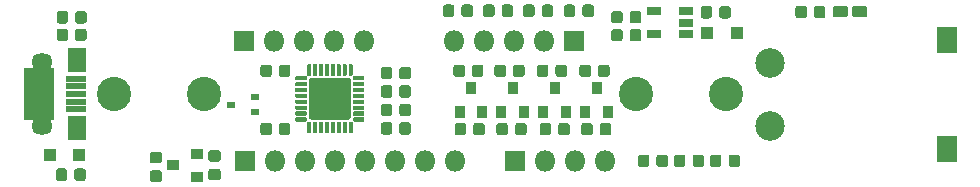
<source format=gts>
G04 #@! TF.GenerationSoftware,KiCad,Pcbnew,(5.1.5-0-10_14)*
G04 #@! TF.CreationDate,2020-01-18T12:46:20-08:00*
G04 #@! TF.ProjectId,14500,31343530-302e-46b6-9963-61645f706362,rev?*
G04 #@! TF.SameCoordinates,Original*
G04 #@! TF.FileFunction,Soldermask,Top*
G04 #@! TF.FilePolarity,Negative*
%FSLAX46Y46*%
G04 Gerber Fmt 4.6, Leading zero omitted, Abs format (unit mm)*
G04 Created by KiCad (PCBNEW (5.1.5-0-10_14)) date 2020-01-18 12:46:20*
%MOMM*%
%LPD*%
G04 APERTURE LIST*
%ADD10C,2.901600*%
%ADD11R,1.190000X0.740000*%
%ADD12C,0.100000*%
%ADD13R,0.801600X0.551600*%
%ADD14O,1.801600X1.801600*%
%ADD15R,1.801600X1.801600*%
%ADD16R,1.001600X0.901600*%
%ADD17R,2.601600X4.501600*%
%ADD18O,1.801600X1.451600*%
%ADD19O,1.601600X1.201600*%
%ADD20R,1.751600X0.501600*%
%ADD21R,1.601600X2.101600*%
%ADD22C,2.501600*%
%ADD23R,1.701600X2.281600*%
%ADD24R,1.101600X1.101600*%
%ADD25R,0.901600X1.001600*%
G04 APERTURE END LIST*
D10*
X73620000Y-100000000D03*
X66000000Y-100000000D03*
X117800000Y-100000000D03*
X110180000Y-100000000D03*
D11*
X111720000Y-94875000D03*
X111720000Y-92975000D03*
X114420000Y-92975000D03*
X114420000Y-93925000D03*
X114420000Y-94875000D03*
D12*
G36*
X86116516Y-102324623D02*
G01*
X86125048Y-102325889D01*
X86133416Y-102327985D01*
X86141538Y-102330891D01*
X86149336Y-102334579D01*
X86156735Y-102339014D01*
X86163663Y-102344152D01*
X86170055Y-102349945D01*
X86175848Y-102356337D01*
X86180986Y-102363265D01*
X86185421Y-102370664D01*
X86189109Y-102378462D01*
X86192015Y-102386584D01*
X86194111Y-102394952D01*
X86195377Y-102403484D01*
X86195800Y-102412100D01*
X86195800Y-103212900D01*
X86195377Y-103221516D01*
X86194111Y-103230048D01*
X86192015Y-103238416D01*
X86189109Y-103246538D01*
X86185421Y-103254336D01*
X86180986Y-103261735D01*
X86175848Y-103268663D01*
X86170055Y-103275055D01*
X86163663Y-103280848D01*
X86156735Y-103285986D01*
X86149336Y-103290421D01*
X86141538Y-103294109D01*
X86133416Y-103297015D01*
X86125048Y-103299111D01*
X86116516Y-103300377D01*
X86107900Y-103300800D01*
X85932100Y-103300800D01*
X85923484Y-103300377D01*
X85914952Y-103299111D01*
X85906584Y-103297015D01*
X85898462Y-103294109D01*
X85890664Y-103290421D01*
X85883265Y-103285986D01*
X85876337Y-103280848D01*
X85869945Y-103275055D01*
X85864152Y-103268663D01*
X85859014Y-103261735D01*
X85854579Y-103254336D01*
X85850891Y-103246538D01*
X85847985Y-103238416D01*
X85845889Y-103230048D01*
X85844623Y-103221516D01*
X85844200Y-103212900D01*
X85844200Y-102412100D01*
X85844623Y-102403484D01*
X85845889Y-102394952D01*
X85847985Y-102386584D01*
X85850891Y-102378462D01*
X85854579Y-102370664D01*
X85859014Y-102363265D01*
X85864152Y-102356337D01*
X85869945Y-102349945D01*
X85876337Y-102344152D01*
X85883265Y-102339014D01*
X85890664Y-102334579D01*
X85898462Y-102330891D01*
X85906584Y-102327985D01*
X85914952Y-102325889D01*
X85923484Y-102324623D01*
X85932100Y-102324200D01*
X86107900Y-102324200D01*
X86116516Y-102324623D01*
G37*
G36*
X85616516Y-102324623D02*
G01*
X85625048Y-102325889D01*
X85633416Y-102327985D01*
X85641538Y-102330891D01*
X85649336Y-102334579D01*
X85656735Y-102339014D01*
X85663663Y-102344152D01*
X85670055Y-102349945D01*
X85675848Y-102356337D01*
X85680986Y-102363265D01*
X85685421Y-102370664D01*
X85689109Y-102378462D01*
X85692015Y-102386584D01*
X85694111Y-102394952D01*
X85695377Y-102403484D01*
X85695800Y-102412100D01*
X85695800Y-103212900D01*
X85695377Y-103221516D01*
X85694111Y-103230048D01*
X85692015Y-103238416D01*
X85689109Y-103246538D01*
X85685421Y-103254336D01*
X85680986Y-103261735D01*
X85675848Y-103268663D01*
X85670055Y-103275055D01*
X85663663Y-103280848D01*
X85656735Y-103285986D01*
X85649336Y-103290421D01*
X85641538Y-103294109D01*
X85633416Y-103297015D01*
X85625048Y-103299111D01*
X85616516Y-103300377D01*
X85607900Y-103300800D01*
X85432100Y-103300800D01*
X85423484Y-103300377D01*
X85414952Y-103299111D01*
X85406584Y-103297015D01*
X85398462Y-103294109D01*
X85390664Y-103290421D01*
X85383265Y-103285986D01*
X85376337Y-103280848D01*
X85369945Y-103275055D01*
X85364152Y-103268663D01*
X85359014Y-103261735D01*
X85354579Y-103254336D01*
X85350891Y-103246538D01*
X85347985Y-103238416D01*
X85345889Y-103230048D01*
X85344623Y-103221516D01*
X85344200Y-103212900D01*
X85344200Y-102412100D01*
X85344623Y-102403484D01*
X85345889Y-102394952D01*
X85347985Y-102386584D01*
X85350891Y-102378462D01*
X85354579Y-102370664D01*
X85359014Y-102363265D01*
X85364152Y-102356337D01*
X85369945Y-102349945D01*
X85376337Y-102344152D01*
X85383265Y-102339014D01*
X85390664Y-102334579D01*
X85398462Y-102330891D01*
X85406584Y-102327985D01*
X85414952Y-102325889D01*
X85423484Y-102324623D01*
X85432100Y-102324200D01*
X85607900Y-102324200D01*
X85616516Y-102324623D01*
G37*
G36*
X85116516Y-102324623D02*
G01*
X85125048Y-102325889D01*
X85133416Y-102327985D01*
X85141538Y-102330891D01*
X85149336Y-102334579D01*
X85156735Y-102339014D01*
X85163663Y-102344152D01*
X85170055Y-102349945D01*
X85175848Y-102356337D01*
X85180986Y-102363265D01*
X85185421Y-102370664D01*
X85189109Y-102378462D01*
X85192015Y-102386584D01*
X85194111Y-102394952D01*
X85195377Y-102403484D01*
X85195800Y-102412100D01*
X85195800Y-103212900D01*
X85195377Y-103221516D01*
X85194111Y-103230048D01*
X85192015Y-103238416D01*
X85189109Y-103246538D01*
X85185421Y-103254336D01*
X85180986Y-103261735D01*
X85175848Y-103268663D01*
X85170055Y-103275055D01*
X85163663Y-103280848D01*
X85156735Y-103285986D01*
X85149336Y-103290421D01*
X85141538Y-103294109D01*
X85133416Y-103297015D01*
X85125048Y-103299111D01*
X85116516Y-103300377D01*
X85107900Y-103300800D01*
X84932100Y-103300800D01*
X84923484Y-103300377D01*
X84914952Y-103299111D01*
X84906584Y-103297015D01*
X84898462Y-103294109D01*
X84890664Y-103290421D01*
X84883265Y-103285986D01*
X84876337Y-103280848D01*
X84869945Y-103275055D01*
X84864152Y-103268663D01*
X84859014Y-103261735D01*
X84854579Y-103254336D01*
X84850891Y-103246538D01*
X84847985Y-103238416D01*
X84845889Y-103230048D01*
X84844623Y-103221516D01*
X84844200Y-103212900D01*
X84844200Y-102412100D01*
X84844623Y-102403484D01*
X84845889Y-102394952D01*
X84847985Y-102386584D01*
X84850891Y-102378462D01*
X84854579Y-102370664D01*
X84859014Y-102363265D01*
X84864152Y-102356337D01*
X84869945Y-102349945D01*
X84876337Y-102344152D01*
X84883265Y-102339014D01*
X84890664Y-102334579D01*
X84898462Y-102330891D01*
X84906584Y-102327985D01*
X84914952Y-102325889D01*
X84923484Y-102324623D01*
X84932100Y-102324200D01*
X85107900Y-102324200D01*
X85116516Y-102324623D01*
G37*
G36*
X84616516Y-102324623D02*
G01*
X84625048Y-102325889D01*
X84633416Y-102327985D01*
X84641538Y-102330891D01*
X84649336Y-102334579D01*
X84656735Y-102339014D01*
X84663663Y-102344152D01*
X84670055Y-102349945D01*
X84675848Y-102356337D01*
X84680986Y-102363265D01*
X84685421Y-102370664D01*
X84689109Y-102378462D01*
X84692015Y-102386584D01*
X84694111Y-102394952D01*
X84695377Y-102403484D01*
X84695800Y-102412100D01*
X84695800Y-103212900D01*
X84695377Y-103221516D01*
X84694111Y-103230048D01*
X84692015Y-103238416D01*
X84689109Y-103246538D01*
X84685421Y-103254336D01*
X84680986Y-103261735D01*
X84675848Y-103268663D01*
X84670055Y-103275055D01*
X84663663Y-103280848D01*
X84656735Y-103285986D01*
X84649336Y-103290421D01*
X84641538Y-103294109D01*
X84633416Y-103297015D01*
X84625048Y-103299111D01*
X84616516Y-103300377D01*
X84607900Y-103300800D01*
X84432100Y-103300800D01*
X84423484Y-103300377D01*
X84414952Y-103299111D01*
X84406584Y-103297015D01*
X84398462Y-103294109D01*
X84390664Y-103290421D01*
X84383265Y-103285986D01*
X84376337Y-103280848D01*
X84369945Y-103275055D01*
X84364152Y-103268663D01*
X84359014Y-103261735D01*
X84354579Y-103254336D01*
X84350891Y-103246538D01*
X84347985Y-103238416D01*
X84345889Y-103230048D01*
X84344623Y-103221516D01*
X84344200Y-103212900D01*
X84344200Y-102412100D01*
X84344623Y-102403484D01*
X84345889Y-102394952D01*
X84347985Y-102386584D01*
X84350891Y-102378462D01*
X84354579Y-102370664D01*
X84359014Y-102363265D01*
X84364152Y-102356337D01*
X84369945Y-102349945D01*
X84376337Y-102344152D01*
X84383265Y-102339014D01*
X84390664Y-102334579D01*
X84398462Y-102330891D01*
X84406584Y-102327985D01*
X84414952Y-102325889D01*
X84423484Y-102324623D01*
X84432100Y-102324200D01*
X84607900Y-102324200D01*
X84616516Y-102324623D01*
G37*
G36*
X84116516Y-102324623D02*
G01*
X84125048Y-102325889D01*
X84133416Y-102327985D01*
X84141538Y-102330891D01*
X84149336Y-102334579D01*
X84156735Y-102339014D01*
X84163663Y-102344152D01*
X84170055Y-102349945D01*
X84175848Y-102356337D01*
X84180986Y-102363265D01*
X84185421Y-102370664D01*
X84189109Y-102378462D01*
X84192015Y-102386584D01*
X84194111Y-102394952D01*
X84195377Y-102403484D01*
X84195800Y-102412100D01*
X84195800Y-103212900D01*
X84195377Y-103221516D01*
X84194111Y-103230048D01*
X84192015Y-103238416D01*
X84189109Y-103246538D01*
X84185421Y-103254336D01*
X84180986Y-103261735D01*
X84175848Y-103268663D01*
X84170055Y-103275055D01*
X84163663Y-103280848D01*
X84156735Y-103285986D01*
X84149336Y-103290421D01*
X84141538Y-103294109D01*
X84133416Y-103297015D01*
X84125048Y-103299111D01*
X84116516Y-103300377D01*
X84107900Y-103300800D01*
X83932100Y-103300800D01*
X83923484Y-103300377D01*
X83914952Y-103299111D01*
X83906584Y-103297015D01*
X83898462Y-103294109D01*
X83890664Y-103290421D01*
X83883265Y-103285986D01*
X83876337Y-103280848D01*
X83869945Y-103275055D01*
X83864152Y-103268663D01*
X83859014Y-103261735D01*
X83854579Y-103254336D01*
X83850891Y-103246538D01*
X83847985Y-103238416D01*
X83845889Y-103230048D01*
X83844623Y-103221516D01*
X83844200Y-103212900D01*
X83844200Y-102412100D01*
X83844623Y-102403484D01*
X83845889Y-102394952D01*
X83847985Y-102386584D01*
X83850891Y-102378462D01*
X83854579Y-102370664D01*
X83859014Y-102363265D01*
X83864152Y-102356337D01*
X83869945Y-102349945D01*
X83876337Y-102344152D01*
X83883265Y-102339014D01*
X83890664Y-102334579D01*
X83898462Y-102330891D01*
X83906584Y-102327985D01*
X83914952Y-102325889D01*
X83923484Y-102324623D01*
X83932100Y-102324200D01*
X84107900Y-102324200D01*
X84116516Y-102324623D01*
G37*
G36*
X83616516Y-102324623D02*
G01*
X83625048Y-102325889D01*
X83633416Y-102327985D01*
X83641538Y-102330891D01*
X83649336Y-102334579D01*
X83656735Y-102339014D01*
X83663663Y-102344152D01*
X83670055Y-102349945D01*
X83675848Y-102356337D01*
X83680986Y-102363265D01*
X83685421Y-102370664D01*
X83689109Y-102378462D01*
X83692015Y-102386584D01*
X83694111Y-102394952D01*
X83695377Y-102403484D01*
X83695800Y-102412100D01*
X83695800Y-103212900D01*
X83695377Y-103221516D01*
X83694111Y-103230048D01*
X83692015Y-103238416D01*
X83689109Y-103246538D01*
X83685421Y-103254336D01*
X83680986Y-103261735D01*
X83675848Y-103268663D01*
X83670055Y-103275055D01*
X83663663Y-103280848D01*
X83656735Y-103285986D01*
X83649336Y-103290421D01*
X83641538Y-103294109D01*
X83633416Y-103297015D01*
X83625048Y-103299111D01*
X83616516Y-103300377D01*
X83607900Y-103300800D01*
X83432100Y-103300800D01*
X83423484Y-103300377D01*
X83414952Y-103299111D01*
X83406584Y-103297015D01*
X83398462Y-103294109D01*
X83390664Y-103290421D01*
X83383265Y-103285986D01*
X83376337Y-103280848D01*
X83369945Y-103275055D01*
X83364152Y-103268663D01*
X83359014Y-103261735D01*
X83354579Y-103254336D01*
X83350891Y-103246538D01*
X83347985Y-103238416D01*
X83345889Y-103230048D01*
X83344623Y-103221516D01*
X83344200Y-103212900D01*
X83344200Y-102412100D01*
X83344623Y-102403484D01*
X83345889Y-102394952D01*
X83347985Y-102386584D01*
X83350891Y-102378462D01*
X83354579Y-102370664D01*
X83359014Y-102363265D01*
X83364152Y-102356337D01*
X83369945Y-102349945D01*
X83376337Y-102344152D01*
X83383265Y-102339014D01*
X83390664Y-102334579D01*
X83398462Y-102330891D01*
X83406584Y-102327985D01*
X83414952Y-102325889D01*
X83423484Y-102324623D01*
X83432100Y-102324200D01*
X83607900Y-102324200D01*
X83616516Y-102324623D01*
G37*
G36*
X83116516Y-102324623D02*
G01*
X83125048Y-102325889D01*
X83133416Y-102327985D01*
X83141538Y-102330891D01*
X83149336Y-102334579D01*
X83156735Y-102339014D01*
X83163663Y-102344152D01*
X83170055Y-102349945D01*
X83175848Y-102356337D01*
X83180986Y-102363265D01*
X83185421Y-102370664D01*
X83189109Y-102378462D01*
X83192015Y-102386584D01*
X83194111Y-102394952D01*
X83195377Y-102403484D01*
X83195800Y-102412100D01*
X83195800Y-103212900D01*
X83195377Y-103221516D01*
X83194111Y-103230048D01*
X83192015Y-103238416D01*
X83189109Y-103246538D01*
X83185421Y-103254336D01*
X83180986Y-103261735D01*
X83175848Y-103268663D01*
X83170055Y-103275055D01*
X83163663Y-103280848D01*
X83156735Y-103285986D01*
X83149336Y-103290421D01*
X83141538Y-103294109D01*
X83133416Y-103297015D01*
X83125048Y-103299111D01*
X83116516Y-103300377D01*
X83107900Y-103300800D01*
X82932100Y-103300800D01*
X82923484Y-103300377D01*
X82914952Y-103299111D01*
X82906584Y-103297015D01*
X82898462Y-103294109D01*
X82890664Y-103290421D01*
X82883265Y-103285986D01*
X82876337Y-103280848D01*
X82869945Y-103275055D01*
X82864152Y-103268663D01*
X82859014Y-103261735D01*
X82854579Y-103254336D01*
X82850891Y-103246538D01*
X82847985Y-103238416D01*
X82845889Y-103230048D01*
X82844623Y-103221516D01*
X82844200Y-103212900D01*
X82844200Y-102412100D01*
X82844623Y-102403484D01*
X82845889Y-102394952D01*
X82847985Y-102386584D01*
X82850891Y-102378462D01*
X82854579Y-102370664D01*
X82859014Y-102363265D01*
X82864152Y-102356337D01*
X82869945Y-102349945D01*
X82876337Y-102344152D01*
X82883265Y-102339014D01*
X82890664Y-102334579D01*
X82898462Y-102330891D01*
X82906584Y-102327985D01*
X82914952Y-102325889D01*
X82923484Y-102324623D01*
X82932100Y-102324200D01*
X83107900Y-102324200D01*
X83116516Y-102324623D01*
G37*
G36*
X82616516Y-102324623D02*
G01*
X82625048Y-102325889D01*
X82633416Y-102327985D01*
X82641538Y-102330891D01*
X82649336Y-102334579D01*
X82656735Y-102339014D01*
X82663663Y-102344152D01*
X82670055Y-102349945D01*
X82675848Y-102356337D01*
X82680986Y-102363265D01*
X82685421Y-102370664D01*
X82689109Y-102378462D01*
X82692015Y-102386584D01*
X82694111Y-102394952D01*
X82695377Y-102403484D01*
X82695800Y-102412100D01*
X82695800Y-103212900D01*
X82695377Y-103221516D01*
X82694111Y-103230048D01*
X82692015Y-103238416D01*
X82689109Y-103246538D01*
X82685421Y-103254336D01*
X82680986Y-103261735D01*
X82675848Y-103268663D01*
X82670055Y-103275055D01*
X82663663Y-103280848D01*
X82656735Y-103285986D01*
X82649336Y-103290421D01*
X82641538Y-103294109D01*
X82633416Y-103297015D01*
X82625048Y-103299111D01*
X82616516Y-103300377D01*
X82607900Y-103300800D01*
X82432100Y-103300800D01*
X82423484Y-103300377D01*
X82414952Y-103299111D01*
X82406584Y-103297015D01*
X82398462Y-103294109D01*
X82390664Y-103290421D01*
X82383265Y-103285986D01*
X82376337Y-103280848D01*
X82369945Y-103275055D01*
X82364152Y-103268663D01*
X82359014Y-103261735D01*
X82354579Y-103254336D01*
X82350891Y-103246538D01*
X82347985Y-103238416D01*
X82345889Y-103230048D01*
X82344623Y-103221516D01*
X82344200Y-103212900D01*
X82344200Y-102412100D01*
X82344623Y-102403484D01*
X82345889Y-102394952D01*
X82347985Y-102386584D01*
X82350891Y-102378462D01*
X82354579Y-102370664D01*
X82359014Y-102363265D01*
X82364152Y-102356337D01*
X82369945Y-102349945D01*
X82376337Y-102344152D01*
X82383265Y-102339014D01*
X82390664Y-102334579D01*
X82398462Y-102330891D01*
X82406584Y-102327985D01*
X82414952Y-102325889D01*
X82423484Y-102324623D01*
X82432100Y-102324200D01*
X82607900Y-102324200D01*
X82616516Y-102324623D01*
G37*
G36*
X82241516Y-101949623D02*
G01*
X82250048Y-101950889D01*
X82258416Y-101952985D01*
X82266538Y-101955891D01*
X82274336Y-101959579D01*
X82281735Y-101964014D01*
X82288663Y-101969152D01*
X82295055Y-101974945D01*
X82300848Y-101981337D01*
X82305986Y-101988265D01*
X82310421Y-101995664D01*
X82314109Y-102003462D01*
X82317015Y-102011584D01*
X82319111Y-102019952D01*
X82320377Y-102028484D01*
X82320800Y-102037100D01*
X82320800Y-102212900D01*
X82320377Y-102221516D01*
X82319111Y-102230048D01*
X82317015Y-102238416D01*
X82314109Y-102246538D01*
X82310421Y-102254336D01*
X82305986Y-102261735D01*
X82300848Y-102268663D01*
X82295055Y-102275055D01*
X82288663Y-102280848D01*
X82281735Y-102285986D01*
X82274336Y-102290421D01*
X82266538Y-102294109D01*
X82258416Y-102297015D01*
X82250048Y-102299111D01*
X82241516Y-102300377D01*
X82232900Y-102300800D01*
X81432100Y-102300800D01*
X81423484Y-102300377D01*
X81414952Y-102299111D01*
X81406584Y-102297015D01*
X81398462Y-102294109D01*
X81390664Y-102290421D01*
X81383265Y-102285986D01*
X81376337Y-102280848D01*
X81369945Y-102275055D01*
X81364152Y-102268663D01*
X81359014Y-102261735D01*
X81354579Y-102254336D01*
X81350891Y-102246538D01*
X81347985Y-102238416D01*
X81345889Y-102230048D01*
X81344623Y-102221516D01*
X81344200Y-102212900D01*
X81344200Y-102037100D01*
X81344623Y-102028484D01*
X81345889Y-102019952D01*
X81347985Y-102011584D01*
X81350891Y-102003462D01*
X81354579Y-101995664D01*
X81359014Y-101988265D01*
X81364152Y-101981337D01*
X81369945Y-101974945D01*
X81376337Y-101969152D01*
X81383265Y-101964014D01*
X81390664Y-101959579D01*
X81398462Y-101955891D01*
X81406584Y-101952985D01*
X81414952Y-101950889D01*
X81423484Y-101949623D01*
X81432100Y-101949200D01*
X82232900Y-101949200D01*
X82241516Y-101949623D01*
G37*
G36*
X82241516Y-101449623D02*
G01*
X82250048Y-101450889D01*
X82258416Y-101452985D01*
X82266538Y-101455891D01*
X82274336Y-101459579D01*
X82281735Y-101464014D01*
X82288663Y-101469152D01*
X82295055Y-101474945D01*
X82300848Y-101481337D01*
X82305986Y-101488265D01*
X82310421Y-101495664D01*
X82314109Y-101503462D01*
X82317015Y-101511584D01*
X82319111Y-101519952D01*
X82320377Y-101528484D01*
X82320800Y-101537100D01*
X82320800Y-101712900D01*
X82320377Y-101721516D01*
X82319111Y-101730048D01*
X82317015Y-101738416D01*
X82314109Y-101746538D01*
X82310421Y-101754336D01*
X82305986Y-101761735D01*
X82300848Y-101768663D01*
X82295055Y-101775055D01*
X82288663Y-101780848D01*
X82281735Y-101785986D01*
X82274336Y-101790421D01*
X82266538Y-101794109D01*
X82258416Y-101797015D01*
X82250048Y-101799111D01*
X82241516Y-101800377D01*
X82232900Y-101800800D01*
X81432100Y-101800800D01*
X81423484Y-101800377D01*
X81414952Y-101799111D01*
X81406584Y-101797015D01*
X81398462Y-101794109D01*
X81390664Y-101790421D01*
X81383265Y-101785986D01*
X81376337Y-101780848D01*
X81369945Y-101775055D01*
X81364152Y-101768663D01*
X81359014Y-101761735D01*
X81354579Y-101754336D01*
X81350891Y-101746538D01*
X81347985Y-101738416D01*
X81345889Y-101730048D01*
X81344623Y-101721516D01*
X81344200Y-101712900D01*
X81344200Y-101537100D01*
X81344623Y-101528484D01*
X81345889Y-101519952D01*
X81347985Y-101511584D01*
X81350891Y-101503462D01*
X81354579Y-101495664D01*
X81359014Y-101488265D01*
X81364152Y-101481337D01*
X81369945Y-101474945D01*
X81376337Y-101469152D01*
X81383265Y-101464014D01*
X81390664Y-101459579D01*
X81398462Y-101455891D01*
X81406584Y-101452985D01*
X81414952Y-101450889D01*
X81423484Y-101449623D01*
X81432100Y-101449200D01*
X82232900Y-101449200D01*
X82241516Y-101449623D01*
G37*
G36*
X82241516Y-100949623D02*
G01*
X82250048Y-100950889D01*
X82258416Y-100952985D01*
X82266538Y-100955891D01*
X82274336Y-100959579D01*
X82281735Y-100964014D01*
X82288663Y-100969152D01*
X82295055Y-100974945D01*
X82300848Y-100981337D01*
X82305986Y-100988265D01*
X82310421Y-100995664D01*
X82314109Y-101003462D01*
X82317015Y-101011584D01*
X82319111Y-101019952D01*
X82320377Y-101028484D01*
X82320800Y-101037100D01*
X82320800Y-101212900D01*
X82320377Y-101221516D01*
X82319111Y-101230048D01*
X82317015Y-101238416D01*
X82314109Y-101246538D01*
X82310421Y-101254336D01*
X82305986Y-101261735D01*
X82300848Y-101268663D01*
X82295055Y-101275055D01*
X82288663Y-101280848D01*
X82281735Y-101285986D01*
X82274336Y-101290421D01*
X82266538Y-101294109D01*
X82258416Y-101297015D01*
X82250048Y-101299111D01*
X82241516Y-101300377D01*
X82232900Y-101300800D01*
X81432100Y-101300800D01*
X81423484Y-101300377D01*
X81414952Y-101299111D01*
X81406584Y-101297015D01*
X81398462Y-101294109D01*
X81390664Y-101290421D01*
X81383265Y-101285986D01*
X81376337Y-101280848D01*
X81369945Y-101275055D01*
X81364152Y-101268663D01*
X81359014Y-101261735D01*
X81354579Y-101254336D01*
X81350891Y-101246538D01*
X81347985Y-101238416D01*
X81345889Y-101230048D01*
X81344623Y-101221516D01*
X81344200Y-101212900D01*
X81344200Y-101037100D01*
X81344623Y-101028484D01*
X81345889Y-101019952D01*
X81347985Y-101011584D01*
X81350891Y-101003462D01*
X81354579Y-100995664D01*
X81359014Y-100988265D01*
X81364152Y-100981337D01*
X81369945Y-100974945D01*
X81376337Y-100969152D01*
X81383265Y-100964014D01*
X81390664Y-100959579D01*
X81398462Y-100955891D01*
X81406584Y-100952985D01*
X81414952Y-100950889D01*
X81423484Y-100949623D01*
X81432100Y-100949200D01*
X82232900Y-100949200D01*
X82241516Y-100949623D01*
G37*
G36*
X82241516Y-100449623D02*
G01*
X82250048Y-100450889D01*
X82258416Y-100452985D01*
X82266538Y-100455891D01*
X82274336Y-100459579D01*
X82281735Y-100464014D01*
X82288663Y-100469152D01*
X82295055Y-100474945D01*
X82300848Y-100481337D01*
X82305986Y-100488265D01*
X82310421Y-100495664D01*
X82314109Y-100503462D01*
X82317015Y-100511584D01*
X82319111Y-100519952D01*
X82320377Y-100528484D01*
X82320800Y-100537100D01*
X82320800Y-100712900D01*
X82320377Y-100721516D01*
X82319111Y-100730048D01*
X82317015Y-100738416D01*
X82314109Y-100746538D01*
X82310421Y-100754336D01*
X82305986Y-100761735D01*
X82300848Y-100768663D01*
X82295055Y-100775055D01*
X82288663Y-100780848D01*
X82281735Y-100785986D01*
X82274336Y-100790421D01*
X82266538Y-100794109D01*
X82258416Y-100797015D01*
X82250048Y-100799111D01*
X82241516Y-100800377D01*
X82232900Y-100800800D01*
X81432100Y-100800800D01*
X81423484Y-100800377D01*
X81414952Y-100799111D01*
X81406584Y-100797015D01*
X81398462Y-100794109D01*
X81390664Y-100790421D01*
X81383265Y-100785986D01*
X81376337Y-100780848D01*
X81369945Y-100775055D01*
X81364152Y-100768663D01*
X81359014Y-100761735D01*
X81354579Y-100754336D01*
X81350891Y-100746538D01*
X81347985Y-100738416D01*
X81345889Y-100730048D01*
X81344623Y-100721516D01*
X81344200Y-100712900D01*
X81344200Y-100537100D01*
X81344623Y-100528484D01*
X81345889Y-100519952D01*
X81347985Y-100511584D01*
X81350891Y-100503462D01*
X81354579Y-100495664D01*
X81359014Y-100488265D01*
X81364152Y-100481337D01*
X81369945Y-100474945D01*
X81376337Y-100469152D01*
X81383265Y-100464014D01*
X81390664Y-100459579D01*
X81398462Y-100455891D01*
X81406584Y-100452985D01*
X81414952Y-100450889D01*
X81423484Y-100449623D01*
X81432100Y-100449200D01*
X82232900Y-100449200D01*
X82241516Y-100449623D01*
G37*
G36*
X82241516Y-99949623D02*
G01*
X82250048Y-99950889D01*
X82258416Y-99952985D01*
X82266538Y-99955891D01*
X82274336Y-99959579D01*
X82281735Y-99964014D01*
X82288663Y-99969152D01*
X82295055Y-99974945D01*
X82300848Y-99981337D01*
X82305986Y-99988265D01*
X82310421Y-99995664D01*
X82314109Y-100003462D01*
X82317015Y-100011584D01*
X82319111Y-100019952D01*
X82320377Y-100028484D01*
X82320800Y-100037100D01*
X82320800Y-100212900D01*
X82320377Y-100221516D01*
X82319111Y-100230048D01*
X82317015Y-100238416D01*
X82314109Y-100246538D01*
X82310421Y-100254336D01*
X82305986Y-100261735D01*
X82300848Y-100268663D01*
X82295055Y-100275055D01*
X82288663Y-100280848D01*
X82281735Y-100285986D01*
X82274336Y-100290421D01*
X82266538Y-100294109D01*
X82258416Y-100297015D01*
X82250048Y-100299111D01*
X82241516Y-100300377D01*
X82232900Y-100300800D01*
X81432100Y-100300800D01*
X81423484Y-100300377D01*
X81414952Y-100299111D01*
X81406584Y-100297015D01*
X81398462Y-100294109D01*
X81390664Y-100290421D01*
X81383265Y-100285986D01*
X81376337Y-100280848D01*
X81369945Y-100275055D01*
X81364152Y-100268663D01*
X81359014Y-100261735D01*
X81354579Y-100254336D01*
X81350891Y-100246538D01*
X81347985Y-100238416D01*
X81345889Y-100230048D01*
X81344623Y-100221516D01*
X81344200Y-100212900D01*
X81344200Y-100037100D01*
X81344623Y-100028484D01*
X81345889Y-100019952D01*
X81347985Y-100011584D01*
X81350891Y-100003462D01*
X81354579Y-99995664D01*
X81359014Y-99988265D01*
X81364152Y-99981337D01*
X81369945Y-99974945D01*
X81376337Y-99969152D01*
X81383265Y-99964014D01*
X81390664Y-99959579D01*
X81398462Y-99955891D01*
X81406584Y-99952985D01*
X81414952Y-99950889D01*
X81423484Y-99949623D01*
X81432100Y-99949200D01*
X82232900Y-99949200D01*
X82241516Y-99949623D01*
G37*
G36*
X82241516Y-99449623D02*
G01*
X82250048Y-99450889D01*
X82258416Y-99452985D01*
X82266538Y-99455891D01*
X82274336Y-99459579D01*
X82281735Y-99464014D01*
X82288663Y-99469152D01*
X82295055Y-99474945D01*
X82300848Y-99481337D01*
X82305986Y-99488265D01*
X82310421Y-99495664D01*
X82314109Y-99503462D01*
X82317015Y-99511584D01*
X82319111Y-99519952D01*
X82320377Y-99528484D01*
X82320800Y-99537100D01*
X82320800Y-99712900D01*
X82320377Y-99721516D01*
X82319111Y-99730048D01*
X82317015Y-99738416D01*
X82314109Y-99746538D01*
X82310421Y-99754336D01*
X82305986Y-99761735D01*
X82300848Y-99768663D01*
X82295055Y-99775055D01*
X82288663Y-99780848D01*
X82281735Y-99785986D01*
X82274336Y-99790421D01*
X82266538Y-99794109D01*
X82258416Y-99797015D01*
X82250048Y-99799111D01*
X82241516Y-99800377D01*
X82232900Y-99800800D01*
X81432100Y-99800800D01*
X81423484Y-99800377D01*
X81414952Y-99799111D01*
X81406584Y-99797015D01*
X81398462Y-99794109D01*
X81390664Y-99790421D01*
X81383265Y-99785986D01*
X81376337Y-99780848D01*
X81369945Y-99775055D01*
X81364152Y-99768663D01*
X81359014Y-99761735D01*
X81354579Y-99754336D01*
X81350891Y-99746538D01*
X81347985Y-99738416D01*
X81345889Y-99730048D01*
X81344623Y-99721516D01*
X81344200Y-99712900D01*
X81344200Y-99537100D01*
X81344623Y-99528484D01*
X81345889Y-99519952D01*
X81347985Y-99511584D01*
X81350891Y-99503462D01*
X81354579Y-99495664D01*
X81359014Y-99488265D01*
X81364152Y-99481337D01*
X81369945Y-99474945D01*
X81376337Y-99469152D01*
X81383265Y-99464014D01*
X81390664Y-99459579D01*
X81398462Y-99455891D01*
X81406584Y-99452985D01*
X81414952Y-99450889D01*
X81423484Y-99449623D01*
X81432100Y-99449200D01*
X82232900Y-99449200D01*
X82241516Y-99449623D01*
G37*
G36*
X82241516Y-98949623D02*
G01*
X82250048Y-98950889D01*
X82258416Y-98952985D01*
X82266538Y-98955891D01*
X82274336Y-98959579D01*
X82281735Y-98964014D01*
X82288663Y-98969152D01*
X82295055Y-98974945D01*
X82300848Y-98981337D01*
X82305986Y-98988265D01*
X82310421Y-98995664D01*
X82314109Y-99003462D01*
X82317015Y-99011584D01*
X82319111Y-99019952D01*
X82320377Y-99028484D01*
X82320800Y-99037100D01*
X82320800Y-99212900D01*
X82320377Y-99221516D01*
X82319111Y-99230048D01*
X82317015Y-99238416D01*
X82314109Y-99246538D01*
X82310421Y-99254336D01*
X82305986Y-99261735D01*
X82300848Y-99268663D01*
X82295055Y-99275055D01*
X82288663Y-99280848D01*
X82281735Y-99285986D01*
X82274336Y-99290421D01*
X82266538Y-99294109D01*
X82258416Y-99297015D01*
X82250048Y-99299111D01*
X82241516Y-99300377D01*
X82232900Y-99300800D01*
X81432100Y-99300800D01*
X81423484Y-99300377D01*
X81414952Y-99299111D01*
X81406584Y-99297015D01*
X81398462Y-99294109D01*
X81390664Y-99290421D01*
X81383265Y-99285986D01*
X81376337Y-99280848D01*
X81369945Y-99275055D01*
X81364152Y-99268663D01*
X81359014Y-99261735D01*
X81354579Y-99254336D01*
X81350891Y-99246538D01*
X81347985Y-99238416D01*
X81345889Y-99230048D01*
X81344623Y-99221516D01*
X81344200Y-99212900D01*
X81344200Y-99037100D01*
X81344623Y-99028484D01*
X81345889Y-99019952D01*
X81347985Y-99011584D01*
X81350891Y-99003462D01*
X81354579Y-98995664D01*
X81359014Y-98988265D01*
X81364152Y-98981337D01*
X81369945Y-98974945D01*
X81376337Y-98969152D01*
X81383265Y-98964014D01*
X81390664Y-98959579D01*
X81398462Y-98955891D01*
X81406584Y-98952985D01*
X81414952Y-98950889D01*
X81423484Y-98949623D01*
X81432100Y-98949200D01*
X82232900Y-98949200D01*
X82241516Y-98949623D01*
G37*
G36*
X82241516Y-98449623D02*
G01*
X82250048Y-98450889D01*
X82258416Y-98452985D01*
X82266538Y-98455891D01*
X82274336Y-98459579D01*
X82281735Y-98464014D01*
X82288663Y-98469152D01*
X82295055Y-98474945D01*
X82300848Y-98481337D01*
X82305986Y-98488265D01*
X82310421Y-98495664D01*
X82314109Y-98503462D01*
X82317015Y-98511584D01*
X82319111Y-98519952D01*
X82320377Y-98528484D01*
X82320800Y-98537100D01*
X82320800Y-98712900D01*
X82320377Y-98721516D01*
X82319111Y-98730048D01*
X82317015Y-98738416D01*
X82314109Y-98746538D01*
X82310421Y-98754336D01*
X82305986Y-98761735D01*
X82300848Y-98768663D01*
X82295055Y-98775055D01*
X82288663Y-98780848D01*
X82281735Y-98785986D01*
X82274336Y-98790421D01*
X82266538Y-98794109D01*
X82258416Y-98797015D01*
X82250048Y-98799111D01*
X82241516Y-98800377D01*
X82232900Y-98800800D01*
X81432100Y-98800800D01*
X81423484Y-98800377D01*
X81414952Y-98799111D01*
X81406584Y-98797015D01*
X81398462Y-98794109D01*
X81390664Y-98790421D01*
X81383265Y-98785986D01*
X81376337Y-98780848D01*
X81369945Y-98775055D01*
X81364152Y-98768663D01*
X81359014Y-98761735D01*
X81354579Y-98754336D01*
X81350891Y-98746538D01*
X81347985Y-98738416D01*
X81345889Y-98730048D01*
X81344623Y-98721516D01*
X81344200Y-98712900D01*
X81344200Y-98537100D01*
X81344623Y-98528484D01*
X81345889Y-98519952D01*
X81347985Y-98511584D01*
X81350891Y-98503462D01*
X81354579Y-98495664D01*
X81359014Y-98488265D01*
X81364152Y-98481337D01*
X81369945Y-98474945D01*
X81376337Y-98469152D01*
X81383265Y-98464014D01*
X81390664Y-98459579D01*
X81398462Y-98455891D01*
X81406584Y-98452985D01*
X81414952Y-98450889D01*
X81423484Y-98449623D01*
X81432100Y-98449200D01*
X82232900Y-98449200D01*
X82241516Y-98449623D01*
G37*
G36*
X82616516Y-97449623D02*
G01*
X82625048Y-97450889D01*
X82633416Y-97452985D01*
X82641538Y-97455891D01*
X82649336Y-97459579D01*
X82656735Y-97464014D01*
X82663663Y-97469152D01*
X82670055Y-97474945D01*
X82675848Y-97481337D01*
X82680986Y-97488265D01*
X82685421Y-97495664D01*
X82689109Y-97503462D01*
X82692015Y-97511584D01*
X82694111Y-97519952D01*
X82695377Y-97528484D01*
X82695800Y-97537100D01*
X82695800Y-98337900D01*
X82695377Y-98346516D01*
X82694111Y-98355048D01*
X82692015Y-98363416D01*
X82689109Y-98371538D01*
X82685421Y-98379336D01*
X82680986Y-98386735D01*
X82675848Y-98393663D01*
X82670055Y-98400055D01*
X82663663Y-98405848D01*
X82656735Y-98410986D01*
X82649336Y-98415421D01*
X82641538Y-98419109D01*
X82633416Y-98422015D01*
X82625048Y-98424111D01*
X82616516Y-98425377D01*
X82607900Y-98425800D01*
X82432100Y-98425800D01*
X82423484Y-98425377D01*
X82414952Y-98424111D01*
X82406584Y-98422015D01*
X82398462Y-98419109D01*
X82390664Y-98415421D01*
X82383265Y-98410986D01*
X82376337Y-98405848D01*
X82369945Y-98400055D01*
X82364152Y-98393663D01*
X82359014Y-98386735D01*
X82354579Y-98379336D01*
X82350891Y-98371538D01*
X82347985Y-98363416D01*
X82345889Y-98355048D01*
X82344623Y-98346516D01*
X82344200Y-98337900D01*
X82344200Y-97537100D01*
X82344623Y-97528484D01*
X82345889Y-97519952D01*
X82347985Y-97511584D01*
X82350891Y-97503462D01*
X82354579Y-97495664D01*
X82359014Y-97488265D01*
X82364152Y-97481337D01*
X82369945Y-97474945D01*
X82376337Y-97469152D01*
X82383265Y-97464014D01*
X82390664Y-97459579D01*
X82398462Y-97455891D01*
X82406584Y-97452985D01*
X82414952Y-97450889D01*
X82423484Y-97449623D01*
X82432100Y-97449200D01*
X82607900Y-97449200D01*
X82616516Y-97449623D01*
G37*
G36*
X83116516Y-97449623D02*
G01*
X83125048Y-97450889D01*
X83133416Y-97452985D01*
X83141538Y-97455891D01*
X83149336Y-97459579D01*
X83156735Y-97464014D01*
X83163663Y-97469152D01*
X83170055Y-97474945D01*
X83175848Y-97481337D01*
X83180986Y-97488265D01*
X83185421Y-97495664D01*
X83189109Y-97503462D01*
X83192015Y-97511584D01*
X83194111Y-97519952D01*
X83195377Y-97528484D01*
X83195800Y-97537100D01*
X83195800Y-98337900D01*
X83195377Y-98346516D01*
X83194111Y-98355048D01*
X83192015Y-98363416D01*
X83189109Y-98371538D01*
X83185421Y-98379336D01*
X83180986Y-98386735D01*
X83175848Y-98393663D01*
X83170055Y-98400055D01*
X83163663Y-98405848D01*
X83156735Y-98410986D01*
X83149336Y-98415421D01*
X83141538Y-98419109D01*
X83133416Y-98422015D01*
X83125048Y-98424111D01*
X83116516Y-98425377D01*
X83107900Y-98425800D01*
X82932100Y-98425800D01*
X82923484Y-98425377D01*
X82914952Y-98424111D01*
X82906584Y-98422015D01*
X82898462Y-98419109D01*
X82890664Y-98415421D01*
X82883265Y-98410986D01*
X82876337Y-98405848D01*
X82869945Y-98400055D01*
X82864152Y-98393663D01*
X82859014Y-98386735D01*
X82854579Y-98379336D01*
X82850891Y-98371538D01*
X82847985Y-98363416D01*
X82845889Y-98355048D01*
X82844623Y-98346516D01*
X82844200Y-98337900D01*
X82844200Y-97537100D01*
X82844623Y-97528484D01*
X82845889Y-97519952D01*
X82847985Y-97511584D01*
X82850891Y-97503462D01*
X82854579Y-97495664D01*
X82859014Y-97488265D01*
X82864152Y-97481337D01*
X82869945Y-97474945D01*
X82876337Y-97469152D01*
X82883265Y-97464014D01*
X82890664Y-97459579D01*
X82898462Y-97455891D01*
X82906584Y-97452985D01*
X82914952Y-97450889D01*
X82923484Y-97449623D01*
X82932100Y-97449200D01*
X83107900Y-97449200D01*
X83116516Y-97449623D01*
G37*
G36*
X83616516Y-97449623D02*
G01*
X83625048Y-97450889D01*
X83633416Y-97452985D01*
X83641538Y-97455891D01*
X83649336Y-97459579D01*
X83656735Y-97464014D01*
X83663663Y-97469152D01*
X83670055Y-97474945D01*
X83675848Y-97481337D01*
X83680986Y-97488265D01*
X83685421Y-97495664D01*
X83689109Y-97503462D01*
X83692015Y-97511584D01*
X83694111Y-97519952D01*
X83695377Y-97528484D01*
X83695800Y-97537100D01*
X83695800Y-98337900D01*
X83695377Y-98346516D01*
X83694111Y-98355048D01*
X83692015Y-98363416D01*
X83689109Y-98371538D01*
X83685421Y-98379336D01*
X83680986Y-98386735D01*
X83675848Y-98393663D01*
X83670055Y-98400055D01*
X83663663Y-98405848D01*
X83656735Y-98410986D01*
X83649336Y-98415421D01*
X83641538Y-98419109D01*
X83633416Y-98422015D01*
X83625048Y-98424111D01*
X83616516Y-98425377D01*
X83607900Y-98425800D01*
X83432100Y-98425800D01*
X83423484Y-98425377D01*
X83414952Y-98424111D01*
X83406584Y-98422015D01*
X83398462Y-98419109D01*
X83390664Y-98415421D01*
X83383265Y-98410986D01*
X83376337Y-98405848D01*
X83369945Y-98400055D01*
X83364152Y-98393663D01*
X83359014Y-98386735D01*
X83354579Y-98379336D01*
X83350891Y-98371538D01*
X83347985Y-98363416D01*
X83345889Y-98355048D01*
X83344623Y-98346516D01*
X83344200Y-98337900D01*
X83344200Y-97537100D01*
X83344623Y-97528484D01*
X83345889Y-97519952D01*
X83347985Y-97511584D01*
X83350891Y-97503462D01*
X83354579Y-97495664D01*
X83359014Y-97488265D01*
X83364152Y-97481337D01*
X83369945Y-97474945D01*
X83376337Y-97469152D01*
X83383265Y-97464014D01*
X83390664Y-97459579D01*
X83398462Y-97455891D01*
X83406584Y-97452985D01*
X83414952Y-97450889D01*
X83423484Y-97449623D01*
X83432100Y-97449200D01*
X83607900Y-97449200D01*
X83616516Y-97449623D01*
G37*
G36*
X84116516Y-97449623D02*
G01*
X84125048Y-97450889D01*
X84133416Y-97452985D01*
X84141538Y-97455891D01*
X84149336Y-97459579D01*
X84156735Y-97464014D01*
X84163663Y-97469152D01*
X84170055Y-97474945D01*
X84175848Y-97481337D01*
X84180986Y-97488265D01*
X84185421Y-97495664D01*
X84189109Y-97503462D01*
X84192015Y-97511584D01*
X84194111Y-97519952D01*
X84195377Y-97528484D01*
X84195800Y-97537100D01*
X84195800Y-98337900D01*
X84195377Y-98346516D01*
X84194111Y-98355048D01*
X84192015Y-98363416D01*
X84189109Y-98371538D01*
X84185421Y-98379336D01*
X84180986Y-98386735D01*
X84175848Y-98393663D01*
X84170055Y-98400055D01*
X84163663Y-98405848D01*
X84156735Y-98410986D01*
X84149336Y-98415421D01*
X84141538Y-98419109D01*
X84133416Y-98422015D01*
X84125048Y-98424111D01*
X84116516Y-98425377D01*
X84107900Y-98425800D01*
X83932100Y-98425800D01*
X83923484Y-98425377D01*
X83914952Y-98424111D01*
X83906584Y-98422015D01*
X83898462Y-98419109D01*
X83890664Y-98415421D01*
X83883265Y-98410986D01*
X83876337Y-98405848D01*
X83869945Y-98400055D01*
X83864152Y-98393663D01*
X83859014Y-98386735D01*
X83854579Y-98379336D01*
X83850891Y-98371538D01*
X83847985Y-98363416D01*
X83845889Y-98355048D01*
X83844623Y-98346516D01*
X83844200Y-98337900D01*
X83844200Y-97537100D01*
X83844623Y-97528484D01*
X83845889Y-97519952D01*
X83847985Y-97511584D01*
X83850891Y-97503462D01*
X83854579Y-97495664D01*
X83859014Y-97488265D01*
X83864152Y-97481337D01*
X83869945Y-97474945D01*
X83876337Y-97469152D01*
X83883265Y-97464014D01*
X83890664Y-97459579D01*
X83898462Y-97455891D01*
X83906584Y-97452985D01*
X83914952Y-97450889D01*
X83923484Y-97449623D01*
X83932100Y-97449200D01*
X84107900Y-97449200D01*
X84116516Y-97449623D01*
G37*
G36*
X84616516Y-97449623D02*
G01*
X84625048Y-97450889D01*
X84633416Y-97452985D01*
X84641538Y-97455891D01*
X84649336Y-97459579D01*
X84656735Y-97464014D01*
X84663663Y-97469152D01*
X84670055Y-97474945D01*
X84675848Y-97481337D01*
X84680986Y-97488265D01*
X84685421Y-97495664D01*
X84689109Y-97503462D01*
X84692015Y-97511584D01*
X84694111Y-97519952D01*
X84695377Y-97528484D01*
X84695800Y-97537100D01*
X84695800Y-98337900D01*
X84695377Y-98346516D01*
X84694111Y-98355048D01*
X84692015Y-98363416D01*
X84689109Y-98371538D01*
X84685421Y-98379336D01*
X84680986Y-98386735D01*
X84675848Y-98393663D01*
X84670055Y-98400055D01*
X84663663Y-98405848D01*
X84656735Y-98410986D01*
X84649336Y-98415421D01*
X84641538Y-98419109D01*
X84633416Y-98422015D01*
X84625048Y-98424111D01*
X84616516Y-98425377D01*
X84607900Y-98425800D01*
X84432100Y-98425800D01*
X84423484Y-98425377D01*
X84414952Y-98424111D01*
X84406584Y-98422015D01*
X84398462Y-98419109D01*
X84390664Y-98415421D01*
X84383265Y-98410986D01*
X84376337Y-98405848D01*
X84369945Y-98400055D01*
X84364152Y-98393663D01*
X84359014Y-98386735D01*
X84354579Y-98379336D01*
X84350891Y-98371538D01*
X84347985Y-98363416D01*
X84345889Y-98355048D01*
X84344623Y-98346516D01*
X84344200Y-98337900D01*
X84344200Y-97537100D01*
X84344623Y-97528484D01*
X84345889Y-97519952D01*
X84347985Y-97511584D01*
X84350891Y-97503462D01*
X84354579Y-97495664D01*
X84359014Y-97488265D01*
X84364152Y-97481337D01*
X84369945Y-97474945D01*
X84376337Y-97469152D01*
X84383265Y-97464014D01*
X84390664Y-97459579D01*
X84398462Y-97455891D01*
X84406584Y-97452985D01*
X84414952Y-97450889D01*
X84423484Y-97449623D01*
X84432100Y-97449200D01*
X84607900Y-97449200D01*
X84616516Y-97449623D01*
G37*
G36*
X85116516Y-97449623D02*
G01*
X85125048Y-97450889D01*
X85133416Y-97452985D01*
X85141538Y-97455891D01*
X85149336Y-97459579D01*
X85156735Y-97464014D01*
X85163663Y-97469152D01*
X85170055Y-97474945D01*
X85175848Y-97481337D01*
X85180986Y-97488265D01*
X85185421Y-97495664D01*
X85189109Y-97503462D01*
X85192015Y-97511584D01*
X85194111Y-97519952D01*
X85195377Y-97528484D01*
X85195800Y-97537100D01*
X85195800Y-98337900D01*
X85195377Y-98346516D01*
X85194111Y-98355048D01*
X85192015Y-98363416D01*
X85189109Y-98371538D01*
X85185421Y-98379336D01*
X85180986Y-98386735D01*
X85175848Y-98393663D01*
X85170055Y-98400055D01*
X85163663Y-98405848D01*
X85156735Y-98410986D01*
X85149336Y-98415421D01*
X85141538Y-98419109D01*
X85133416Y-98422015D01*
X85125048Y-98424111D01*
X85116516Y-98425377D01*
X85107900Y-98425800D01*
X84932100Y-98425800D01*
X84923484Y-98425377D01*
X84914952Y-98424111D01*
X84906584Y-98422015D01*
X84898462Y-98419109D01*
X84890664Y-98415421D01*
X84883265Y-98410986D01*
X84876337Y-98405848D01*
X84869945Y-98400055D01*
X84864152Y-98393663D01*
X84859014Y-98386735D01*
X84854579Y-98379336D01*
X84850891Y-98371538D01*
X84847985Y-98363416D01*
X84845889Y-98355048D01*
X84844623Y-98346516D01*
X84844200Y-98337900D01*
X84844200Y-97537100D01*
X84844623Y-97528484D01*
X84845889Y-97519952D01*
X84847985Y-97511584D01*
X84850891Y-97503462D01*
X84854579Y-97495664D01*
X84859014Y-97488265D01*
X84864152Y-97481337D01*
X84869945Y-97474945D01*
X84876337Y-97469152D01*
X84883265Y-97464014D01*
X84890664Y-97459579D01*
X84898462Y-97455891D01*
X84906584Y-97452985D01*
X84914952Y-97450889D01*
X84923484Y-97449623D01*
X84932100Y-97449200D01*
X85107900Y-97449200D01*
X85116516Y-97449623D01*
G37*
G36*
X85616516Y-97449623D02*
G01*
X85625048Y-97450889D01*
X85633416Y-97452985D01*
X85641538Y-97455891D01*
X85649336Y-97459579D01*
X85656735Y-97464014D01*
X85663663Y-97469152D01*
X85670055Y-97474945D01*
X85675848Y-97481337D01*
X85680986Y-97488265D01*
X85685421Y-97495664D01*
X85689109Y-97503462D01*
X85692015Y-97511584D01*
X85694111Y-97519952D01*
X85695377Y-97528484D01*
X85695800Y-97537100D01*
X85695800Y-98337900D01*
X85695377Y-98346516D01*
X85694111Y-98355048D01*
X85692015Y-98363416D01*
X85689109Y-98371538D01*
X85685421Y-98379336D01*
X85680986Y-98386735D01*
X85675848Y-98393663D01*
X85670055Y-98400055D01*
X85663663Y-98405848D01*
X85656735Y-98410986D01*
X85649336Y-98415421D01*
X85641538Y-98419109D01*
X85633416Y-98422015D01*
X85625048Y-98424111D01*
X85616516Y-98425377D01*
X85607900Y-98425800D01*
X85432100Y-98425800D01*
X85423484Y-98425377D01*
X85414952Y-98424111D01*
X85406584Y-98422015D01*
X85398462Y-98419109D01*
X85390664Y-98415421D01*
X85383265Y-98410986D01*
X85376337Y-98405848D01*
X85369945Y-98400055D01*
X85364152Y-98393663D01*
X85359014Y-98386735D01*
X85354579Y-98379336D01*
X85350891Y-98371538D01*
X85347985Y-98363416D01*
X85345889Y-98355048D01*
X85344623Y-98346516D01*
X85344200Y-98337900D01*
X85344200Y-97537100D01*
X85344623Y-97528484D01*
X85345889Y-97519952D01*
X85347985Y-97511584D01*
X85350891Y-97503462D01*
X85354579Y-97495664D01*
X85359014Y-97488265D01*
X85364152Y-97481337D01*
X85369945Y-97474945D01*
X85376337Y-97469152D01*
X85383265Y-97464014D01*
X85390664Y-97459579D01*
X85398462Y-97455891D01*
X85406584Y-97452985D01*
X85414952Y-97450889D01*
X85423484Y-97449623D01*
X85432100Y-97449200D01*
X85607900Y-97449200D01*
X85616516Y-97449623D01*
G37*
G36*
X86116516Y-97449623D02*
G01*
X86125048Y-97450889D01*
X86133416Y-97452985D01*
X86141538Y-97455891D01*
X86149336Y-97459579D01*
X86156735Y-97464014D01*
X86163663Y-97469152D01*
X86170055Y-97474945D01*
X86175848Y-97481337D01*
X86180986Y-97488265D01*
X86185421Y-97495664D01*
X86189109Y-97503462D01*
X86192015Y-97511584D01*
X86194111Y-97519952D01*
X86195377Y-97528484D01*
X86195800Y-97537100D01*
X86195800Y-98337900D01*
X86195377Y-98346516D01*
X86194111Y-98355048D01*
X86192015Y-98363416D01*
X86189109Y-98371538D01*
X86185421Y-98379336D01*
X86180986Y-98386735D01*
X86175848Y-98393663D01*
X86170055Y-98400055D01*
X86163663Y-98405848D01*
X86156735Y-98410986D01*
X86149336Y-98415421D01*
X86141538Y-98419109D01*
X86133416Y-98422015D01*
X86125048Y-98424111D01*
X86116516Y-98425377D01*
X86107900Y-98425800D01*
X85932100Y-98425800D01*
X85923484Y-98425377D01*
X85914952Y-98424111D01*
X85906584Y-98422015D01*
X85898462Y-98419109D01*
X85890664Y-98415421D01*
X85883265Y-98410986D01*
X85876337Y-98405848D01*
X85869945Y-98400055D01*
X85864152Y-98393663D01*
X85859014Y-98386735D01*
X85854579Y-98379336D01*
X85850891Y-98371538D01*
X85847985Y-98363416D01*
X85845889Y-98355048D01*
X85844623Y-98346516D01*
X85844200Y-98337900D01*
X85844200Y-97537100D01*
X85844623Y-97528484D01*
X85845889Y-97519952D01*
X85847985Y-97511584D01*
X85850891Y-97503462D01*
X85854579Y-97495664D01*
X85859014Y-97488265D01*
X85864152Y-97481337D01*
X85869945Y-97474945D01*
X85876337Y-97469152D01*
X85883265Y-97464014D01*
X85890664Y-97459579D01*
X85898462Y-97455891D01*
X85906584Y-97452985D01*
X85914952Y-97450889D01*
X85923484Y-97449623D01*
X85932100Y-97449200D01*
X86107900Y-97449200D01*
X86116516Y-97449623D01*
G37*
G36*
X87116516Y-98449623D02*
G01*
X87125048Y-98450889D01*
X87133416Y-98452985D01*
X87141538Y-98455891D01*
X87149336Y-98459579D01*
X87156735Y-98464014D01*
X87163663Y-98469152D01*
X87170055Y-98474945D01*
X87175848Y-98481337D01*
X87180986Y-98488265D01*
X87185421Y-98495664D01*
X87189109Y-98503462D01*
X87192015Y-98511584D01*
X87194111Y-98519952D01*
X87195377Y-98528484D01*
X87195800Y-98537100D01*
X87195800Y-98712900D01*
X87195377Y-98721516D01*
X87194111Y-98730048D01*
X87192015Y-98738416D01*
X87189109Y-98746538D01*
X87185421Y-98754336D01*
X87180986Y-98761735D01*
X87175848Y-98768663D01*
X87170055Y-98775055D01*
X87163663Y-98780848D01*
X87156735Y-98785986D01*
X87149336Y-98790421D01*
X87141538Y-98794109D01*
X87133416Y-98797015D01*
X87125048Y-98799111D01*
X87116516Y-98800377D01*
X87107900Y-98800800D01*
X86307100Y-98800800D01*
X86298484Y-98800377D01*
X86289952Y-98799111D01*
X86281584Y-98797015D01*
X86273462Y-98794109D01*
X86265664Y-98790421D01*
X86258265Y-98785986D01*
X86251337Y-98780848D01*
X86244945Y-98775055D01*
X86239152Y-98768663D01*
X86234014Y-98761735D01*
X86229579Y-98754336D01*
X86225891Y-98746538D01*
X86222985Y-98738416D01*
X86220889Y-98730048D01*
X86219623Y-98721516D01*
X86219200Y-98712900D01*
X86219200Y-98537100D01*
X86219623Y-98528484D01*
X86220889Y-98519952D01*
X86222985Y-98511584D01*
X86225891Y-98503462D01*
X86229579Y-98495664D01*
X86234014Y-98488265D01*
X86239152Y-98481337D01*
X86244945Y-98474945D01*
X86251337Y-98469152D01*
X86258265Y-98464014D01*
X86265664Y-98459579D01*
X86273462Y-98455891D01*
X86281584Y-98452985D01*
X86289952Y-98450889D01*
X86298484Y-98449623D01*
X86307100Y-98449200D01*
X87107900Y-98449200D01*
X87116516Y-98449623D01*
G37*
G36*
X87116516Y-98949623D02*
G01*
X87125048Y-98950889D01*
X87133416Y-98952985D01*
X87141538Y-98955891D01*
X87149336Y-98959579D01*
X87156735Y-98964014D01*
X87163663Y-98969152D01*
X87170055Y-98974945D01*
X87175848Y-98981337D01*
X87180986Y-98988265D01*
X87185421Y-98995664D01*
X87189109Y-99003462D01*
X87192015Y-99011584D01*
X87194111Y-99019952D01*
X87195377Y-99028484D01*
X87195800Y-99037100D01*
X87195800Y-99212900D01*
X87195377Y-99221516D01*
X87194111Y-99230048D01*
X87192015Y-99238416D01*
X87189109Y-99246538D01*
X87185421Y-99254336D01*
X87180986Y-99261735D01*
X87175848Y-99268663D01*
X87170055Y-99275055D01*
X87163663Y-99280848D01*
X87156735Y-99285986D01*
X87149336Y-99290421D01*
X87141538Y-99294109D01*
X87133416Y-99297015D01*
X87125048Y-99299111D01*
X87116516Y-99300377D01*
X87107900Y-99300800D01*
X86307100Y-99300800D01*
X86298484Y-99300377D01*
X86289952Y-99299111D01*
X86281584Y-99297015D01*
X86273462Y-99294109D01*
X86265664Y-99290421D01*
X86258265Y-99285986D01*
X86251337Y-99280848D01*
X86244945Y-99275055D01*
X86239152Y-99268663D01*
X86234014Y-99261735D01*
X86229579Y-99254336D01*
X86225891Y-99246538D01*
X86222985Y-99238416D01*
X86220889Y-99230048D01*
X86219623Y-99221516D01*
X86219200Y-99212900D01*
X86219200Y-99037100D01*
X86219623Y-99028484D01*
X86220889Y-99019952D01*
X86222985Y-99011584D01*
X86225891Y-99003462D01*
X86229579Y-98995664D01*
X86234014Y-98988265D01*
X86239152Y-98981337D01*
X86244945Y-98974945D01*
X86251337Y-98969152D01*
X86258265Y-98964014D01*
X86265664Y-98959579D01*
X86273462Y-98955891D01*
X86281584Y-98952985D01*
X86289952Y-98950889D01*
X86298484Y-98949623D01*
X86307100Y-98949200D01*
X87107900Y-98949200D01*
X87116516Y-98949623D01*
G37*
G36*
X87116516Y-99449623D02*
G01*
X87125048Y-99450889D01*
X87133416Y-99452985D01*
X87141538Y-99455891D01*
X87149336Y-99459579D01*
X87156735Y-99464014D01*
X87163663Y-99469152D01*
X87170055Y-99474945D01*
X87175848Y-99481337D01*
X87180986Y-99488265D01*
X87185421Y-99495664D01*
X87189109Y-99503462D01*
X87192015Y-99511584D01*
X87194111Y-99519952D01*
X87195377Y-99528484D01*
X87195800Y-99537100D01*
X87195800Y-99712900D01*
X87195377Y-99721516D01*
X87194111Y-99730048D01*
X87192015Y-99738416D01*
X87189109Y-99746538D01*
X87185421Y-99754336D01*
X87180986Y-99761735D01*
X87175848Y-99768663D01*
X87170055Y-99775055D01*
X87163663Y-99780848D01*
X87156735Y-99785986D01*
X87149336Y-99790421D01*
X87141538Y-99794109D01*
X87133416Y-99797015D01*
X87125048Y-99799111D01*
X87116516Y-99800377D01*
X87107900Y-99800800D01*
X86307100Y-99800800D01*
X86298484Y-99800377D01*
X86289952Y-99799111D01*
X86281584Y-99797015D01*
X86273462Y-99794109D01*
X86265664Y-99790421D01*
X86258265Y-99785986D01*
X86251337Y-99780848D01*
X86244945Y-99775055D01*
X86239152Y-99768663D01*
X86234014Y-99761735D01*
X86229579Y-99754336D01*
X86225891Y-99746538D01*
X86222985Y-99738416D01*
X86220889Y-99730048D01*
X86219623Y-99721516D01*
X86219200Y-99712900D01*
X86219200Y-99537100D01*
X86219623Y-99528484D01*
X86220889Y-99519952D01*
X86222985Y-99511584D01*
X86225891Y-99503462D01*
X86229579Y-99495664D01*
X86234014Y-99488265D01*
X86239152Y-99481337D01*
X86244945Y-99474945D01*
X86251337Y-99469152D01*
X86258265Y-99464014D01*
X86265664Y-99459579D01*
X86273462Y-99455891D01*
X86281584Y-99452985D01*
X86289952Y-99450889D01*
X86298484Y-99449623D01*
X86307100Y-99449200D01*
X87107900Y-99449200D01*
X87116516Y-99449623D01*
G37*
G36*
X87116516Y-99949623D02*
G01*
X87125048Y-99950889D01*
X87133416Y-99952985D01*
X87141538Y-99955891D01*
X87149336Y-99959579D01*
X87156735Y-99964014D01*
X87163663Y-99969152D01*
X87170055Y-99974945D01*
X87175848Y-99981337D01*
X87180986Y-99988265D01*
X87185421Y-99995664D01*
X87189109Y-100003462D01*
X87192015Y-100011584D01*
X87194111Y-100019952D01*
X87195377Y-100028484D01*
X87195800Y-100037100D01*
X87195800Y-100212900D01*
X87195377Y-100221516D01*
X87194111Y-100230048D01*
X87192015Y-100238416D01*
X87189109Y-100246538D01*
X87185421Y-100254336D01*
X87180986Y-100261735D01*
X87175848Y-100268663D01*
X87170055Y-100275055D01*
X87163663Y-100280848D01*
X87156735Y-100285986D01*
X87149336Y-100290421D01*
X87141538Y-100294109D01*
X87133416Y-100297015D01*
X87125048Y-100299111D01*
X87116516Y-100300377D01*
X87107900Y-100300800D01*
X86307100Y-100300800D01*
X86298484Y-100300377D01*
X86289952Y-100299111D01*
X86281584Y-100297015D01*
X86273462Y-100294109D01*
X86265664Y-100290421D01*
X86258265Y-100285986D01*
X86251337Y-100280848D01*
X86244945Y-100275055D01*
X86239152Y-100268663D01*
X86234014Y-100261735D01*
X86229579Y-100254336D01*
X86225891Y-100246538D01*
X86222985Y-100238416D01*
X86220889Y-100230048D01*
X86219623Y-100221516D01*
X86219200Y-100212900D01*
X86219200Y-100037100D01*
X86219623Y-100028484D01*
X86220889Y-100019952D01*
X86222985Y-100011584D01*
X86225891Y-100003462D01*
X86229579Y-99995664D01*
X86234014Y-99988265D01*
X86239152Y-99981337D01*
X86244945Y-99974945D01*
X86251337Y-99969152D01*
X86258265Y-99964014D01*
X86265664Y-99959579D01*
X86273462Y-99955891D01*
X86281584Y-99952985D01*
X86289952Y-99950889D01*
X86298484Y-99949623D01*
X86307100Y-99949200D01*
X87107900Y-99949200D01*
X87116516Y-99949623D01*
G37*
G36*
X87116516Y-100449623D02*
G01*
X87125048Y-100450889D01*
X87133416Y-100452985D01*
X87141538Y-100455891D01*
X87149336Y-100459579D01*
X87156735Y-100464014D01*
X87163663Y-100469152D01*
X87170055Y-100474945D01*
X87175848Y-100481337D01*
X87180986Y-100488265D01*
X87185421Y-100495664D01*
X87189109Y-100503462D01*
X87192015Y-100511584D01*
X87194111Y-100519952D01*
X87195377Y-100528484D01*
X87195800Y-100537100D01*
X87195800Y-100712900D01*
X87195377Y-100721516D01*
X87194111Y-100730048D01*
X87192015Y-100738416D01*
X87189109Y-100746538D01*
X87185421Y-100754336D01*
X87180986Y-100761735D01*
X87175848Y-100768663D01*
X87170055Y-100775055D01*
X87163663Y-100780848D01*
X87156735Y-100785986D01*
X87149336Y-100790421D01*
X87141538Y-100794109D01*
X87133416Y-100797015D01*
X87125048Y-100799111D01*
X87116516Y-100800377D01*
X87107900Y-100800800D01*
X86307100Y-100800800D01*
X86298484Y-100800377D01*
X86289952Y-100799111D01*
X86281584Y-100797015D01*
X86273462Y-100794109D01*
X86265664Y-100790421D01*
X86258265Y-100785986D01*
X86251337Y-100780848D01*
X86244945Y-100775055D01*
X86239152Y-100768663D01*
X86234014Y-100761735D01*
X86229579Y-100754336D01*
X86225891Y-100746538D01*
X86222985Y-100738416D01*
X86220889Y-100730048D01*
X86219623Y-100721516D01*
X86219200Y-100712900D01*
X86219200Y-100537100D01*
X86219623Y-100528484D01*
X86220889Y-100519952D01*
X86222985Y-100511584D01*
X86225891Y-100503462D01*
X86229579Y-100495664D01*
X86234014Y-100488265D01*
X86239152Y-100481337D01*
X86244945Y-100474945D01*
X86251337Y-100469152D01*
X86258265Y-100464014D01*
X86265664Y-100459579D01*
X86273462Y-100455891D01*
X86281584Y-100452985D01*
X86289952Y-100450889D01*
X86298484Y-100449623D01*
X86307100Y-100449200D01*
X87107900Y-100449200D01*
X87116516Y-100449623D01*
G37*
G36*
X87116516Y-100949623D02*
G01*
X87125048Y-100950889D01*
X87133416Y-100952985D01*
X87141538Y-100955891D01*
X87149336Y-100959579D01*
X87156735Y-100964014D01*
X87163663Y-100969152D01*
X87170055Y-100974945D01*
X87175848Y-100981337D01*
X87180986Y-100988265D01*
X87185421Y-100995664D01*
X87189109Y-101003462D01*
X87192015Y-101011584D01*
X87194111Y-101019952D01*
X87195377Y-101028484D01*
X87195800Y-101037100D01*
X87195800Y-101212900D01*
X87195377Y-101221516D01*
X87194111Y-101230048D01*
X87192015Y-101238416D01*
X87189109Y-101246538D01*
X87185421Y-101254336D01*
X87180986Y-101261735D01*
X87175848Y-101268663D01*
X87170055Y-101275055D01*
X87163663Y-101280848D01*
X87156735Y-101285986D01*
X87149336Y-101290421D01*
X87141538Y-101294109D01*
X87133416Y-101297015D01*
X87125048Y-101299111D01*
X87116516Y-101300377D01*
X87107900Y-101300800D01*
X86307100Y-101300800D01*
X86298484Y-101300377D01*
X86289952Y-101299111D01*
X86281584Y-101297015D01*
X86273462Y-101294109D01*
X86265664Y-101290421D01*
X86258265Y-101285986D01*
X86251337Y-101280848D01*
X86244945Y-101275055D01*
X86239152Y-101268663D01*
X86234014Y-101261735D01*
X86229579Y-101254336D01*
X86225891Y-101246538D01*
X86222985Y-101238416D01*
X86220889Y-101230048D01*
X86219623Y-101221516D01*
X86219200Y-101212900D01*
X86219200Y-101037100D01*
X86219623Y-101028484D01*
X86220889Y-101019952D01*
X86222985Y-101011584D01*
X86225891Y-101003462D01*
X86229579Y-100995664D01*
X86234014Y-100988265D01*
X86239152Y-100981337D01*
X86244945Y-100974945D01*
X86251337Y-100969152D01*
X86258265Y-100964014D01*
X86265664Y-100959579D01*
X86273462Y-100955891D01*
X86281584Y-100952985D01*
X86289952Y-100950889D01*
X86298484Y-100949623D01*
X86307100Y-100949200D01*
X87107900Y-100949200D01*
X87116516Y-100949623D01*
G37*
G36*
X87116516Y-101449623D02*
G01*
X87125048Y-101450889D01*
X87133416Y-101452985D01*
X87141538Y-101455891D01*
X87149336Y-101459579D01*
X87156735Y-101464014D01*
X87163663Y-101469152D01*
X87170055Y-101474945D01*
X87175848Y-101481337D01*
X87180986Y-101488265D01*
X87185421Y-101495664D01*
X87189109Y-101503462D01*
X87192015Y-101511584D01*
X87194111Y-101519952D01*
X87195377Y-101528484D01*
X87195800Y-101537100D01*
X87195800Y-101712900D01*
X87195377Y-101721516D01*
X87194111Y-101730048D01*
X87192015Y-101738416D01*
X87189109Y-101746538D01*
X87185421Y-101754336D01*
X87180986Y-101761735D01*
X87175848Y-101768663D01*
X87170055Y-101775055D01*
X87163663Y-101780848D01*
X87156735Y-101785986D01*
X87149336Y-101790421D01*
X87141538Y-101794109D01*
X87133416Y-101797015D01*
X87125048Y-101799111D01*
X87116516Y-101800377D01*
X87107900Y-101800800D01*
X86307100Y-101800800D01*
X86298484Y-101800377D01*
X86289952Y-101799111D01*
X86281584Y-101797015D01*
X86273462Y-101794109D01*
X86265664Y-101790421D01*
X86258265Y-101785986D01*
X86251337Y-101780848D01*
X86244945Y-101775055D01*
X86239152Y-101768663D01*
X86234014Y-101761735D01*
X86229579Y-101754336D01*
X86225891Y-101746538D01*
X86222985Y-101738416D01*
X86220889Y-101730048D01*
X86219623Y-101721516D01*
X86219200Y-101712900D01*
X86219200Y-101537100D01*
X86219623Y-101528484D01*
X86220889Y-101519952D01*
X86222985Y-101511584D01*
X86225891Y-101503462D01*
X86229579Y-101495664D01*
X86234014Y-101488265D01*
X86239152Y-101481337D01*
X86244945Y-101474945D01*
X86251337Y-101469152D01*
X86258265Y-101464014D01*
X86265664Y-101459579D01*
X86273462Y-101455891D01*
X86281584Y-101452985D01*
X86289952Y-101450889D01*
X86298484Y-101449623D01*
X86307100Y-101449200D01*
X87107900Y-101449200D01*
X87116516Y-101449623D01*
G37*
G36*
X87116516Y-101949623D02*
G01*
X87125048Y-101950889D01*
X87133416Y-101952985D01*
X87141538Y-101955891D01*
X87149336Y-101959579D01*
X87156735Y-101964014D01*
X87163663Y-101969152D01*
X87170055Y-101974945D01*
X87175848Y-101981337D01*
X87180986Y-101988265D01*
X87185421Y-101995664D01*
X87189109Y-102003462D01*
X87192015Y-102011584D01*
X87194111Y-102019952D01*
X87195377Y-102028484D01*
X87195800Y-102037100D01*
X87195800Y-102212900D01*
X87195377Y-102221516D01*
X87194111Y-102230048D01*
X87192015Y-102238416D01*
X87189109Y-102246538D01*
X87185421Y-102254336D01*
X87180986Y-102261735D01*
X87175848Y-102268663D01*
X87170055Y-102275055D01*
X87163663Y-102280848D01*
X87156735Y-102285986D01*
X87149336Y-102290421D01*
X87141538Y-102294109D01*
X87133416Y-102297015D01*
X87125048Y-102299111D01*
X87116516Y-102300377D01*
X87107900Y-102300800D01*
X86307100Y-102300800D01*
X86298484Y-102300377D01*
X86289952Y-102299111D01*
X86281584Y-102297015D01*
X86273462Y-102294109D01*
X86265664Y-102290421D01*
X86258265Y-102285986D01*
X86251337Y-102280848D01*
X86244945Y-102275055D01*
X86239152Y-102268663D01*
X86234014Y-102261735D01*
X86229579Y-102254336D01*
X86225891Y-102246538D01*
X86222985Y-102238416D01*
X86220889Y-102230048D01*
X86219623Y-102221516D01*
X86219200Y-102212900D01*
X86219200Y-102037100D01*
X86219623Y-102028484D01*
X86220889Y-102019952D01*
X86222985Y-102011584D01*
X86225891Y-102003462D01*
X86229579Y-101995664D01*
X86234014Y-101988265D01*
X86239152Y-101981337D01*
X86244945Y-101974945D01*
X86251337Y-101969152D01*
X86258265Y-101964014D01*
X86265664Y-101959579D01*
X86273462Y-101955891D01*
X86281584Y-101952985D01*
X86289952Y-101950889D01*
X86298484Y-101949623D01*
X86307100Y-101949200D01*
X87107900Y-101949200D01*
X87116516Y-101949623D01*
G37*
G36*
X85813663Y-98600439D02*
G01*
X85838646Y-98604145D01*
X85863146Y-98610282D01*
X85886926Y-98618791D01*
X85909757Y-98629589D01*
X85931420Y-98642573D01*
X85951706Y-98657619D01*
X85970420Y-98674580D01*
X85987381Y-98693294D01*
X86002427Y-98713580D01*
X86015411Y-98735243D01*
X86026209Y-98758074D01*
X86034718Y-98781854D01*
X86040855Y-98806354D01*
X86044561Y-98831337D01*
X86045800Y-98856563D01*
X86045800Y-101893437D01*
X86044561Y-101918663D01*
X86040855Y-101943646D01*
X86034718Y-101968146D01*
X86026209Y-101991926D01*
X86015411Y-102014757D01*
X86002427Y-102036420D01*
X85987381Y-102056706D01*
X85970420Y-102075420D01*
X85951706Y-102092381D01*
X85931420Y-102107427D01*
X85909757Y-102120411D01*
X85886926Y-102131209D01*
X85863146Y-102139718D01*
X85838646Y-102145855D01*
X85813663Y-102149561D01*
X85788437Y-102150800D01*
X82751563Y-102150800D01*
X82726337Y-102149561D01*
X82701354Y-102145855D01*
X82676854Y-102139718D01*
X82653074Y-102131209D01*
X82630243Y-102120411D01*
X82608580Y-102107427D01*
X82588294Y-102092381D01*
X82569580Y-102075420D01*
X82552619Y-102056706D01*
X82537573Y-102036420D01*
X82524589Y-102014757D01*
X82513791Y-101991926D01*
X82505282Y-101968146D01*
X82499145Y-101943646D01*
X82495439Y-101918663D01*
X82494200Y-101893437D01*
X82494200Y-98856563D01*
X82495439Y-98831337D01*
X82499145Y-98806354D01*
X82505282Y-98781854D01*
X82513791Y-98758074D01*
X82524589Y-98735243D01*
X82537573Y-98713580D01*
X82552619Y-98693294D01*
X82569580Y-98674580D01*
X82588294Y-98657619D01*
X82608580Y-98642573D01*
X82630243Y-98629589D01*
X82653074Y-98618791D01*
X82676854Y-98610282D01*
X82701354Y-98604145D01*
X82726337Y-98600439D01*
X82751563Y-98599200D01*
X85788437Y-98599200D01*
X85813663Y-98600439D01*
G37*
G36*
X108830581Y-94470376D02*
G01*
X108854281Y-94473891D01*
X108877523Y-94479713D01*
X108900082Y-94487785D01*
X108921742Y-94498029D01*
X108942292Y-94510347D01*
X108961537Y-94524619D01*
X108979290Y-94540710D01*
X108995381Y-94558463D01*
X109009653Y-94577708D01*
X109021971Y-94598258D01*
X109032215Y-94619918D01*
X109040287Y-94642477D01*
X109046109Y-94665719D01*
X109049624Y-94689419D01*
X109050800Y-94713350D01*
X109050800Y-95276650D01*
X109049624Y-95300581D01*
X109046109Y-95324281D01*
X109040287Y-95347523D01*
X109032215Y-95370082D01*
X109021971Y-95391742D01*
X109009653Y-95412292D01*
X108995381Y-95431537D01*
X108979290Y-95449290D01*
X108961537Y-95465381D01*
X108942292Y-95479653D01*
X108921742Y-95491971D01*
X108900082Y-95502215D01*
X108877523Y-95510287D01*
X108854281Y-95516109D01*
X108830581Y-95519624D01*
X108806650Y-95520800D01*
X108318350Y-95520800D01*
X108294419Y-95519624D01*
X108270719Y-95516109D01*
X108247477Y-95510287D01*
X108224918Y-95502215D01*
X108203258Y-95491971D01*
X108182708Y-95479653D01*
X108163463Y-95465381D01*
X108145710Y-95449290D01*
X108129619Y-95431537D01*
X108115347Y-95412292D01*
X108103029Y-95391742D01*
X108092785Y-95370082D01*
X108084713Y-95347523D01*
X108078891Y-95324281D01*
X108075376Y-95300581D01*
X108074200Y-95276650D01*
X108074200Y-94713350D01*
X108075376Y-94689419D01*
X108078891Y-94665719D01*
X108084713Y-94642477D01*
X108092785Y-94619918D01*
X108103029Y-94598258D01*
X108115347Y-94577708D01*
X108129619Y-94558463D01*
X108145710Y-94540710D01*
X108163463Y-94524619D01*
X108182708Y-94510347D01*
X108203258Y-94498029D01*
X108224918Y-94487785D01*
X108247477Y-94479713D01*
X108270719Y-94473891D01*
X108294419Y-94470376D01*
X108318350Y-94469200D01*
X108806650Y-94469200D01*
X108830581Y-94470376D01*
G37*
G36*
X110405581Y-94470376D02*
G01*
X110429281Y-94473891D01*
X110452523Y-94479713D01*
X110475082Y-94487785D01*
X110496742Y-94498029D01*
X110517292Y-94510347D01*
X110536537Y-94524619D01*
X110554290Y-94540710D01*
X110570381Y-94558463D01*
X110584653Y-94577708D01*
X110596971Y-94598258D01*
X110607215Y-94619918D01*
X110615287Y-94642477D01*
X110621109Y-94665719D01*
X110624624Y-94689419D01*
X110625800Y-94713350D01*
X110625800Y-95276650D01*
X110624624Y-95300581D01*
X110621109Y-95324281D01*
X110615287Y-95347523D01*
X110607215Y-95370082D01*
X110596971Y-95391742D01*
X110584653Y-95412292D01*
X110570381Y-95431537D01*
X110554290Y-95449290D01*
X110536537Y-95465381D01*
X110517292Y-95479653D01*
X110496742Y-95491971D01*
X110475082Y-95502215D01*
X110452523Y-95510287D01*
X110429281Y-95516109D01*
X110405581Y-95519624D01*
X110381650Y-95520800D01*
X109893350Y-95520800D01*
X109869419Y-95519624D01*
X109845719Y-95516109D01*
X109822477Y-95510287D01*
X109799918Y-95502215D01*
X109778258Y-95491971D01*
X109757708Y-95479653D01*
X109738463Y-95465381D01*
X109720710Y-95449290D01*
X109704619Y-95431537D01*
X109690347Y-95412292D01*
X109678029Y-95391742D01*
X109667785Y-95370082D01*
X109659713Y-95347523D01*
X109653891Y-95324281D01*
X109650376Y-95300581D01*
X109649200Y-95276650D01*
X109649200Y-94713350D01*
X109650376Y-94689419D01*
X109653891Y-94665719D01*
X109659713Y-94642477D01*
X109667785Y-94619918D01*
X109678029Y-94598258D01*
X109690347Y-94577708D01*
X109704619Y-94558463D01*
X109720710Y-94540710D01*
X109738463Y-94524619D01*
X109757708Y-94510347D01*
X109778258Y-94498029D01*
X109799918Y-94487785D01*
X109822477Y-94479713D01*
X109845719Y-94473891D01*
X109869419Y-94470376D01*
X109893350Y-94469200D01*
X110381650Y-94469200D01*
X110405581Y-94470376D01*
G37*
G36*
X63455581Y-94425376D02*
G01*
X63479281Y-94428891D01*
X63502523Y-94434713D01*
X63525082Y-94442785D01*
X63546742Y-94453029D01*
X63567292Y-94465347D01*
X63586537Y-94479619D01*
X63604290Y-94495710D01*
X63620381Y-94513463D01*
X63634653Y-94532708D01*
X63646971Y-94553258D01*
X63657215Y-94574918D01*
X63665287Y-94597477D01*
X63671109Y-94620719D01*
X63674624Y-94644419D01*
X63675800Y-94668350D01*
X63675800Y-95231650D01*
X63674624Y-95255581D01*
X63671109Y-95279281D01*
X63665287Y-95302523D01*
X63657215Y-95325082D01*
X63646971Y-95346742D01*
X63634653Y-95367292D01*
X63620381Y-95386537D01*
X63604290Y-95404290D01*
X63586537Y-95420381D01*
X63567292Y-95434653D01*
X63546742Y-95446971D01*
X63525082Y-95457215D01*
X63502523Y-95465287D01*
X63479281Y-95471109D01*
X63455581Y-95474624D01*
X63431650Y-95475800D01*
X62943350Y-95475800D01*
X62919419Y-95474624D01*
X62895719Y-95471109D01*
X62872477Y-95465287D01*
X62849918Y-95457215D01*
X62828258Y-95446971D01*
X62807708Y-95434653D01*
X62788463Y-95420381D01*
X62770710Y-95404290D01*
X62754619Y-95386537D01*
X62740347Y-95367292D01*
X62728029Y-95346742D01*
X62717785Y-95325082D01*
X62709713Y-95302523D01*
X62703891Y-95279281D01*
X62700376Y-95255581D01*
X62699200Y-95231650D01*
X62699200Y-94668350D01*
X62700376Y-94644419D01*
X62703891Y-94620719D01*
X62709713Y-94597477D01*
X62717785Y-94574918D01*
X62728029Y-94553258D01*
X62740347Y-94532708D01*
X62754619Y-94513463D01*
X62770710Y-94495710D01*
X62788463Y-94479619D01*
X62807708Y-94465347D01*
X62828258Y-94453029D01*
X62849918Y-94442785D01*
X62872477Y-94434713D01*
X62895719Y-94428891D01*
X62919419Y-94425376D01*
X62943350Y-94424200D01*
X63431650Y-94424200D01*
X63455581Y-94425376D01*
G37*
G36*
X61880581Y-94425376D02*
G01*
X61904281Y-94428891D01*
X61927523Y-94434713D01*
X61950082Y-94442785D01*
X61971742Y-94453029D01*
X61992292Y-94465347D01*
X62011537Y-94479619D01*
X62029290Y-94495710D01*
X62045381Y-94513463D01*
X62059653Y-94532708D01*
X62071971Y-94553258D01*
X62082215Y-94574918D01*
X62090287Y-94597477D01*
X62096109Y-94620719D01*
X62099624Y-94644419D01*
X62100800Y-94668350D01*
X62100800Y-95231650D01*
X62099624Y-95255581D01*
X62096109Y-95279281D01*
X62090287Y-95302523D01*
X62082215Y-95325082D01*
X62071971Y-95346742D01*
X62059653Y-95367292D01*
X62045381Y-95386537D01*
X62029290Y-95404290D01*
X62011537Y-95420381D01*
X61992292Y-95434653D01*
X61971742Y-95446971D01*
X61950082Y-95457215D01*
X61927523Y-95465287D01*
X61904281Y-95471109D01*
X61880581Y-95474624D01*
X61856650Y-95475800D01*
X61368350Y-95475800D01*
X61344419Y-95474624D01*
X61320719Y-95471109D01*
X61297477Y-95465287D01*
X61274918Y-95457215D01*
X61253258Y-95446971D01*
X61232708Y-95434653D01*
X61213463Y-95420381D01*
X61195710Y-95404290D01*
X61179619Y-95386537D01*
X61165347Y-95367292D01*
X61153029Y-95346742D01*
X61142785Y-95325082D01*
X61134713Y-95302523D01*
X61128891Y-95279281D01*
X61125376Y-95255581D01*
X61124200Y-95231650D01*
X61124200Y-94668350D01*
X61125376Y-94644419D01*
X61128891Y-94620719D01*
X61134713Y-94597477D01*
X61142785Y-94574918D01*
X61153029Y-94553258D01*
X61165347Y-94532708D01*
X61179619Y-94513463D01*
X61195710Y-94495710D01*
X61213463Y-94479619D01*
X61232708Y-94465347D01*
X61253258Y-94453029D01*
X61274918Y-94442785D01*
X61297477Y-94434713D01*
X61320719Y-94428891D01*
X61344419Y-94425376D01*
X61368350Y-94424200D01*
X61856650Y-94424200D01*
X61880581Y-94425376D01*
G37*
G36*
X63455581Y-92950376D02*
G01*
X63479281Y-92953891D01*
X63502523Y-92959713D01*
X63525082Y-92967785D01*
X63546742Y-92978029D01*
X63567292Y-92990347D01*
X63586537Y-93004619D01*
X63604290Y-93020710D01*
X63620381Y-93038463D01*
X63634653Y-93057708D01*
X63646971Y-93078258D01*
X63657215Y-93099918D01*
X63665287Y-93122477D01*
X63671109Y-93145719D01*
X63674624Y-93169419D01*
X63675800Y-93193350D01*
X63675800Y-93756650D01*
X63674624Y-93780581D01*
X63671109Y-93804281D01*
X63665287Y-93827523D01*
X63657215Y-93850082D01*
X63646971Y-93871742D01*
X63634653Y-93892292D01*
X63620381Y-93911537D01*
X63604290Y-93929290D01*
X63586537Y-93945381D01*
X63567292Y-93959653D01*
X63546742Y-93971971D01*
X63525082Y-93982215D01*
X63502523Y-93990287D01*
X63479281Y-93996109D01*
X63455581Y-93999624D01*
X63431650Y-94000800D01*
X62943350Y-94000800D01*
X62919419Y-93999624D01*
X62895719Y-93996109D01*
X62872477Y-93990287D01*
X62849918Y-93982215D01*
X62828258Y-93971971D01*
X62807708Y-93959653D01*
X62788463Y-93945381D01*
X62770710Y-93929290D01*
X62754619Y-93911537D01*
X62740347Y-93892292D01*
X62728029Y-93871742D01*
X62717785Y-93850082D01*
X62709713Y-93827523D01*
X62703891Y-93804281D01*
X62700376Y-93780581D01*
X62699200Y-93756650D01*
X62699200Y-93193350D01*
X62700376Y-93169419D01*
X62703891Y-93145719D01*
X62709713Y-93122477D01*
X62717785Y-93099918D01*
X62728029Y-93078258D01*
X62740347Y-93057708D01*
X62754619Y-93038463D01*
X62770710Y-93020710D01*
X62788463Y-93004619D01*
X62807708Y-92990347D01*
X62828258Y-92978029D01*
X62849918Y-92967785D01*
X62872477Y-92959713D01*
X62895719Y-92953891D01*
X62919419Y-92950376D01*
X62943350Y-92949200D01*
X63431650Y-92949200D01*
X63455581Y-92950376D01*
G37*
G36*
X61880581Y-92950376D02*
G01*
X61904281Y-92953891D01*
X61927523Y-92959713D01*
X61950082Y-92967785D01*
X61971742Y-92978029D01*
X61992292Y-92990347D01*
X62011537Y-93004619D01*
X62029290Y-93020710D01*
X62045381Y-93038463D01*
X62059653Y-93057708D01*
X62071971Y-93078258D01*
X62082215Y-93099918D01*
X62090287Y-93122477D01*
X62096109Y-93145719D01*
X62099624Y-93169419D01*
X62100800Y-93193350D01*
X62100800Y-93756650D01*
X62099624Y-93780581D01*
X62096109Y-93804281D01*
X62090287Y-93827523D01*
X62082215Y-93850082D01*
X62071971Y-93871742D01*
X62059653Y-93892292D01*
X62045381Y-93911537D01*
X62029290Y-93929290D01*
X62011537Y-93945381D01*
X61992292Y-93959653D01*
X61971742Y-93971971D01*
X61950082Y-93982215D01*
X61927523Y-93990287D01*
X61904281Y-93996109D01*
X61880581Y-93999624D01*
X61856650Y-94000800D01*
X61368350Y-94000800D01*
X61344419Y-93999624D01*
X61320719Y-93996109D01*
X61297477Y-93990287D01*
X61274918Y-93982215D01*
X61253258Y-93971971D01*
X61232708Y-93959653D01*
X61213463Y-93945381D01*
X61195710Y-93929290D01*
X61179619Y-93911537D01*
X61165347Y-93892292D01*
X61153029Y-93871742D01*
X61142785Y-93850082D01*
X61134713Y-93827523D01*
X61128891Y-93804281D01*
X61125376Y-93780581D01*
X61124200Y-93756650D01*
X61124200Y-93193350D01*
X61125376Y-93169419D01*
X61128891Y-93145719D01*
X61134713Y-93122477D01*
X61142785Y-93099918D01*
X61153029Y-93078258D01*
X61165347Y-93057708D01*
X61179619Y-93038463D01*
X61195710Y-93020710D01*
X61213463Y-93004619D01*
X61232708Y-92990347D01*
X61253258Y-92978029D01*
X61274918Y-92967785D01*
X61297477Y-92959713D01*
X61320719Y-92953891D01*
X61344419Y-92950376D01*
X61368350Y-92949200D01*
X61856650Y-92949200D01*
X61880581Y-92950376D01*
G37*
G36*
X116405581Y-92525376D02*
G01*
X116429281Y-92528891D01*
X116452523Y-92534713D01*
X116475082Y-92542785D01*
X116496742Y-92553029D01*
X116517292Y-92565347D01*
X116536537Y-92579619D01*
X116554290Y-92595710D01*
X116570381Y-92613463D01*
X116584653Y-92632708D01*
X116596971Y-92653258D01*
X116607215Y-92674918D01*
X116615287Y-92697477D01*
X116621109Y-92720719D01*
X116624624Y-92744419D01*
X116625800Y-92768350D01*
X116625800Y-93331650D01*
X116624624Y-93355581D01*
X116621109Y-93379281D01*
X116615287Y-93402523D01*
X116607215Y-93425082D01*
X116596971Y-93446742D01*
X116584653Y-93467292D01*
X116570381Y-93486537D01*
X116554290Y-93504290D01*
X116536537Y-93520381D01*
X116517292Y-93534653D01*
X116496742Y-93546971D01*
X116475082Y-93557215D01*
X116452523Y-93565287D01*
X116429281Y-93571109D01*
X116405581Y-93574624D01*
X116381650Y-93575800D01*
X115893350Y-93575800D01*
X115869419Y-93574624D01*
X115845719Y-93571109D01*
X115822477Y-93565287D01*
X115799918Y-93557215D01*
X115778258Y-93546971D01*
X115757708Y-93534653D01*
X115738463Y-93520381D01*
X115720710Y-93504290D01*
X115704619Y-93486537D01*
X115690347Y-93467292D01*
X115678029Y-93446742D01*
X115667785Y-93425082D01*
X115659713Y-93402523D01*
X115653891Y-93379281D01*
X115650376Y-93355581D01*
X115649200Y-93331650D01*
X115649200Y-92768350D01*
X115650376Y-92744419D01*
X115653891Y-92720719D01*
X115659713Y-92697477D01*
X115667785Y-92674918D01*
X115678029Y-92653258D01*
X115690347Y-92632708D01*
X115704619Y-92613463D01*
X115720710Y-92595710D01*
X115738463Y-92579619D01*
X115757708Y-92565347D01*
X115778258Y-92553029D01*
X115799918Y-92542785D01*
X115822477Y-92534713D01*
X115845719Y-92528891D01*
X115869419Y-92525376D01*
X115893350Y-92524200D01*
X116381650Y-92524200D01*
X116405581Y-92525376D01*
G37*
G36*
X117980581Y-92525376D02*
G01*
X118004281Y-92528891D01*
X118027523Y-92534713D01*
X118050082Y-92542785D01*
X118071742Y-92553029D01*
X118092292Y-92565347D01*
X118111537Y-92579619D01*
X118129290Y-92595710D01*
X118145381Y-92613463D01*
X118159653Y-92632708D01*
X118171971Y-92653258D01*
X118182215Y-92674918D01*
X118190287Y-92697477D01*
X118196109Y-92720719D01*
X118199624Y-92744419D01*
X118200800Y-92768350D01*
X118200800Y-93331650D01*
X118199624Y-93355581D01*
X118196109Y-93379281D01*
X118190287Y-93402523D01*
X118182215Y-93425082D01*
X118171971Y-93446742D01*
X118159653Y-93467292D01*
X118145381Y-93486537D01*
X118129290Y-93504290D01*
X118111537Y-93520381D01*
X118092292Y-93534653D01*
X118071742Y-93546971D01*
X118050082Y-93557215D01*
X118027523Y-93565287D01*
X118004281Y-93571109D01*
X117980581Y-93574624D01*
X117956650Y-93575800D01*
X117468350Y-93575800D01*
X117444419Y-93574624D01*
X117420719Y-93571109D01*
X117397477Y-93565287D01*
X117374918Y-93557215D01*
X117353258Y-93546971D01*
X117332708Y-93534653D01*
X117313463Y-93520381D01*
X117295710Y-93504290D01*
X117279619Y-93486537D01*
X117265347Y-93467292D01*
X117253029Y-93446742D01*
X117242785Y-93425082D01*
X117234713Y-93402523D01*
X117228891Y-93379281D01*
X117225376Y-93355581D01*
X117224200Y-93331650D01*
X117224200Y-92768350D01*
X117225376Y-92744419D01*
X117228891Y-92720719D01*
X117234713Y-92697477D01*
X117242785Y-92674918D01*
X117253029Y-92653258D01*
X117265347Y-92632708D01*
X117279619Y-92613463D01*
X117295710Y-92595710D01*
X117313463Y-92579619D01*
X117332708Y-92565347D01*
X117353258Y-92553029D01*
X117374918Y-92542785D01*
X117397477Y-92534713D01*
X117420719Y-92528891D01*
X117444419Y-92525376D01*
X117468350Y-92524200D01*
X117956650Y-92524200D01*
X117980581Y-92525376D01*
G37*
G36*
X110405581Y-92945376D02*
G01*
X110429281Y-92948891D01*
X110452523Y-92954713D01*
X110475082Y-92962785D01*
X110496742Y-92973029D01*
X110517292Y-92985347D01*
X110536537Y-92999619D01*
X110554290Y-93015710D01*
X110570381Y-93033463D01*
X110584653Y-93052708D01*
X110596971Y-93073258D01*
X110607215Y-93094918D01*
X110615287Y-93117477D01*
X110621109Y-93140719D01*
X110624624Y-93164419D01*
X110625800Y-93188350D01*
X110625800Y-93751650D01*
X110624624Y-93775581D01*
X110621109Y-93799281D01*
X110615287Y-93822523D01*
X110607215Y-93845082D01*
X110596971Y-93866742D01*
X110584653Y-93887292D01*
X110570381Y-93906537D01*
X110554290Y-93924290D01*
X110536537Y-93940381D01*
X110517292Y-93954653D01*
X110496742Y-93966971D01*
X110475082Y-93977215D01*
X110452523Y-93985287D01*
X110429281Y-93991109D01*
X110405581Y-93994624D01*
X110381650Y-93995800D01*
X109893350Y-93995800D01*
X109869419Y-93994624D01*
X109845719Y-93991109D01*
X109822477Y-93985287D01*
X109799918Y-93977215D01*
X109778258Y-93966971D01*
X109757708Y-93954653D01*
X109738463Y-93940381D01*
X109720710Y-93924290D01*
X109704619Y-93906537D01*
X109690347Y-93887292D01*
X109678029Y-93866742D01*
X109667785Y-93845082D01*
X109659713Y-93822523D01*
X109653891Y-93799281D01*
X109650376Y-93775581D01*
X109649200Y-93751650D01*
X109649200Y-93188350D01*
X109650376Y-93164419D01*
X109653891Y-93140719D01*
X109659713Y-93117477D01*
X109667785Y-93094918D01*
X109678029Y-93073258D01*
X109690347Y-93052708D01*
X109704619Y-93033463D01*
X109720710Y-93015710D01*
X109738463Y-92999619D01*
X109757708Y-92985347D01*
X109778258Y-92973029D01*
X109799918Y-92962785D01*
X109822477Y-92954713D01*
X109845719Y-92948891D01*
X109869419Y-92945376D01*
X109893350Y-92944200D01*
X110381650Y-92944200D01*
X110405581Y-92945376D01*
G37*
G36*
X108830581Y-92945376D02*
G01*
X108854281Y-92948891D01*
X108877523Y-92954713D01*
X108900082Y-92962785D01*
X108921742Y-92973029D01*
X108942292Y-92985347D01*
X108961537Y-92999619D01*
X108979290Y-93015710D01*
X108995381Y-93033463D01*
X109009653Y-93052708D01*
X109021971Y-93073258D01*
X109032215Y-93094918D01*
X109040287Y-93117477D01*
X109046109Y-93140719D01*
X109049624Y-93164419D01*
X109050800Y-93188350D01*
X109050800Y-93751650D01*
X109049624Y-93775581D01*
X109046109Y-93799281D01*
X109040287Y-93822523D01*
X109032215Y-93845082D01*
X109021971Y-93866742D01*
X109009653Y-93887292D01*
X108995381Y-93906537D01*
X108979290Y-93924290D01*
X108961537Y-93940381D01*
X108942292Y-93954653D01*
X108921742Y-93966971D01*
X108900082Y-93977215D01*
X108877523Y-93985287D01*
X108854281Y-93991109D01*
X108830581Y-93994624D01*
X108806650Y-93995800D01*
X108318350Y-93995800D01*
X108294419Y-93994624D01*
X108270719Y-93991109D01*
X108247477Y-93985287D01*
X108224918Y-93977215D01*
X108203258Y-93966971D01*
X108182708Y-93954653D01*
X108163463Y-93940381D01*
X108145710Y-93924290D01*
X108129619Y-93906537D01*
X108115347Y-93887292D01*
X108103029Y-93866742D01*
X108092785Y-93845082D01*
X108084713Y-93822523D01*
X108078891Y-93799281D01*
X108075376Y-93775581D01*
X108074200Y-93751650D01*
X108074200Y-93188350D01*
X108075376Y-93164419D01*
X108078891Y-93140719D01*
X108084713Y-93117477D01*
X108092785Y-93094918D01*
X108103029Y-93073258D01*
X108115347Y-93052708D01*
X108129619Y-93033463D01*
X108145710Y-93015710D01*
X108163463Y-92999619D01*
X108182708Y-92985347D01*
X108203258Y-92973029D01*
X108224918Y-92962785D01*
X108247477Y-92954713D01*
X108270719Y-92948891D01*
X108294419Y-92945376D01*
X108318350Y-92944200D01*
X108806650Y-92944200D01*
X108830581Y-92945376D01*
G37*
D13*
X77925000Y-101525000D03*
X77925000Y-100225000D03*
X75925000Y-100875000D03*
D12*
G36*
X61805581Y-106275376D02*
G01*
X61829281Y-106278891D01*
X61852523Y-106284713D01*
X61875082Y-106292785D01*
X61896742Y-106303029D01*
X61917292Y-106315347D01*
X61936537Y-106329619D01*
X61954290Y-106345710D01*
X61970381Y-106363463D01*
X61984653Y-106382708D01*
X61996971Y-106403258D01*
X62007215Y-106424918D01*
X62015287Y-106447477D01*
X62021109Y-106470719D01*
X62024624Y-106494419D01*
X62025800Y-106518350D01*
X62025800Y-107081650D01*
X62024624Y-107105581D01*
X62021109Y-107129281D01*
X62015287Y-107152523D01*
X62007215Y-107175082D01*
X61996971Y-107196742D01*
X61984653Y-107217292D01*
X61970381Y-107236537D01*
X61954290Y-107254290D01*
X61936537Y-107270381D01*
X61917292Y-107284653D01*
X61896742Y-107296971D01*
X61875082Y-107307215D01*
X61852523Y-107315287D01*
X61829281Y-107321109D01*
X61805581Y-107324624D01*
X61781650Y-107325800D01*
X61293350Y-107325800D01*
X61269419Y-107324624D01*
X61245719Y-107321109D01*
X61222477Y-107315287D01*
X61199918Y-107307215D01*
X61178258Y-107296971D01*
X61157708Y-107284653D01*
X61138463Y-107270381D01*
X61120710Y-107254290D01*
X61104619Y-107236537D01*
X61090347Y-107217292D01*
X61078029Y-107196742D01*
X61067785Y-107175082D01*
X61059713Y-107152523D01*
X61053891Y-107129281D01*
X61050376Y-107105581D01*
X61049200Y-107081650D01*
X61049200Y-106518350D01*
X61050376Y-106494419D01*
X61053891Y-106470719D01*
X61059713Y-106447477D01*
X61067785Y-106424918D01*
X61078029Y-106403258D01*
X61090347Y-106382708D01*
X61104619Y-106363463D01*
X61120710Y-106345710D01*
X61138463Y-106329619D01*
X61157708Y-106315347D01*
X61178258Y-106303029D01*
X61199918Y-106292785D01*
X61222477Y-106284713D01*
X61245719Y-106278891D01*
X61269419Y-106275376D01*
X61293350Y-106274200D01*
X61781650Y-106274200D01*
X61805581Y-106275376D01*
G37*
G36*
X63380581Y-106275376D02*
G01*
X63404281Y-106278891D01*
X63427523Y-106284713D01*
X63450082Y-106292785D01*
X63471742Y-106303029D01*
X63492292Y-106315347D01*
X63511537Y-106329619D01*
X63529290Y-106345710D01*
X63545381Y-106363463D01*
X63559653Y-106382708D01*
X63571971Y-106403258D01*
X63582215Y-106424918D01*
X63590287Y-106447477D01*
X63596109Y-106470719D01*
X63599624Y-106494419D01*
X63600800Y-106518350D01*
X63600800Y-107081650D01*
X63599624Y-107105581D01*
X63596109Y-107129281D01*
X63590287Y-107152523D01*
X63582215Y-107175082D01*
X63571971Y-107196742D01*
X63559653Y-107217292D01*
X63545381Y-107236537D01*
X63529290Y-107254290D01*
X63511537Y-107270381D01*
X63492292Y-107284653D01*
X63471742Y-107296971D01*
X63450082Y-107307215D01*
X63427523Y-107315287D01*
X63404281Y-107321109D01*
X63380581Y-107324624D01*
X63356650Y-107325800D01*
X62868350Y-107325800D01*
X62844419Y-107324624D01*
X62820719Y-107321109D01*
X62797477Y-107315287D01*
X62774918Y-107307215D01*
X62753258Y-107296971D01*
X62732708Y-107284653D01*
X62713463Y-107270381D01*
X62695710Y-107254290D01*
X62679619Y-107236537D01*
X62665347Y-107217292D01*
X62653029Y-107196742D01*
X62642785Y-107175082D01*
X62634713Y-107152523D01*
X62628891Y-107129281D01*
X62625376Y-107105581D01*
X62624200Y-107081650D01*
X62624200Y-106518350D01*
X62625376Y-106494419D01*
X62628891Y-106470719D01*
X62634713Y-106447477D01*
X62642785Y-106424918D01*
X62653029Y-106403258D01*
X62665347Y-106382708D01*
X62679619Y-106363463D01*
X62695710Y-106345710D01*
X62713463Y-106329619D01*
X62732708Y-106315347D01*
X62753258Y-106303029D01*
X62774918Y-106292785D01*
X62797477Y-106284713D01*
X62820719Y-106278891D01*
X62844419Y-106275376D01*
X62868350Y-106274200D01*
X63356650Y-106274200D01*
X63380581Y-106275376D01*
G37*
G36*
X74805581Y-106300376D02*
G01*
X74829281Y-106303891D01*
X74852523Y-106309713D01*
X74875082Y-106317785D01*
X74896742Y-106328029D01*
X74917292Y-106340347D01*
X74936537Y-106354619D01*
X74954290Y-106370710D01*
X74970381Y-106388463D01*
X74984653Y-106407708D01*
X74996971Y-106428258D01*
X75007215Y-106449918D01*
X75015287Y-106472477D01*
X75021109Y-106495719D01*
X75024624Y-106519419D01*
X75025800Y-106543350D01*
X75025800Y-107031650D01*
X75024624Y-107055581D01*
X75021109Y-107079281D01*
X75015287Y-107102523D01*
X75007215Y-107125082D01*
X74996971Y-107146742D01*
X74984653Y-107167292D01*
X74970381Y-107186537D01*
X74954290Y-107204290D01*
X74936537Y-107220381D01*
X74917292Y-107234653D01*
X74896742Y-107246971D01*
X74875082Y-107257215D01*
X74852523Y-107265287D01*
X74829281Y-107271109D01*
X74805581Y-107274624D01*
X74781650Y-107275800D01*
X74218350Y-107275800D01*
X74194419Y-107274624D01*
X74170719Y-107271109D01*
X74147477Y-107265287D01*
X74124918Y-107257215D01*
X74103258Y-107246971D01*
X74082708Y-107234653D01*
X74063463Y-107220381D01*
X74045710Y-107204290D01*
X74029619Y-107186537D01*
X74015347Y-107167292D01*
X74003029Y-107146742D01*
X73992785Y-107125082D01*
X73984713Y-107102523D01*
X73978891Y-107079281D01*
X73975376Y-107055581D01*
X73974200Y-107031650D01*
X73974200Y-106543350D01*
X73975376Y-106519419D01*
X73978891Y-106495719D01*
X73984713Y-106472477D01*
X73992785Y-106449918D01*
X74003029Y-106428258D01*
X74015347Y-106407708D01*
X74029619Y-106388463D01*
X74045710Y-106370710D01*
X74063463Y-106354619D01*
X74082708Y-106340347D01*
X74103258Y-106328029D01*
X74124918Y-106317785D01*
X74147477Y-106309713D01*
X74170719Y-106303891D01*
X74194419Y-106300376D01*
X74218350Y-106299200D01*
X74781650Y-106299200D01*
X74805581Y-106300376D01*
G37*
G36*
X74805581Y-104725376D02*
G01*
X74829281Y-104728891D01*
X74852523Y-104734713D01*
X74875082Y-104742785D01*
X74896742Y-104753029D01*
X74917292Y-104765347D01*
X74936537Y-104779619D01*
X74954290Y-104795710D01*
X74970381Y-104813463D01*
X74984653Y-104832708D01*
X74996971Y-104853258D01*
X75007215Y-104874918D01*
X75015287Y-104897477D01*
X75021109Y-104920719D01*
X75024624Y-104944419D01*
X75025800Y-104968350D01*
X75025800Y-105456650D01*
X75024624Y-105480581D01*
X75021109Y-105504281D01*
X75015287Y-105527523D01*
X75007215Y-105550082D01*
X74996971Y-105571742D01*
X74984653Y-105592292D01*
X74970381Y-105611537D01*
X74954290Y-105629290D01*
X74936537Y-105645381D01*
X74917292Y-105659653D01*
X74896742Y-105671971D01*
X74875082Y-105682215D01*
X74852523Y-105690287D01*
X74829281Y-105696109D01*
X74805581Y-105699624D01*
X74781650Y-105700800D01*
X74218350Y-105700800D01*
X74194419Y-105699624D01*
X74170719Y-105696109D01*
X74147477Y-105690287D01*
X74124918Y-105682215D01*
X74103258Y-105671971D01*
X74082708Y-105659653D01*
X74063463Y-105645381D01*
X74045710Y-105629290D01*
X74029619Y-105611537D01*
X74015347Y-105592292D01*
X74003029Y-105571742D01*
X73992785Y-105550082D01*
X73984713Y-105527523D01*
X73978891Y-105504281D01*
X73975376Y-105480581D01*
X73974200Y-105456650D01*
X73974200Y-104968350D01*
X73975376Y-104944419D01*
X73978891Y-104920719D01*
X73984713Y-104897477D01*
X73992785Y-104874918D01*
X74003029Y-104853258D01*
X74015347Y-104832708D01*
X74029619Y-104813463D01*
X74045710Y-104795710D01*
X74063463Y-104779619D01*
X74082708Y-104765347D01*
X74103258Y-104753029D01*
X74124918Y-104742785D01*
X74147477Y-104734713D01*
X74170719Y-104728891D01*
X74194419Y-104725376D01*
X74218350Y-104724200D01*
X74781650Y-104724200D01*
X74805581Y-104725376D01*
G37*
G36*
X69830581Y-106437876D02*
G01*
X69854281Y-106441391D01*
X69877523Y-106447213D01*
X69900082Y-106455285D01*
X69921742Y-106465529D01*
X69942292Y-106477847D01*
X69961537Y-106492119D01*
X69979290Y-106508210D01*
X69995381Y-106525963D01*
X70009653Y-106545208D01*
X70021971Y-106565758D01*
X70032215Y-106587418D01*
X70040287Y-106609977D01*
X70046109Y-106633219D01*
X70049624Y-106656919D01*
X70050800Y-106680850D01*
X70050800Y-107169150D01*
X70049624Y-107193081D01*
X70046109Y-107216781D01*
X70040287Y-107240023D01*
X70032215Y-107262582D01*
X70021971Y-107284242D01*
X70009653Y-107304792D01*
X69995381Y-107324037D01*
X69979290Y-107341790D01*
X69961537Y-107357881D01*
X69942292Y-107372153D01*
X69921742Y-107384471D01*
X69900082Y-107394715D01*
X69877523Y-107402787D01*
X69854281Y-107408609D01*
X69830581Y-107412124D01*
X69806650Y-107413300D01*
X69243350Y-107413300D01*
X69219419Y-107412124D01*
X69195719Y-107408609D01*
X69172477Y-107402787D01*
X69149918Y-107394715D01*
X69128258Y-107384471D01*
X69107708Y-107372153D01*
X69088463Y-107357881D01*
X69070710Y-107341790D01*
X69054619Y-107324037D01*
X69040347Y-107304792D01*
X69028029Y-107284242D01*
X69017785Y-107262582D01*
X69009713Y-107240023D01*
X69003891Y-107216781D01*
X69000376Y-107193081D01*
X68999200Y-107169150D01*
X68999200Y-106680850D01*
X69000376Y-106656919D01*
X69003891Y-106633219D01*
X69009713Y-106609977D01*
X69017785Y-106587418D01*
X69028029Y-106565758D01*
X69040347Y-106545208D01*
X69054619Y-106525963D01*
X69070710Y-106508210D01*
X69088463Y-106492119D01*
X69107708Y-106477847D01*
X69128258Y-106465529D01*
X69149918Y-106455285D01*
X69172477Y-106447213D01*
X69195719Y-106441391D01*
X69219419Y-106437876D01*
X69243350Y-106436700D01*
X69806650Y-106436700D01*
X69830581Y-106437876D01*
G37*
G36*
X69830581Y-104862876D02*
G01*
X69854281Y-104866391D01*
X69877523Y-104872213D01*
X69900082Y-104880285D01*
X69921742Y-104890529D01*
X69942292Y-104902847D01*
X69961537Y-104917119D01*
X69979290Y-104933210D01*
X69995381Y-104950963D01*
X70009653Y-104970208D01*
X70021971Y-104990758D01*
X70032215Y-105012418D01*
X70040287Y-105034977D01*
X70046109Y-105058219D01*
X70049624Y-105081919D01*
X70050800Y-105105850D01*
X70050800Y-105594150D01*
X70049624Y-105618081D01*
X70046109Y-105641781D01*
X70040287Y-105665023D01*
X70032215Y-105687582D01*
X70021971Y-105709242D01*
X70009653Y-105729792D01*
X69995381Y-105749037D01*
X69979290Y-105766790D01*
X69961537Y-105782881D01*
X69942292Y-105797153D01*
X69921742Y-105809471D01*
X69900082Y-105819715D01*
X69877523Y-105827787D01*
X69854281Y-105833609D01*
X69830581Y-105837124D01*
X69806650Y-105838300D01*
X69243350Y-105838300D01*
X69219419Y-105837124D01*
X69195719Y-105833609D01*
X69172477Y-105827787D01*
X69149918Y-105819715D01*
X69128258Y-105809471D01*
X69107708Y-105797153D01*
X69088463Y-105782881D01*
X69070710Y-105766790D01*
X69054619Y-105749037D01*
X69040347Y-105729792D01*
X69028029Y-105709242D01*
X69017785Y-105687582D01*
X69009713Y-105665023D01*
X69003891Y-105641781D01*
X69000376Y-105618081D01*
X68999200Y-105594150D01*
X68999200Y-105105850D01*
X69000376Y-105081919D01*
X69003891Y-105058219D01*
X69009713Y-105034977D01*
X69017785Y-105012418D01*
X69028029Y-104990758D01*
X69040347Y-104970208D01*
X69054619Y-104950963D01*
X69070710Y-104933210D01*
X69088463Y-104917119D01*
X69107708Y-104902847D01*
X69128258Y-104890529D01*
X69149918Y-104880285D01*
X69172477Y-104872213D01*
X69195719Y-104866391D01*
X69219419Y-104862876D01*
X69243350Y-104861700D01*
X69806650Y-104861700D01*
X69830581Y-104862876D01*
G37*
D14*
X94830000Y-105610000D03*
X92290000Y-105610000D03*
X89750000Y-105610000D03*
X87210000Y-105610000D03*
X84670000Y-105610000D03*
X82130000Y-105610000D03*
X79590000Y-105610000D03*
D15*
X77050000Y-105610000D03*
X99900000Y-105610000D03*
D14*
X102440000Y-105610000D03*
X104980000Y-105610000D03*
X107520000Y-105610000D03*
D12*
G36*
X80705581Y-97475376D02*
G01*
X80729281Y-97478891D01*
X80752523Y-97484713D01*
X80775082Y-97492785D01*
X80796742Y-97503029D01*
X80817292Y-97515347D01*
X80836537Y-97529619D01*
X80854290Y-97545710D01*
X80870381Y-97563463D01*
X80884653Y-97582708D01*
X80896971Y-97603258D01*
X80907215Y-97624918D01*
X80915287Y-97647477D01*
X80921109Y-97670719D01*
X80924624Y-97694419D01*
X80925800Y-97718350D01*
X80925800Y-98281650D01*
X80924624Y-98305581D01*
X80921109Y-98329281D01*
X80915287Y-98352523D01*
X80907215Y-98375082D01*
X80896971Y-98396742D01*
X80884653Y-98417292D01*
X80870381Y-98436537D01*
X80854290Y-98454290D01*
X80836537Y-98470381D01*
X80817292Y-98484653D01*
X80796742Y-98496971D01*
X80775082Y-98507215D01*
X80752523Y-98515287D01*
X80729281Y-98521109D01*
X80705581Y-98524624D01*
X80681650Y-98525800D01*
X80193350Y-98525800D01*
X80169419Y-98524624D01*
X80145719Y-98521109D01*
X80122477Y-98515287D01*
X80099918Y-98507215D01*
X80078258Y-98496971D01*
X80057708Y-98484653D01*
X80038463Y-98470381D01*
X80020710Y-98454290D01*
X80004619Y-98436537D01*
X79990347Y-98417292D01*
X79978029Y-98396742D01*
X79967785Y-98375082D01*
X79959713Y-98352523D01*
X79953891Y-98329281D01*
X79950376Y-98305581D01*
X79949200Y-98281650D01*
X79949200Y-97718350D01*
X79950376Y-97694419D01*
X79953891Y-97670719D01*
X79959713Y-97647477D01*
X79967785Y-97624918D01*
X79978029Y-97603258D01*
X79990347Y-97582708D01*
X80004619Y-97563463D01*
X80020710Y-97545710D01*
X80038463Y-97529619D01*
X80057708Y-97515347D01*
X80078258Y-97503029D01*
X80099918Y-97492785D01*
X80122477Y-97484713D01*
X80145719Y-97478891D01*
X80169419Y-97475376D01*
X80193350Y-97474200D01*
X80681650Y-97474200D01*
X80705581Y-97475376D01*
G37*
G36*
X79130581Y-97475376D02*
G01*
X79154281Y-97478891D01*
X79177523Y-97484713D01*
X79200082Y-97492785D01*
X79221742Y-97503029D01*
X79242292Y-97515347D01*
X79261537Y-97529619D01*
X79279290Y-97545710D01*
X79295381Y-97563463D01*
X79309653Y-97582708D01*
X79321971Y-97603258D01*
X79332215Y-97624918D01*
X79340287Y-97647477D01*
X79346109Y-97670719D01*
X79349624Y-97694419D01*
X79350800Y-97718350D01*
X79350800Y-98281650D01*
X79349624Y-98305581D01*
X79346109Y-98329281D01*
X79340287Y-98352523D01*
X79332215Y-98375082D01*
X79321971Y-98396742D01*
X79309653Y-98417292D01*
X79295381Y-98436537D01*
X79279290Y-98454290D01*
X79261537Y-98470381D01*
X79242292Y-98484653D01*
X79221742Y-98496971D01*
X79200082Y-98507215D01*
X79177523Y-98515287D01*
X79154281Y-98521109D01*
X79130581Y-98524624D01*
X79106650Y-98525800D01*
X78618350Y-98525800D01*
X78594419Y-98524624D01*
X78570719Y-98521109D01*
X78547477Y-98515287D01*
X78524918Y-98507215D01*
X78503258Y-98496971D01*
X78482708Y-98484653D01*
X78463463Y-98470381D01*
X78445710Y-98454290D01*
X78429619Y-98436537D01*
X78415347Y-98417292D01*
X78403029Y-98396742D01*
X78392785Y-98375082D01*
X78384713Y-98352523D01*
X78378891Y-98329281D01*
X78375376Y-98305581D01*
X78374200Y-98281650D01*
X78374200Y-97718350D01*
X78375376Y-97694419D01*
X78378891Y-97670719D01*
X78384713Y-97647477D01*
X78392785Y-97624918D01*
X78403029Y-97603258D01*
X78415347Y-97582708D01*
X78429619Y-97563463D01*
X78445710Y-97545710D01*
X78463463Y-97529619D01*
X78482708Y-97515347D01*
X78503258Y-97503029D01*
X78524918Y-97492785D01*
X78547477Y-97484713D01*
X78570719Y-97478891D01*
X78594419Y-97475376D01*
X78618350Y-97474200D01*
X79106650Y-97474200D01*
X79130581Y-97475376D01*
G37*
G36*
X79130581Y-102400376D02*
G01*
X79154281Y-102403891D01*
X79177523Y-102409713D01*
X79200082Y-102417785D01*
X79221742Y-102428029D01*
X79242292Y-102440347D01*
X79261537Y-102454619D01*
X79279290Y-102470710D01*
X79295381Y-102488463D01*
X79309653Y-102507708D01*
X79321971Y-102528258D01*
X79332215Y-102549918D01*
X79340287Y-102572477D01*
X79346109Y-102595719D01*
X79349624Y-102619419D01*
X79350800Y-102643350D01*
X79350800Y-103206650D01*
X79349624Y-103230581D01*
X79346109Y-103254281D01*
X79340287Y-103277523D01*
X79332215Y-103300082D01*
X79321971Y-103321742D01*
X79309653Y-103342292D01*
X79295381Y-103361537D01*
X79279290Y-103379290D01*
X79261537Y-103395381D01*
X79242292Y-103409653D01*
X79221742Y-103421971D01*
X79200082Y-103432215D01*
X79177523Y-103440287D01*
X79154281Y-103446109D01*
X79130581Y-103449624D01*
X79106650Y-103450800D01*
X78618350Y-103450800D01*
X78594419Y-103449624D01*
X78570719Y-103446109D01*
X78547477Y-103440287D01*
X78524918Y-103432215D01*
X78503258Y-103421971D01*
X78482708Y-103409653D01*
X78463463Y-103395381D01*
X78445710Y-103379290D01*
X78429619Y-103361537D01*
X78415347Y-103342292D01*
X78403029Y-103321742D01*
X78392785Y-103300082D01*
X78384713Y-103277523D01*
X78378891Y-103254281D01*
X78375376Y-103230581D01*
X78374200Y-103206650D01*
X78374200Y-102643350D01*
X78375376Y-102619419D01*
X78378891Y-102595719D01*
X78384713Y-102572477D01*
X78392785Y-102549918D01*
X78403029Y-102528258D01*
X78415347Y-102507708D01*
X78429619Y-102488463D01*
X78445710Y-102470710D01*
X78463463Y-102454619D01*
X78482708Y-102440347D01*
X78503258Y-102428029D01*
X78524918Y-102417785D01*
X78547477Y-102409713D01*
X78570719Y-102403891D01*
X78594419Y-102400376D01*
X78618350Y-102399200D01*
X79106650Y-102399200D01*
X79130581Y-102400376D01*
G37*
G36*
X80705581Y-102400376D02*
G01*
X80729281Y-102403891D01*
X80752523Y-102409713D01*
X80775082Y-102417785D01*
X80796742Y-102428029D01*
X80817292Y-102440347D01*
X80836537Y-102454619D01*
X80854290Y-102470710D01*
X80870381Y-102488463D01*
X80884653Y-102507708D01*
X80896971Y-102528258D01*
X80907215Y-102549918D01*
X80915287Y-102572477D01*
X80921109Y-102595719D01*
X80924624Y-102619419D01*
X80925800Y-102643350D01*
X80925800Y-103206650D01*
X80924624Y-103230581D01*
X80921109Y-103254281D01*
X80915287Y-103277523D01*
X80907215Y-103300082D01*
X80896971Y-103321742D01*
X80884653Y-103342292D01*
X80870381Y-103361537D01*
X80854290Y-103379290D01*
X80836537Y-103395381D01*
X80817292Y-103409653D01*
X80796742Y-103421971D01*
X80775082Y-103432215D01*
X80752523Y-103440287D01*
X80729281Y-103446109D01*
X80705581Y-103449624D01*
X80681650Y-103450800D01*
X80193350Y-103450800D01*
X80169419Y-103449624D01*
X80145719Y-103446109D01*
X80122477Y-103440287D01*
X80099918Y-103432215D01*
X80078258Y-103421971D01*
X80057708Y-103409653D01*
X80038463Y-103395381D01*
X80020710Y-103379290D01*
X80004619Y-103361537D01*
X79990347Y-103342292D01*
X79978029Y-103321742D01*
X79967785Y-103300082D01*
X79959713Y-103277523D01*
X79953891Y-103254281D01*
X79950376Y-103230581D01*
X79949200Y-103206650D01*
X79949200Y-102643350D01*
X79950376Y-102619419D01*
X79953891Y-102595719D01*
X79959713Y-102572477D01*
X79967785Y-102549918D01*
X79978029Y-102528258D01*
X79990347Y-102507708D01*
X80004619Y-102488463D01*
X80020710Y-102470710D01*
X80038463Y-102454619D01*
X80057708Y-102440347D01*
X80078258Y-102428029D01*
X80099918Y-102417785D01*
X80122477Y-102409713D01*
X80145719Y-102403891D01*
X80169419Y-102400376D01*
X80193350Y-102399200D01*
X80681650Y-102399200D01*
X80705581Y-102400376D01*
G37*
D16*
X73015000Y-106970000D03*
X73015000Y-105070000D03*
X71015000Y-106020000D03*
D17*
X59615000Y-100000000D03*
D18*
X59885000Y-102705000D03*
X59885000Y-97245000D03*
D19*
X62885000Y-102395000D03*
X62885000Y-97555000D03*
D20*
X62765000Y-101275000D03*
X62765000Y-100625000D03*
X62765000Y-99975000D03*
X62765000Y-99325000D03*
X62765000Y-98675000D03*
D21*
X62885000Y-102875000D03*
X62865000Y-97125000D03*
D22*
X121530000Y-102675000D03*
X121530000Y-97375000D03*
D23*
X136530000Y-104590000D03*
X136530000Y-95410000D03*
D24*
X63050000Y-105100000D03*
X60550000Y-105100000D03*
X118700000Y-94775000D03*
X116200000Y-94775000D03*
D12*
G36*
X94585581Y-92390376D02*
G01*
X94609281Y-92393891D01*
X94632523Y-92399713D01*
X94655082Y-92407785D01*
X94676742Y-92418029D01*
X94697292Y-92430347D01*
X94716537Y-92444619D01*
X94734290Y-92460710D01*
X94750381Y-92478463D01*
X94764653Y-92497708D01*
X94776971Y-92518258D01*
X94787215Y-92539918D01*
X94795287Y-92562477D01*
X94801109Y-92585719D01*
X94804624Y-92609419D01*
X94805800Y-92633350D01*
X94805800Y-93196650D01*
X94804624Y-93220581D01*
X94801109Y-93244281D01*
X94795287Y-93267523D01*
X94787215Y-93290082D01*
X94776971Y-93311742D01*
X94764653Y-93332292D01*
X94750381Y-93351537D01*
X94734290Y-93369290D01*
X94716537Y-93385381D01*
X94697292Y-93399653D01*
X94676742Y-93411971D01*
X94655082Y-93422215D01*
X94632523Y-93430287D01*
X94609281Y-93436109D01*
X94585581Y-93439624D01*
X94561650Y-93440800D01*
X94073350Y-93440800D01*
X94049419Y-93439624D01*
X94025719Y-93436109D01*
X94002477Y-93430287D01*
X93979918Y-93422215D01*
X93958258Y-93411971D01*
X93937708Y-93399653D01*
X93918463Y-93385381D01*
X93900710Y-93369290D01*
X93884619Y-93351537D01*
X93870347Y-93332292D01*
X93858029Y-93311742D01*
X93847785Y-93290082D01*
X93839713Y-93267523D01*
X93833891Y-93244281D01*
X93830376Y-93220581D01*
X93829200Y-93196650D01*
X93829200Y-92633350D01*
X93830376Y-92609419D01*
X93833891Y-92585719D01*
X93839713Y-92562477D01*
X93847785Y-92539918D01*
X93858029Y-92518258D01*
X93870347Y-92497708D01*
X93884619Y-92478463D01*
X93900710Y-92460710D01*
X93918463Y-92444619D01*
X93937708Y-92430347D01*
X93958258Y-92418029D01*
X93979918Y-92407785D01*
X94002477Y-92399713D01*
X94025719Y-92393891D01*
X94049419Y-92390376D01*
X94073350Y-92389200D01*
X94561650Y-92389200D01*
X94585581Y-92390376D01*
G37*
G36*
X96160581Y-92390376D02*
G01*
X96184281Y-92393891D01*
X96207523Y-92399713D01*
X96230082Y-92407785D01*
X96251742Y-92418029D01*
X96272292Y-92430347D01*
X96291537Y-92444619D01*
X96309290Y-92460710D01*
X96325381Y-92478463D01*
X96339653Y-92497708D01*
X96351971Y-92518258D01*
X96362215Y-92539918D01*
X96370287Y-92562477D01*
X96376109Y-92585719D01*
X96379624Y-92609419D01*
X96380800Y-92633350D01*
X96380800Y-93196650D01*
X96379624Y-93220581D01*
X96376109Y-93244281D01*
X96370287Y-93267523D01*
X96362215Y-93290082D01*
X96351971Y-93311742D01*
X96339653Y-93332292D01*
X96325381Y-93351537D01*
X96309290Y-93369290D01*
X96291537Y-93385381D01*
X96272292Y-93399653D01*
X96251742Y-93411971D01*
X96230082Y-93422215D01*
X96207523Y-93430287D01*
X96184281Y-93436109D01*
X96160581Y-93439624D01*
X96136650Y-93440800D01*
X95648350Y-93440800D01*
X95624419Y-93439624D01*
X95600719Y-93436109D01*
X95577477Y-93430287D01*
X95554918Y-93422215D01*
X95533258Y-93411971D01*
X95512708Y-93399653D01*
X95493463Y-93385381D01*
X95475710Y-93369290D01*
X95459619Y-93351537D01*
X95445347Y-93332292D01*
X95433029Y-93311742D01*
X95422785Y-93290082D01*
X95414713Y-93267523D01*
X95408891Y-93244281D01*
X95405376Y-93220581D01*
X95404200Y-93196650D01*
X95404200Y-92633350D01*
X95405376Y-92609419D01*
X95408891Y-92585719D01*
X95414713Y-92562477D01*
X95422785Y-92539918D01*
X95433029Y-92518258D01*
X95445347Y-92497708D01*
X95459619Y-92478463D01*
X95475710Y-92460710D01*
X95493463Y-92444619D01*
X95512708Y-92430347D01*
X95533258Y-92418029D01*
X95554918Y-92407785D01*
X95577477Y-92399713D01*
X95600719Y-92393891D01*
X95624419Y-92390376D01*
X95648350Y-92389200D01*
X96136650Y-92389200D01*
X96160581Y-92390376D01*
G37*
G36*
X99560581Y-92390376D02*
G01*
X99584281Y-92393891D01*
X99607523Y-92399713D01*
X99630082Y-92407785D01*
X99651742Y-92418029D01*
X99672292Y-92430347D01*
X99691537Y-92444619D01*
X99709290Y-92460710D01*
X99725381Y-92478463D01*
X99739653Y-92497708D01*
X99751971Y-92518258D01*
X99762215Y-92539918D01*
X99770287Y-92562477D01*
X99776109Y-92585719D01*
X99779624Y-92609419D01*
X99780800Y-92633350D01*
X99780800Y-93196650D01*
X99779624Y-93220581D01*
X99776109Y-93244281D01*
X99770287Y-93267523D01*
X99762215Y-93290082D01*
X99751971Y-93311742D01*
X99739653Y-93332292D01*
X99725381Y-93351537D01*
X99709290Y-93369290D01*
X99691537Y-93385381D01*
X99672292Y-93399653D01*
X99651742Y-93411971D01*
X99630082Y-93422215D01*
X99607523Y-93430287D01*
X99584281Y-93436109D01*
X99560581Y-93439624D01*
X99536650Y-93440800D01*
X99048350Y-93440800D01*
X99024419Y-93439624D01*
X99000719Y-93436109D01*
X98977477Y-93430287D01*
X98954918Y-93422215D01*
X98933258Y-93411971D01*
X98912708Y-93399653D01*
X98893463Y-93385381D01*
X98875710Y-93369290D01*
X98859619Y-93351537D01*
X98845347Y-93332292D01*
X98833029Y-93311742D01*
X98822785Y-93290082D01*
X98814713Y-93267523D01*
X98808891Y-93244281D01*
X98805376Y-93220581D01*
X98804200Y-93196650D01*
X98804200Y-92633350D01*
X98805376Y-92609419D01*
X98808891Y-92585719D01*
X98814713Y-92562477D01*
X98822785Y-92539918D01*
X98833029Y-92518258D01*
X98845347Y-92497708D01*
X98859619Y-92478463D01*
X98875710Y-92460710D01*
X98893463Y-92444619D01*
X98912708Y-92430347D01*
X98933258Y-92418029D01*
X98954918Y-92407785D01*
X98977477Y-92399713D01*
X99000719Y-92393891D01*
X99024419Y-92390376D01*
X99048350Y-92389200D01*
X99536650Y-92389200D01*
X99560581Y-92390376D01*
G37*
G36*
X97985581Y-92390376D02*
G01*
X98009281Y-92393891D01*
X98032523Y-92399713D01*
X98055082Y-92407785D01*
X98076742Y-92418029D01*
X98097292Y-92430347D01*
X98116537Y-92444619D01*
X98134290Y-92460710D01*
X98150381Y-92478463D01*
X98164653Y-92497708D01*
X98176971Y-92518258D01*
X98187215Y-92539918D01*
X98195287Y-92562477D01*
X98201109Y-92585719D01*
X98204624Y-92609419D01*
X98205800Y-92633350D01*
X98205800Y-93196650D01*
X98204624Y-93220581D01*
X98201109Y-93244281D01*
X98195287Y-93267523D01*
X98187215Y-93290082D01*
X98176971Y-93311742D01*
X98164653Y-93332292D01*
X98150381Y-93351537D01*
X98134290Y-93369290D01*
X98116537Y-93385381D01*
X98097292Y-93399653D01*
X98076742Y-93411971D01*
X98055082Y-93422215D01*
X98032523Y-93430287D01*
X98009281Y-93436109D01*
X97985581Y-93439624D01*
X97961650Y-93440800D01*
X97473350Y-93440800D01*
X97449419Y-93439624D01*
X97425719Y-93436109D01*
X97402477Y-93430287D01*
X97379918Y-93422215D01*
X97358258Y-93411971D01*
X97337708Y-93399653D01*
X97318463Y-93385381D01*
X97300710Y-93369290D01*
X97284619Y-93351537D01*
X97270347Y-93332292D01*
X97258029Y-93311742D01*
X97247785Y-93290082D01*
X97239713Y-93267523D01*
X97233891Y-93244281D01*
X97230376Y-93220581D01*
X97229200Y-93196650D01*
X97229200Y-92633350D01*
X97230376Y-92609419D01*
X97233891Y-92585719D01*
X97239713Y-92562477D01*
X97247785Y-92539918D01*
X97258029Y-92518258D01*
X97270347Y-92497708D01*
X97284619Y-92478463D01*
X97300710Y-92460710D01*
X97318463Y-92444619D01*
X97337708Y-92430347D01*
X97358258Y-92418029D01*
X97379918Y-92407785D01*
X97402477Y-92399713D01*
X97425719Y-92393891D01*
X97449419Y-92390376D01*
X97473350Y-92389200D01*
X97961650Y-92389200D01*
X97985581Y-92390376D01*
G37*
G36*
X102960581Y-92390376D02*
G01*
X102984281Y-92393891D01*
X103007523Y-92399713D01*
X103030082Y-92407785D01*
X103051742Y-92418029D01*
X103072292Y-92430347D01*
X103091537Y-92444619D01*
X103109290Y-92460710D01*
X103125381Y-92478463D01*
X103139653Y-92497708D01*
X103151971Y-92518258D01*
X103162215Y-92539918D01*
X103170287Y-92562477D01*
X103176109Y-92585719D01*
X103179624Y-92609419D01*
X103180800Y-92633350D01*
X103180800Y-93196650D01*
X103179624Y-93220581D01*
X103176109Y-93244281D01*
X103170287Y-93267523D01*
X103162215Y-93290082D01*
X103151971Y-93311742D01*
X103139653Y-93332292D01*
X103125381Y-93351537D01*
X103109290Y-93369290D01*
X103091537Y-93385381D01*
X103072292Y-93399653D01*
X103051742Y-93411971D01*
X103030082Y-93422215D01*
X103007523Y-93430287D01*
X102984281Y-93436109D01*
X102960581Y-93439624D01*
X102936650Y-93440800D01*
X102448350Y-93440800D01*
X102424419Y-93439624D01*
X102400719Y-93436109D01*
X102377477Y-93430287D01*
X102354918Y-93422215D01*
X102333258Y-93411971D01*
X102312708Y-93399653D01*
X102293463Y-93385381D01*
X102275710Y-93369290D01*
X102259619Y-93351537D01*
X102245347Y-93332292D01*
X102233029Y-93311742D01*
X102222785Y-93290082D01*
X102214713Y-93267523D01*
X102208891Y-93244281D01*
X102205376Y-93220581D01*
X102204200Y-93196650D01*
X102204200Y-92633350D01*
X102205376Y-92609419D01*
X102208891Y-92585719D01*
X102214713Y-92562477D01*
X102222785Y-92539918D01*
X102233029Y-92518258D01*
X102245347Y-92497708D01*
X102259619Y-92478463D01*
X102275710Y-92460710D01*
X102293463Y-92444619D01*
X102312708Y-92430347D01*
X102333258Y-92418029D01*
X102354918Y-92407785D01*
X102377477Y-92399713D01*
X102400719Y-92393891D01*
X102424419Y-92390376D01*
X102448350Y-92389200D01*
X102936650Y-92389200D01*
X102960581Y-92390376D01*
G37*
G36*
X101385581Y-92390376D02*
G01*
X101409281Y-92393891D01*
X101432523Y-92399713D01*
X101455082Y-92407785D01*
X101476742Y-92418029D01*
X101497292Y-92430347D01*
X101516537Y-92444619D01*
X101534290Y-92460710D01*
X101550381Y-92478463D01*
X101564653Y-92497708D01*
X101576971Y-92518258D01*
X101587215Y-92539918D01*
X101595287Y-92562477D01*
X101601109Y-92585719D01*
X101604624Y-92609419D01*
X101605800Y-92633350D01*
X101605800Y-93196650D01*
X101604624Y-93220581D01*
X101601109Y-93244281D01*
X101595287Y-93267523D01*
X101587215Y-93290082D01*
X101576971Y-93311742D01*
X101564653Y-93332292D01*
X101550381Y-93351537D01*
X101534290Y-93369290D01*
X101516537Y-93385381D01*
X101497292Y-93399653D01*
X101476742Y-93411971D01*
X101455082Y-93422215D01*
X101432523Y-93430287D01*
X101409281Y-93436109D01*
X101385581Y-93439624D01*
X101361650Y-93440800D01*
X100873350Y-93440800D01*
X100849419Y-93439624D01*
X100825719Y-93436109D01*
X100802477Y-93430287D01*
X100779918Y-93422215D01*
X100758258Y-93411971D01*
X100737708Y-93399653D01*
X100718463Y-93385381D01*
X100700710Y-93369290D01*
X100684619Y-93351537D01*
X100670347Y-93332292D01*
X100658029Y-93311742D01*
X100647785Y-93290082D01*
X100639713Y-93267523D01*
X100633891Y-93244281D01*
X100630376Y-93220581D01*
X100629200Y-93196650D01*
X100629200Y-92633350D01*
X100630376Y-92609419D01*
X100633891Y-92585719D01*
X100639713Y-92562477D01*
X100647785Y-92539918D01*
X100658029Y-92518258D01*
X100670347Y-92497708D01*
X100684619Y-92478463D01*
X100700710Y-92460710D01*
X100718463Y-92444619D01*
X100737708Y-92430347D01*
X100758258Y-92418029D01*
X100779918Y-92407785D01*
X100802477Y-92399713D01*
X100825719Y-92393891D01*
X100849419Y-92390376D01*
X100873350Y-92389200D01*
X101361650Y-92389200D01*
X101385581Y-92390376D01*
G37*
G36*
X106400581Y-92390376D02*
G01*
X106424281Y-92393891D01*
X106447523Y-92399713D01*
X106470082Y-92407785D01*
X106491742Y-92418029D01*
X106512292Y-92430347D01*
X106531537Y-92444619D01*
X106549290Y-92460710D01*
X106565381Y-92478463D01*
X106579653Y-92497708D01*
X106591971Y-92518258D01*
X106602215Y-92539918D01*
X106610287Y-92562477D01*
X106616109Y-92585719D01*
X106619624Y-92609419D01*
X106620800Y-92633350D01*
X106620800Y-93196650D01*
X106619624Y-93220581D01*
X106616109Y-93244281D01*
X106610287Y-93267523D01*
X106602215Y-93290082D01*
X106591971Y-93311742D01*
X106579653Y-93332292D01*
X106565381Y-93351537D01*
X106549290Y-93369290D01*
X106531537Y-93385381D01*
X106512292Y-93399653D01*
X106491742Y-93411971D01*
X106470082Y-93422215D01*
X106447523Y-93430287D01*
X106424281Y-93436109D01*
X106400581Y-93439624D01*
X106376650Y-93440800D01*
X105888350Y-93440800D01*
X105864419Y-93439624D01*
X105840719Y-93436109D01*
X105817477Y-93430287D01*
X105794918Y-93422215D01*
X105773258Y-93411971D01*
X105752708Y-93399653D01*
X105733463Y-93385381D01*
X105715710Y-93369290D01*
X105699619Y-93351537D01*
X105685347Y-93332292D01*
X105673029Y-93311742D01*
X105662785Y-93290082D01*
X105654713Y-93267523D01*
X105648891Y-93244281D01*
X105645376Y-93220581D01*
X105644200Y-93196650D01*
X105644200Y-92633350D01*
X105645376Y-92609419D01*
X105648891Y-92585719D01*
X105654713Y-92562477D01*
X105662785Y-92539918D01*
X105673029Y-92518258D01*
X105685347Y-92497708D01*
X105699619Y-92478463D01*
X105715710Y-92460710D01*
X105733463Y-92444619D01*
X105752708Y-92430347D01*
X105773258Y-92418029D01*
X105794918Y-92407785D01*
X105817477Y-92399713D01*
X105840719Y-92393891D01*
X105864419Y-92390376D01*
X105888350Y-92389200D01*
X106376650Y-92389200D01*
X106400581Y-92390376D01*
G37*
G36*
X104825581Y-92390376D02*
G01*
X104849281Y-92393891D01*
X104872523Y-92399713D01*
X104895082Y-92407785D01*
X104916742Y-92418029D01*
X104937292Y-92430347D01*
X104956537Y-92444619D01*
X104974290Y-92460710D01*
X104990381Y-92478463D01*
X105004653Y-92497708D01*
X105016971Y-92518258D01*
X105027215Y-92539918D01*
X105035287Y-92562477D01*
X105041109Y-92585719D01*
X105044624Y-92609419D01*
X105045800Y-92633350D01*
X105045800Y-93196650D01*
X105044624Y-93220581D01*
X105041109Y-93244281D01*
X105035287Y-93267523D01*
X105027215Y-93290082D01*
X105016971Y-93311742D01*
X105004653Y-93332292D01*
X104990381Y-93351537D01*
X104974290Y-93369290D01*
X104956537Y-93385381D01*
X104937292Y-93399653D01*
X104916742Y-93411971D01*
X104895082Y-93422215D01*
X104872523Y-93430287D01*
X104849281Y-93436109D01*
X104825581Y-93439624D01*
X104801650Y-93440800D01*
X104313350Y-93440800D01*
X104289419Y-93439624D01*
X104265719Y-93436109D01*
X104242477Y-93430287D01*
X104219918Y-93422215D01*
X104198258Y-93411971D01*
X104177708Y-93399653D01*
X104158463Y-93385381D01*
X104140710Y-93369290D01*
X104124619Y-93351537D01*
X104110347Y-93332292D01*
X104098029Y-93311742D01*
X104087785Y-93290082D01*
X104079713Y-93267523D01*
X104073891Y-93244281D01*
X104070376Y-93220581D01*
X104069200Y-93196650D01*
X104069200Y-92633350D01*
X104070376Y-92609419D01*
X104073891Y-92585719D01*
X104079713Y-92562477D01*
X104087785Y-92539918D01*
X104098029Y-92518258D01*
X104110347Y-92497708D01*
X104124619Y-92478463D01*
X104140710Y-92460710D01*
X104158463Y-92444619D01*
X104177708Y-92430347D01*
X104198258Y-92418029D01*
X104219918Y-92407785D01*
X104242477Y-92399713D01*
X104265719Y-92393891D01*
X104289419Y-92390376D01*
X104313350Y-92389200D01*
X104801650Y-92389200D01*
X104825581Y-92390376D01*
G37*
G36*
X90905581Y-100780376D02*
G01*
X90929281Y-100783891D01*
X90952523Y-100789713D01*
X90975082Y-100797785D01*
X90996742Y-100808029D01*
X91017292Y-100820347D01*
X91036537Y-100834619D01*
X91054290Y-100850710D01*
X91070381Y-100868463D01*
X91084653Y-100887708D01*
X91096971Y-100908258D01*
X91107215Y-100929918D01*
X91115287Y-100952477D01*
X91121109Y-100975719D01*
X91124624Y-100999419D01*
X91125800Y-101023350D01*
X91125800Y-101586650D01*
X91124624Y-101610581D01*
X91121109Y-101634281D01*
X91115287Y-101657523D01*
X91107215Y-101680082D01*
X91096971Y-101701742D01*
X91084653Y-101722292D01*
X91070381Y-101741537D01*
X91054290Y-101759290D01*
X91036537Y-101775381D01*
X91017292Y-101789653D01*
X90996742Y-101801971D01*
X90975082Y-101812215D01*
X90952523Y-101820287D01*
X90929281Y-101826109D01*
X90905581Y-101829624D01*
X90881650Y-101830800D01*
X90393350Y-101830800D01*
X90369419Y-101829624D01*
X90345719Y-101826109D01*
X90322477Y-101820287D01*
X90299918Y-101812215D01*
X90278258Y-101801971D01*
X90257708Y-101789653D01*
X90238463Y-101775381D01*
X90220710Y-101759290D01*
X90204619Y-101741537D01*
X90190347Y-101722292D01*
X90178029Y-101701742D01*
X90167785Y-101680082D01*
X90159713Y-101657523D01*
X90153891Y-101634281D01*
X90150376Y-101610581D01*
X90149200Y-101586650D01*
X90149200Y-101023350D01*
X90150376Y-100999419D01*
X90153891Y-100975719D01*
X90159713Y-100952477D01*
X90167785Y-100929918D01*
X90178029Y-100908258D01*
X90190347Y-100887708D01*
X90204619Y-100868463D01*
X90220710Y-100850710D01*
X90238463Y-100834619D01*
X90257708Y-100820347D01*
X90278258Y-100808029D01*
X90299918Y-100797785D01*
X90322477Y-100789713D01*
X90345719Y-100783891D01*
X90369419Y-100780376D01*
X90393350Y-100779200D01*
X90881650Y-100779200D01*
X90905581Y-100780376D01*
G37*
G36*
X89330581Y-100780376D02*
G01*
X89354281Y-100783891D01*
X89377523Y-100789713D01*
X89400082Y-100797785D01*
X89421742Y-100808029D01*
X89442292Y-100820347D01*
X89461537Y-100834619D01*
X89479290Y-100850710D01*
X89495381Y-100868463D01*
X89509653Y-100887708D01*
X89521971Y-100908258D01*
X89532215Y-100929918D01*
X89540287Y-100952477D01*
X89546109Y-100975719D01*
X89549624Y-100999419D01*
X89550800Y-101023350D01*
X89550800Y-101586650D01*
X89549624Y-101610581D01*
X89546109Y-101634281D01*
X89540287Y-101657523D01*
X89532215Y-101680082D01*
X89521971Y-101701742D01*
X89509653Y-101722292D01*
X89495381Y-101741537D01*
X89479290Y-101759290D01*
X89461537Y-101775381D01*
X89442292Y-101789653D01*
X89421742Y-101801971D01*
X89400082Y-101812215D01*
X89377523Y-101820287D01*
X89354281Y-101826109D01*
X89330581Y-101829624D01*
X89306650Y-101830800D01*
X88818350Y-101830800D01*
X88794419Y-101829624D01*
X88770719Y-101826109D01*
X88747477Y-101820287D01*
X88724918Y-101812215D01*
X88703258Y-101801971D01*
X88682708Y-101789653D01*
X88663463Y-101775381D01*
X88645710Y-101759290D01*
X88629619Y-101741537D01*
X88615347Y-101722292D01*
X88603029Y-101701742D01*
X88592785Y-101680082D01*
X88584713Y-101657523D01*
X88578891Y-101634281D01*
X88575376Y-101610581D01*
X88574200Y-101586650D01*
X88574200Y-101023350D01*
X88575376Y-100999419D01*
X88578891Y-100975719D01*
X88584713Y-100952477D01*
X88592785Y-100929918D01*
X88603029Y-100908258D01*
X88615347Y-100887708D01*
X88629619Y-100868463D01*
X88645710Y-100850710D01*
X88663463Y-100834619D01*
X88682708Y-100820347D01*
X88703258Y-100808029D01*
X88724918Y-100797785D01*
X88747477Y-100789713D01*
X88770719Y-100783891D01*
X88794419Y-100780376D01*
X88818350Y-100779200D01*
X89306650Y-100779200D01*
X89330581Y-100780376D01*
G37*
G36*
X124430581Y-92500376D02*
G01*
X124454281Y-92503891D01*
X124477523Y-92509713D01*
X124500082Y-92517785D01*
X124521742Y-92528029D01*
X124542292Y-92540347D01*
X124561537Y-92554619D01*
X124579290Y-92570710D01*
X124595381Y-92588463D01*
X124609653Y-92607708D01*
X124621971Y-92628258D01*
X124632215Y-92649918D01*
X124640287Y-92672477D01*
X124646109Y-92695719D01*
X124649624Y-92719419D01*
X124650800Y-92743350D01*
X124650800Y-93306650D01*
X124649624Y-93330581D01*
X124646109Y-93354281D01*
X124640287Y-93377523D01*
X124632215Y-93400082D01*
X124621971Y-93421742D01*
X124609653Y-93442292D01*
X124595381Y-93461537D01*
X124579290Y-93479290D01*
X124561537Y-93495381D01*
X124542292Y-93509653D01*
X124521742Y-93521971D01*
X124500082Y-93532215D01*
X124477523Y-93540287D01*
X124454281Y-93546109D01*
X124430581Y-93549624D01*
X124406650Y-93550800D01*
X123918350Y-93550800D01*
X123894419Y-93549624D01*
X123870719Y-93546109D01*
X123847477Y-93540287D01*
X123824918Y-93532215D01*
X123803258Y-93521971D01*
X123782708Y-93509653D01*
X123763463Y-93495381D01*
X123745710Y-93479290D01*
X123729619Y-93461537D01*
X123715347Y-93442292D01*
X123703029Y-93421742D01*
X123692785Y-93400082D01*
X123684713Y-93377523D01*
X123678891Y-93354281D01*
X123675376Y-93330581D01*
X123674200Y-93306650D01*
X123674200Y-92743350D01*
X123675376Y-92719419D01*
X123678891Y-92695719D01*
X123684713Y-92672477D01*
X123692785Y-92649918D01*
X123703029Y-92628258D01*
X123715347Y-92607708D01*
X123729619Y-92588463D01*
X123745710Y-92570710D01*
X123763463Y-92554619D01*
X123782708Y-92540347D01*
X123803258Y-92528029D01*
X123824918Y-92517785D01*
X123847477Y-92509713D01*
X123870719Y-92503891D01*
X123894419Y-92500376D01*
X123918350Y-92499200D01*
X124406650Y-92499200D01*
X124430581Y-92500376D01*
G37*
G36*
X126005581Y-92500376D02*
G01*
X126029281Y-92503891D01*
X126052523Y-92509713D01*
X126075082Y-92517785D01*
X126096742Y-92528029D01*
X126117292Y-92540347D01*
X126136537Y-92554619D01*
X126154290Y-92570710D01*
X126170381Y-92588463D01*
X126184653Y-92607708D01*
X126196971Y-92628258D01*
X126207215Y-92649918D01*
X126215287Y-92672477D01*
X126221109Y-92695719D01*
X126224624Y-92719419D01*
X126225800Y-92743350D01*
X126225800Y-93306650D01*
X126224624Y-93330581D01*
X126221109Y-93354281D01*
X126215287Y-93377523D01*
X126207215Y-93400082D01*
X126196971Y-93421742D01*
X126184653Y-93442292D01*
X126170381Y-93461537D01*
X126154290Y-93479290D01*
X126136537Y-93495381D01*
X126117292Y-93509653D01*
X126096742Y-93521971D01*
X126075082Y-93532215D01*
X126052523Y-93540287D01*
X126029281Y-93546109D01*
X126005581Y-93549624D01*
X125981650Y-93550800D01*
X125493350Y-93550800D01*
X125469419Y-93549624D01*
X125445719Y-93546109D01*
X125422477Y-93540287D01*
X125399918Y-93532215D01*
X125378258Y-93521971D01*
X125357708Y-93509653D01*
X125338463Y-93495381D01*
X125320710Y-93479290D01*
X125304619Y-93461537D01*
X125290347Y-93442292D01*
X125278029Y-93421742D01*
X125267785Y-93400082D01*
X125259713Y-93377523D01*
X125253891Y-93354281D01*
X125250376Y-93330581D01*
X125249200Y-93306650D01*
X125249200Y-92743350D01*
X125250376Y-92719419D01*
X125253891Y-92695719D01*
X125259713Y-92672477D01*
X125267785Y-92649918D01*
X125278029Y-92628258D01*
X125290347Y-92607708D01*
X125304619Y-92588463D01*
X125320710Y-92570710D01*
X125338463Y-92554619D01*
X125357708Y-92540347D01*
X125378258Y-92528029D01*
X125399918Y-92517785D01*
X125422477Y-92509713D01*
X125445719Y-92503891D01*
X125469419Y-92500376D01*
X125493350Y-92499200D01*
X125981650Y-92499200D01*
X126005581Y-92500376D01*
G37*
G36*
X117200581Y-105100376D02*
G01*
X117224281Y-105103891D01*
X117247523Y-105109713D01*
X117270082Y-105117785D01*
X117291742Y-105128029D01*
X117312292Y-105140347D01*
X117331537Y-105154619D01*
X117349290Y-105170710D01*
X117365381Y-105188463D01*
X117379653Y-105207708D01*
X117391971Y-105228258D01*
X117402215Y-105249918D01*
X117410287Y-105272477D01*
X117416109Y-105295719D01*
X117419624Y-105319419D01*
X117420800Y-105343350D01*
X117420800Y-105906650D01*
X117419624Y-105930581D01*
X117416109Y-105954281D01*
X117410287Y-105977523D01*
X117402215Y-106000082D01*
X117391971Y-106021742D01*
X117379653Y-106042292D01*
X117365381Y-106061537D01*
X117349290Y-106079290D01*
X117331537Y-106095381D01*
X117312292Y-106109653D01*
X117291742Y-106121971D01*
X117270082Y-106132215D01*
X117247523Y-106140287D01*
X117224281Y-106146109D01*
X117200581Y-106149624D01*
X117176650Y-106150800D01*
X116688350Y-106150800D01*
X116664419Y-106149624D01*
X116640719Y-106146109D01*
X116617477Y-106140287D01*
X116594918Y-106132215D01*
X116573258Y-106121971D01*
X116552708Y-106109653D01*
X116533463Y-106095381D01*
X116515710Y-106079290D01*
X116499619Y-106061537D01*
X116485347Y-106042292D01*
X116473029Y-106021742D01*
X116462785Y-106000082D01*
X116454713Y-105977523D01*
X116448891Y-105954281D01*
X116445376Y-105930581D01*
X116444200Y-105906650D01*
X116444200Y-105343350D01*
X116445376Y-105319419D01*
X116448891Y-105295719D01*
X116454713Y-105272477D01*
X116462785Y-105249918D01*
X116473029Y-105228258D01*
X116485347Y-105207708D01*
X116499619Y-105188463D01*
X116515710Y-105170710D01*
X116533463Y-105154619D01*
X116552708Y-105140347D01*
X116573258Y-105128029D01*
X116594918Y-105117785D01*
X116617477Y-105109713D01*
X116640719Y-105103891D01*
X116664419Y-105100376D01*
X116688350Y-105099200D01*
X117176650Y-105099200D01*
X117200581Y-105100376D01*
G37*
G36*
X118775581Y-105100376D02*
G01*
X118799281Y-105103891D01*
X118822523Y-105109713D01*
X118845082Y-105117785D01*
X118866742Y-105128029D01*
X118887292Y-105140347D01*
X118906537Y-105154619D01*
X118924290Y-105170710D01*
X118940381Y-105188463D01*
X118954653Y-105207708D01*
X118966971Y-105228258D01*
X118977215Y-105249918D01*
X118985287Y-105272477D01*
X118991109Y-105295719D01*
X118994624Y-105319419D01*
X118995800Y-105343350D01*
X118995800Y-105906650D01*
X118994624Y-105930581D01*
X118991109Y-105954281D01*
X118985287Y-105977523D01*
X118977215Y-106000082D01*
X118966971Y-106021742D01*
X118954653Y-106042292D01*
X118940381Y-106061537D01*
X118924290Y-106079290D01*
X118906537Y-106095381D01*
X118887292Y-106109653D01*
X118866742Y-106121971D01*
X118845082Y-106132215D01*
X118822523Y-106140287D01*
X118799281Y-106146109D01*
X118775581Y-106149624D01*
X118751650Y-106150800D01*
X118263350Y-106150800D01*
X118239419Y-106149624D01*
X118215719Y-106146109D01*
X118192477Y-106140287D01*
X118169918Y-106132215D01*
X118148258Y-106121971D01*
X118127708Y-106109653D01*
X118108463Y-106095381D01*
X118090710Y-106079290D01*
X118074619Y-106061537D01*
X118060347Y-106042292D01*
X118048029Y-106021742D01*
X118037785Y-106000082D01*
X118029713Y-105977523D01*
X118023891Y-105954281D01*
X118020376Y-105930581D01*
X118019200Y-105906650D01*
X118019200Y-105343350D01*
X118020376Y-105319419D01*
X118023891Y-105295719D01*
X118029713Y-105272477D01*
X118037785Y-105249918D01*
X118048029Y-105228258D01*
X118060347Y-105207708D01*
X118074619Y-105188463D01*
X118090710Y-105170710D01*
X118108463Y-105154619D01*
X118127708Y-105140347D01*
X118148258Y-105128029D01*
X118169918Y-105117785D01*
X118192477Y-105109713D01*
X118215719Y-105103891D01*
X118239419Y-105100376D01*
X118263350Y-105099200D01*
X118751650Y-105099200D01*
X118775581Y-105100376D01*
G37*
G36*
X114150581Y-105100376D02*
G01*
X114174281Y-105103891D01*
X114197523Y-105109713D01*
X114220082Y-105117785D01*
X114241742Y-105128029D01*
X114262292Y-105140347D01*
X114281537Y-105154619D01*
X114299290Y-105170710D01*
X114315381Y-105188463D01*
X114329653Y-105207708D01*
X114341971Y-105228258D01*
X114352215Y-105249918D01*
X114360287Y-105272477D01*
X114366109Y-105295719D01*
X114369624Y-105319419D01*
X114370800Y-105343350D01*
X114370800Y-105906650D01*
X114369624Y-105930581D01*
X114366109Y-105954281D01*
X114360287Y-105977523D01*
X114352215Y-106000082D01*
X114341971Y-106021742D01*
X114329653Y-106042292D01*
X114315381Y-106061537D01*
X114299290Y-106079290D01*
X114281537Y-106095381D01*
X114262292Y-106109653D01*
X114241742Y-106121971D01*
X114220082Y-106132215D01*
X114197523Y-106140287D01*
X114174281Y-106146109D01*
X114150581Y-106149624D01*
X114126650Y-106150800D01*
X113638350Y-106150800D01*
X113614419Y-106149624D01*
X113590719Y-106146109D01*
X113567477Y-106140287D01*
X113544918Y-106132215D01*
X113523258Y-106121971D01*
X113502708Y-106109653D01*
X113483463Y-106095381D01*
X113465710Y-106079290D01*
X113449619Y-106061537D01*
X113435347Y-106042292D01*
X113423029Y-106021742D01*
X113412785Y-106000082D01*
X113404713Y-105977523D01*
X113398891Y-105954281D01*
X113395376Y-105930581D01*
X113394200Y-105906650D01*
X113394200Y-105343350D01*
X113395376Y-105319419D01*
X113398891Y-105295719D01*
X113404713Y-105272477D01*
X113412785Y-105249918D01*
X113423029Y-105228258D01*
X113435347Y-105207708D01*
X113449619Y-105188463D01*
X113465710Y-105170710D01*
X113483463Y-105154619D01*
X113502708Y-105140347D01*
X113523258Y-105128029D01*
X113544918Y-105117785D01*
X113567477Y-105109713D01*
X113590719Y-105103891D01*
X113614419Y-105100376D01*
X113638350Y-105099200D01*
X114126650Y-105099200D01*
X114150581Y-105100376D01*
G37*
G36*
X115725581Y-105100376D02*
G01*
X115749281Y-105103891D01*
X115772523Y-105109713D01*
X115795082Y-105117785D01*
X115816742Y-105128029D01*
X115837292Y-105140347D01*
X115856537Y-105154619D01*
X115874290Y-105170710D01*
X115890381Y-105188463D01*
X115904653Y-105207708D01*
X115916971Y-105228258D01*
X115927215Y-105249918D01*
X115935287Y-105272477D01*
X115941109Y-105295719D01*
X115944624Y-105319419D01*
X115945800Y-105343350D01*
X115945800Y-105906650D01*
X115944624Y-105930581D01*
X115941109Y-105954281D01*
X115935287Y-105977523D01*
X115927215Y-106000082D01*
X115916971Y-106021742D01*
X115904653Y-106042292D01*
X115890381Y-106061537D01*
X115874290Y-106079290D01*
X115856537Y-106095381D01*
X115837292Y-106109653D01*
X115816742Y-106121971D01*
X115795082Y-106132215D01*
X115772523Y-106140287D01*
X115749281Y-106146109D01*
X115725581Y-106149624D01*
X115701650Y-106150800D01*
X115213350Y-106150800D01*
X115189419Y-106149624D01*
X115165719Y-106146109D01*
X115142477Y-106140287D01*
X115119918Y-106132215D01*
X115098258Y-106121971D01*
X115077708Y-106109653D01*
X115058463Y-106095381D01*
X115040710Y-106079290D01*
X115024619Y-106061537D01*
X115010347Y-106042292D01*
X114998029Y-106021742D01*
X114987785Y-106000082D01*
X114979713Y-105977523D01*
X114973891Y-105954281D01*
X114970376Y-105930581D01*
X114969200Y-105906650D01*
X114969200Y-105343350D01*
X114970376Y-105319419D01*
X114973891Y-105295719D01*
X114979713Y-105272477D01*
X114987785Y-105249918D01*
X114998029Y-105228258D01*
X115010347Y-105207708D01*
X115024619Y-105188463D01*
X115040710Y-105170710D01*
X115058463Y-105154619D01*
X115077708Y-105140347D01*
X115098258Y-105128029D01*
X115119918Y-105117785D01*
X115142477Y-105109713D01*
X115165719Y-105103891D01*
X115189419Y-105100376D01*
X115213350Y-105099200D01*
X115701650Y-105099200D01*
X115725581Y-105100376D01*
G37*
G36*
X107875581Y-102425376D02*
G01*
X107899281Y-102428891D01*
X107922523Y-102434713D01*
X107945082Y-102442785D01*
X107966742Y-102453029D01*
X107987292Y-102465347D01*
X108006537Y-102479619D01*
X108024290Y-102495710D01*
X108040381Y-102513463D01*
X108054653Y-102532708D01*
X108066971Y-102553258D01*
X108077215Y-102574918D01*
X108085287Y-102597477D01*
X108091109Y-102620719D01*
X108094624Y-102644419D01*
X108095800Y-102668350D01*
X108095800Y-103231650D01*
X108094624Y-103255581D01*
X108091109Y-103279281D01*
X108085287Y-103302523D01*
X108077215Y-103325082D01*
X108066971Y-103346742D01*
X108054653Y-103367292D01*
X108040381Y-103386537D01*
X108024290Y-103404290D01*
X108006537Y-103420381D01*
X107987292Y-103434653D01*
X107966742Y-103446971D01*
X107945082Y-103457215D01*
X107922523Y-103465287D01*
X107899281Y-103471109D01*
X107875581Y-103474624D01*
X107851650Y-103475800D01*
X107363350Y-103475800D01*
X107339419Y-103474624D01*
X107315719Y-103471109D01*
X107292477Y-103465287D01*
X107269918Y-103457215D01*
X107248258Y-103446971D01*
X107227708Y-103434653D01*
X107208463Y-103420381D01*
X107190710Y-103404290D01*
X107174619Y-103386537D01*
X107160347Y-103367292D01*
X107148029Y-103346742D01*
X107137785Y-103325082D01*
X107129713Y-103302523D01*
X107123891Y-103279281D01*
X107120376Y-103255581D01*
X107119200Y-103231650D01*
X107119200Y-102668350D01*
X107120376Y-102644419D01*
X107123891Y-102620719D01*
X107129713Y-102597477D01*
X107137785Y-102574918D01*
X107148029Y-102553258D01*
X107160347Y-102532708D01*
X107174619Y-102513463D01*
X107190710Y-102495710D01*
X107208463Y-102479619D01*
X107227708Y-102465347D01*
X107248258Y-102453029D01*
X107269918Y-102442785D01*
X107292477Y-102434713D01*
X107315719Y-102428891D01*
X107339419Y-102425376D01*
X107363350Y-102424200D01*
X107851650Y-102424200D01*
X107875581Y-102425376D01*
G37*
G36*
X106300581Y-102425376D02*
G01*
X106324281Y-102428891D01*
X106347523Y-102434713D01*
X106370082Y-102442785D01*
X106391742Y-102453029D01*
X106412292Y-102465347D01*
X106431537Y-102479619D01*
X106449290Y-102495710D01*
X106465381Y-102513463D01*
X106479653Y-102532708D01*
X106491971Y-102553258D01*
X106502215Y-102574918D01*
X106510287Y-102597477D01*
X106516109Y-102620719D01*
X106519624Y-102644419D01*
X106520800Y-102668350D01*
X106520800Y-103231650D01*
X106519624Y-103255581D01*
X106516109Y-103279281D01*
X106510287Y-103302523D01*
X106502215Y-103325082D01*
X106491971Y-103346742D01*
X106479653Y-103367292D01*
X106465381Y-103386537D01*
X106449290Y-103404290D01*
X106431537Y-103420381D01*
X106412292Y-103434653D01*
X106391742Y-103446971D01*
X106370082Y-103457215D01*
X106347523Y-103465287D01*
X106324281Y-103471109D01*
X106300581Y-103474624D01*
X106276650Y-103475800D01*
X105788350Y-103475800D01*
X105764419Y-103474624D01*
X105740719Y-103471109D01*
X105717477Y-103465287D01*
X105694918Y-103457215D01*
X105673258Y-103446971D01*
X105652708Y-103434653D01*
X105633463Y-103420381D01*
X105615710Y-103404290D01*
X105599619Y-103386537D01*
X105585347Y-103367292D01*
X105573029Y-103346742D01*
X105562785Y-103325082D01*
X105554713Y-103302523D01*
X105548891Y-103279281D01*
X105545376Y-103255581D01*
X105544200Y-103231650D01*
X105544200Y-102668350D01*
X105545376Y-102644419D01*
X105548891Y-102620719D01*
X105554713Y-102597477D01*
X105562785Y-102574918D01*
X105573029Y-102553258D01*
X105585347Y-102532708D01*
X105599619Y-102513463D01*
X105615710Y-102495710D01*
X105633463Y-102479619D01*
X105652708Y-102465347D01*
X105673258Y-102453029D01*
X105694918Y-102442785D01*
X105717477Y-102434713D01*
X105740719Y-102428891D01*
X105764419Y-102425376D01*
X105788350Y-102424200D01*
X106276650Y-102424200D01*
X106300581Y-102425376D01*
G37*
G36*
X104350581Y-102425376D02*
G01*
X104374281Y-102428891D01*
X104397523Y-102434713D01*
X104420082Y-102442785D01*
X104441742Y-102453029D01*
X104462292Y-102465347D01*
X104481537Y-102479619D01*
X104499290Y-102495710D01*
X104515381Y-102513463D01*
X104529653Y-102532708D01*
X104541971Y-102553258D01*
X104552215Y-102574918D01*
X104560287Y-102597477D01*
X104566109Y-102620719D01*
X104569624Y-102644419D01*
X104570800Y-102668350D01*
X104570800Y-103231650D01*
X104569624Y-103255581D01*
X104566109Y-103279281D01*
X104560287Y-103302523D01*
X104552215Y-103325082D01*
X104541971Y-103346742D01*
X104529653Y-103367292D01*
X104515381Y-103386537D01*
X104499290Y-103404290D01*
X104481537Y-103420381D01*
X104462292Y-103434653D01*
X104441742Y-103446971D01*
X104420082Y-103457215D01*
X104397523Y-103465287D01*
X104374281Y-103471109D01*
X104350581Y-103474624D01*
X104326650Y-103475800D01*
X103838350Y-103475800D01*
X103814419Y-103474624D01*
X103790719Y-103471109D01*
X103767477Y-103465287D01*
X103744918Y-103457215D01*
X103723258Y-103446971D01*
X103702708Y-103434653D01*
X103683463Y-103420381D01*
X103665710Y-103404290D01*
X103649619Y-103386537D01*
X103635347Y-103367292D01*
X103623029Y-103346742D01*
X103612785Y-103325082D01*
X103604713Y-103302523D01*
X103598891Y-103279281D01*
X103595376Y-103255581D01*
X103594200Y-103231650D01*
X103594200Y-102668350D01*
X103595376Y-102644419D01*
X103598891Y-102620719D01*
X103604713Y-102597477D01*
X103612785Y-102574918D01*
X103623029Y-102553258D01*
X103635347Y-102532708D01*
X103649619Y-102513463D01*
X103665710Y-102495710D01*
X103683463Y-102479619D01*
X103702708Y-102465347D01*
X103723258Y-102453029D01*
X103744918Y-102442785D01*
X103767477Y-102434713D01*
X103790719Y-102428891D01*
X103814419Y-102425376D01*
X103838350Y-102424200D01*
X104326650Y-102424200D01*
X104350581Y-102425376D01*
G37*
G36*
X102775581Y-102425376D02*
G01*
X102799281Y-102428891D01*
X102822523Y-102434713D01*
X102845082Y-102442785D01*
X102866742Y-102453029D01*
X102887292Y-102465347D01*
X102906537Y-102479619D01*
X102924290Y-102495710D01*
X102940381Y-102513463D01*
X102954653Y-102532708D01*
X102966971Y-102553258D01*
X102977215Y-102574918D01*
X102985287Y-102597477D01*
X102991109Y-102620719D01*
X102994624Y-102644419D01*
X102995800Y-102668350D01*
X102995800Y-103231650D01*
X102994624Y-103255581D01*
X102991109Y-103279281D01*
X102985287Y-103302523D01*
X102977215Y-103325082D01*
X102966971Y-103346742D01*
X102954653Y-103367292D01*
X102940381Y-103386537D01*
X102924290Y-103404290D01*
X102906537Y-103420381D01*
X102887292Y-103434653D01*
X102866742Y-103446971D01*
X102845082Y-103457215D01*
X102822523Y-103465287D01*
X102799281Y-103471109D01*
X102775581Y-103474624D01*
X102751650Y-103475800D01*
X102263350Y-103475800D01*
X102239419Y-103474624D01*
X102215719Y-103471109D01*
X102192477Y-103465287D01*
X102169918Y-103457215D01*
X102148258Y-103446971D01*
X102127708Y-103434653D01*
X102108463Y-103420381D01*
X102090710Y-103404290D01*
X102074619Y-103386537D01*
X102060347Y-103367292D01*
X102048029Y-103346742D01*
X102037785Y-103325082D01*
X102029713Y-103302523D01*
X102023891Y-103279281D01*
X102020376Y-103255581D01*
X102019200Y-103231650D01*
X102019200Y-102668350D01*
X102020376Y-102644419D01*
X102023891Y-102620719D01*
X102029713Y-102597477D01*
X102037785Y-102574918D01*
X102048029Y-102553258D01*
X102060347Y-102532708D01*
X102074619Y-102513463D01*
X102090710Y-102495710D01*
X102108463Y-102479619D01*
X102127708Y-102465347D01*
X102148258Y-102453029D01*
X102169918Y-102442785D01*
X102192477Y-102434713D01*
X102215719Y-102428891D01*
X102239419Y-102425376D01*
X102263350Y-102424200D01*
X102751650Y-102424200D01*
X102775581Y-102425376D01*
G37*
G36*
X106150581Y-97475376D02*
G01*
X106174281Y-97478891D01*
X106197523Y-97484713D01*
X106220082Y-97492785D01*
X106241742Y-97503029D01*
X106262292Y-97515347D01*
X106281537Y-97529619D01*
X106299290Y-97545710D01*
X106315381Y-97563463D01*
X106329653Y-97582708D01*
X106341971Y-97603258D01*
X106352215Y-97624918D01*
X106360287Y-97647477D01*
X106366109Y-97670719D01*
X106369624Y-97694419D01*
X106370800Y-97718350D01*
X106370800Y-98281650D01*
X106369624Y-98305581D01*
X106366109Y-98329281D01*
X106360287Y-98352523D01*
X106352215Y-98375082D01*
X106341971Y-98396742D01*
X106329653Y-98417292D01*
X106315381Y-98436537D01*
X106299290Y-98454290D01*
X106281537Y-98470381D01*
X106262292Y-98484653D01*
X106241742Y-98496971D01*
X106220082Y-98507215D01*
X106197523Y-98515287D01*
X106174281Y-98521109D01*
X106150581Y-98524624D01*
X106126650Y-98525800D01*
X105638350Y-98525800D01*
X105614419Y-98524624D01*
X105590719Y-98521109D01*
X105567477Y-98515287D01*
X105544918Y-98507215D01*
X105523258Y-98496971D01*
X105502708Y-98484653D01*
X105483463Y-98470381D01*
X105465710Y-98454290D01*
X105449619Y-98436537D01*
X105435347Y-98417292D01*
X105423029Y-98396742D01*
X105412785Y-98375082D01*
X105404713Y-98352523D01*
X105398891Y-98329281D01*
X105395376Y-98305581D01*
X105394200Y-98281650D01*
X105394200Y-97718350D01*
X105395376Y-97694419D01*
X105398891Y-97670719D01*
X105404713Y-97647477D01*
X105412785Y-97624918D01*
X105423029Y-97603258D01*
X105435347Y-97582708D01*
X105449619Y-97563463D01*
X105465710Y-97545710D01*
X105483463Y-97529619D01*
X105502708Y-97515347D01*
X105523258Y-97503029D01*
X105544918Y-97492785D01*
X105567477Y-97484713D01*
X105590719Y-97478891D01*
X105614419Y-97475376D01*
X105638350Y-97474200D01*
X106126650Y-97474200D01*
X106150581Y-97475376D01*
G37*
G36*
X107725581Y-97475376D02*
G01*
X107749281Y-97478891D01*
X107772523Y-97484713D01*
X107795082Y-97492785D01*
X107816742Y-97503029D01*
X107837292Y-97515347D01*
X107856537Y-97529619D01*
X107874290Y-97545710D01*
X107890381Y-97563463D01*
X107904653Y-97582708D01*
X107916971Y-97603258D01*
X107927215Y-97624918D01*
X107935287Y-97647477D01*
X107941109Y-97670719D01*
X107944624Y-97694419D01*
X107945800Y-97718350D01*
X107945800Y-98281650D01*
X107944624Y-98305581D01*
X107941109Y-98329281D01*
X107935287Y-98352523D01*
X107927215Y-98375082D01*
X107916971Y-98396742D01*
X107904653Y-98417292D01*
X107890381Y-98436537D01*
X107874290Y-98454290D01*
X107856537Y-98470381D01*
X107837292Y-98484653D01*
X107816742Y-98496971D01*
X107795082Y-98507215D01*
X107772523Y-98515287D01*
X107749281Y-98521109D01*
X107725581Y-98524624D01*
X107701650Y-98525800D01*
X107213350Y-98525800D01*
X107189419Y-98524624D01*
X107165719Y-98521109D01*
X107142477Y-98515287D01*
X107119918Y-98507215D01*
X107098258Y-98496971D01*
X107077708Y-98484653D01*
X107058463Y-98470381D01*
X107040710Y-98454290D01*
X107024619Y-98436537D01*
X107010347Y-98417292D01*
X106998029Y-98396742D01*
X106987785Y-98375082D01*
X106979713Y-98352523D01*
X106973891Y-98329281D01*
X106970376Y-98305581D01*
X106969200Y-98281650D01*
X106969200Y-97718350D01*
X106970376Y-97694419D01*
X106973891Y-97670719D01*
X106979713Y-97647477D01*
X106987785Y-97624918D01*
X106998029Y-97603258D01*
X107010347Y-97582708D01*
X107024619Y-97563463D01*
X107040710Y-97545710D01*
X107058463Y-97529619D01*
X107077708Y-97515347D01*
X107098258Y-97503029D01*
X107119918Y-97492785D01*
X107142477Y-97484713D01*
X107165719Y-97478891D01*
X107189419Y-97475376D01*
X107213350Y-97474200D01*
X107701650Y-97474200D01*
X107725581Y-97475376D01*
G37*
G36*
X102550581Y-97475376D02*
G01*
X102574281Y-97478891D01*
X102597523Y-97484713D01*
X102620082Y-97492785D01*
X102641742Y-97503029D01*
X102662292Y-97515347D01*
X102681537Y-97529619D01*
X102699290Y-97545710D01*
X102715381Y-97563463D01*
X102729653Y-97582708D01*
X102741971Y-97603258D01*
X102752215Y-97624918D01*
X102760287Y-97647477D01*
X102766109Y-97670719D01*
X102769624Y-97694419D01*
X102770800Y-97718350D01*
X102770800Y-98281650D01*
X102769624Y-98305581D01*
X102766109Y-98329281D01*
X102760287Y-98352523D01*
X102752215Y-98375082D01*
X102741971Y-98396742D01*
X102729653Y-98417292D01*
X102715381Y-98436537D01*
X102699290Y-98454290D01*
X102681537Y-98470381D01*
X102662292Y-98484653D01*
X102641742Y-98496971D01*
X102620082Y-98507215D01*
X102597523Y-98515287D01*
X102574281Y-98521109D01*
X102550581Y-98524624D01*
X102526650Y-98525800D01*
X102038350Y-98525800D01*
X102014419Y-98524624D01*
X101990719Y-98521109D01*
X101967477Y-98515287D01*
X101944918Y-98507215D01*
X101923258Y-98496971D01*
X101902708Y-98484653D01*
X101883463Y-98470381D01*
X101865710Y-98454290D01*
X101849619Y-98436537D01*
X101835347Y-98417292D01*
X101823029Y-98396742D01*
X101812785Y-98375082D01*
X101804713Y-98352523D01*
X101798891Y-98329281D01*
X101795376Y-98305581D01*
X101794200Y-98281650D01*
X101794200Y-97718350D01*
X101795376Y-97694419D01*
X101798891Y-97670719D01*
X101804713Y-97647477D01*
X101812785Y-97624918D01*
X101823029Y-97603258D01*
X101835347Y-97582708D01*
X101849619Y-97563463D01*
X101865710Y-97545710D01*
X101883463Y-97529619D01*
X101902708Y-97515347D01*
X101923258Y-97503029D01*
X101944918Y-97492785D01*
X101967477Y-97484713D01*
X101990719Y-97478891D01*
X102014419Y-97475376D01*
X102038350Y-97474200D01*
X102526650Y-97474200D01*
X102550581Y-97475376D01*
G37*
G36*
X104125581Y-97475376D02*
G01*
X104149281Y-97478891D01*
X104172523Y-97484713D01*
X104195082Y-97492785D01*
X104216742Y-97503029D01*
X104237292Y-97515347D01*
X104256537Y-97529619D01*
X104274290Y-97545710D01*
X104290381Y-97563463D01*
X104304653Y-97582708D01*
X104316971Y-97603258D01*
X104327215Y-97624918D01*
X104335287Y-97647477D01*
X104341109Y-97670719D01*
X104344624Y-97694419D01*
X104345800Y-97718350D01*
X104345800Y-98281650D01*
X104344624Y-98305581D01*
X104341109Y-98329281D01*
X104335287Y-98352523D01*
X104327215Y-98375082D01*
X104316971Y-98396742D01*
X104304653Y-98417292D01*
X104290381Y-98436537D01*
X104274290Y-98454290D01*
X104256537Y-98470381D01*
X104237292Y-98484653D01*
X104216742Y-98496971D01*
X104195082Y-98507215D01*
X104172523Y-98515287D01*
X104149281Y-98521109D01*
X104125581Y-98524624D01*
X104101650Y-98525800D01*
X103613350Y-98525800D01*
X103589419Y-98524624D01*
X103565719Y-98521109D01*
X103542477Y-98515287D01*
X103519918Y-98507215D01*
X103498258Y-98496971D01*
X103477708Y-98484653D01*
X103458463Y-98470381D01*
X103440710Y-98454290D01*
X103424619Y-98436537D01*
X103410347Y-98417292D01*
X103398029Y-98396742D01*
X103387785Y-98375082D01*
X103379713Y-98352523D01*
X103373891Y-98329281D01*
X103370376Y-98305581D01*
X103369200Y-98281650D01*
X103369200Y-97718350D01*
X103370376Y-97694419D01*
X103373891Y-97670719D01*
X103379713Y-97647477D01*
X103387785Y-97624918D01*
X103398029Y-97603258D01*
X103410347Y-97582708D01*
X103424619Y-97563463D01*
X103440710Y-97545710D01*
X103458463Y-97529619D01*
X103477708Y-97515347D01*
X103498258Y-97503029D01*
X103519918Y-97492785D01*
X103542477Y-97484713D01*
X103565719Y-97478891D01*
X103589419Y-97475376D01*
X103613350Y-97474200D01*
X104101650Y-97474200D01*
X104125581Y-97475376D01*
G37*
G36*
X100700581Y-102425376D02*
G01*
X100724281Y-102428891D01*
X100747523Y-102434713D01*
X100770082Y-102442785D01*
X100791742Y-102453029D01*
X100812292Y-102465347D01*
X100831537Y-102479619D01*
X100849290Y-102495710D01*
X100865381Y-102513463D01*
X100879653Y-102532708D01*
X100891971Y-102553258D01*
X100902215Y-102574918D01*
X100910287Y-102597477D01*
X100916109Y-102620719D01*
X100919624Y-102644419D01*
X100920800Y-102668350D01*
X100920800Y-103231650D01*
X100919624Y-103255581D01*
X100916109Y-103279281D01*
X100910287Y-103302523D01*
X100902215Y-103325082D01*
X100891971Y-103346742D01*
X100879653Y-103367292D01*
X100865381Y-103386537D01*
X100849290Y-103404290D01*
X100831537Y-103420381D01*
X100812292Y-103434653D01*
X100791742Y-103446971D01*
X100770082Y-103457215D01*
X100747523Y-103465287D01*
X100724281Y-103471109D01*
X100700581Y-103474624D01*
X100676650Y-103475800D01*
X100188350Y-103475800D01*
X100164419Y-103474624D01*
X100140719Y-103471109D01*
X100117477Y-103465287D01*
X100094918Y-103457215D01*
X100073258Y-103446971D01*
X100052708Y-103434653D01*
X100033463Y-103420381D01*
X100015710Y-103404290D01*
X99999619Y-103386537D01*
X99985347Y-103367292D01*
X99973029Y-103346742D01*
X99962785Y-103325082D01*
X99954713Y-103302523D01*
X99948891Y-103279281D01*
X99945376Y-103255581D01*
X99944200Y-103231650D01*
X99944200Y-102668350D01*
X99945376Y-102644419D01*
X99948891Y-102620719D01*
X99954713Y-102597477D01*
X99962785Y-102574918D01*
X99973029Y-102553258D01*
X99985347Y-102532708D01*
X99999619Y-102513463D01*
X100015710Y-102495710D01*
X100033463Y-102479619D01*
X100052708Y-102465347D01*
X100073258Y-102453029D01*
X100094918Y-102442785D01*
X100117477Y-102434713D01*
X100140719Y-102428891D01*
X100164419Y-102425376D01*
X100188350Y-102424200D01*
X100676650Y-102424200D01*
X100700581Y-102425376D01*
G37*
G36*
X99125581Y-102425376D02*
G01*
X99149281Y-102428891D01*
X99172523Y-102434713D01*
X99195082Y-102442785D01*
X99216742Y-102453029D01*
X99237292Y-102465347D01*
X99256537Y-102479619D01*
X99274290Y-102495710D01*
X99290381Y-102513463D01*
X99304653Y-102532708D01*
X99316971Y-102553258D01*
X99327215Y-102574918D01*
X99335287Y-102597477D01*
X99341109Y-102620719D01*
X99344624Y-102644419D01*
X99345800Y-102668350D01*
X99345800Y-103231650D01*
X99344624Y-103255581D01*
X99341109Y-103279281D01*
X99335287Y-103302523D01*
X99327215Y-103325082D01*
X99316971Y-103346742D01*
X99304653Y-103367292D01*
X99290381Y-103386537D01*
X99274290Y-103404290D01*
X99256537Y-103420381D01*
X99237292Y-103434653D01*
X99216742Y-103446971D01*
X99195082Y-103457215D01*
X99172523Y-103465287D01*
X99149281Y-103471109D01*
X99125581Y-103474624D01*
X99101650Y-103475800D01*
X98613350Y-103475800D01*
X98589419Y-103474624D01*
X98565719Y-103471109D01*
X98542477Y-103465287D01*
X98519918Y-103457215D01*
X98498258Y-103446971D01*
X98477708Y-103434653D01*
X98458463Y-103420381D01*
X98440710Y-103404290D01*
X98424619Y-103386537D01*
X98410347Y-103367292D01*
X98398029Y-103346742D01*
X98387785Y-103325082D01*
X98379713Y-103302523D01*
X98373891Y-103279281D01*
X98370376Y-103255581D01*
X98369200Y-103231650D01*
X98369200Y-102668350D01*
X98370376Y-102644419D01*
X98373891Y-102620719D01*
X98379713Y-102597477D01*
X98387785Y-102574918D01*
X98398029Y-102553258D01*
X98410347Y-102532708D01*
X98424619Y-102513463D01*
X98440710Y-102495710D01*
X98458463Y-102479619D01*
X98477708Y-102465347D01*
X98498258Y-102453029D01*
X98519918Y-102442785D01*
X98542477Y-102434713D01*
X98565719Y-102428891D01*
X98589419Y-102425376D01*
X98613350Y-102424200D01*
X99101650Y-102424200D01*
X99125581Y-102425376D01*
G37*
G36*
X100525581Y-97475376D02*
G01*
X100549281Y-97478891D01*
X100572523Y-97484713D01*
X100595082Y-97492785D01*
X100616742Y-97503029D01*
X100637292Y-97515347D01*
X100656537Y-97529619D01*
X100674290Y-97545710D01*
X100690381Y-97563463D01*
X100704653Y-97582708D01*
X100716971Y-97603258D01*
X100727215Y-97624918D01*
X100735287Y-97647477D01*
X100741109Y-97670719D01*
X100744624Y-97694419D01*
X100745800Y-97718350D01*
X100745800Y-98281650D01*
X100744624Y-98305581D01*
X100741109Y-98329281D01*
X100735287Y-98352523D01*
X100727215Y-98375082D01*
X100716971Y-98396742D01*
X100704653Y-98417292D01*
X100690381Y-98436537D01*
X100674290Y-98454290D01*
X100656537Y-98470381D01*
X100637292Y-98484653D01*
X100616742Y-98496971D01*
X100595082Y-98507215D01*
X100572523Y-98515287D01*
X100549281Y-98521109D01*
X100525581Y-98524624D01*
X100501650Y-98525800D01*
X100013350Y-98525800D01*
X99989419Y-98524624D01*
X99965719Y-98521109D01*
X99942477Y-98515287D01*
X99919918Y-98507215D01*
X99898258Y-98496971D01*
X99877708Y-98484653D01*
X99858463Y-98470381D01*
X99840710Y-98454290D01*
X99824619Y-98436537D01*
X99810347Y-98417292D01*
X99798029Y-98396742D01*
X99787785Y-98375082D01*
X99779713Y-98352523D01*
X99773891Y-98329281D01*
X99770376Y-98305581D01*
X99769200Y-98281650D01*
X99769200Y-97718350D01*
X99770376Y-97694419D01*
X99773891Y-97670719D01*
X99779713Y-97647477D01*
X99787785Y-97624918D01*
X99798029Y-97603258D01*
X99810347Y-97582708D01*
X99824619Y-97563463D01*
X99840710Y-97545710D01*
X99858463Y-97529619D01*
X99877708Y-97515347D01*
X99898258Y-97503029D01*
X99919918Y-97492785D01*
X99942477Y-97484713D01*
X99965719Y-97478891D01*
X99989419Y-97475376D01*
X100013350Y-97474200D01*
X100501650Y-97474200D01*
X100525581Y-97475376D01*
G37*
G36*
X98950581Y-97475376D02*
G01*
X98974281Y-97478891D01*
X98997523Y-97484713D01*
X99020082Y-97492785D01*
X99041742Y-97503029D01*
X99062292Y-97515347D01*
X99081537Y-97529619D01*
X99099290Y-97545710D01*
X99115381Y-97563463D01*
X99129653Y-97582708D01*
X99141971Y-97603258D01*
X99152215Y-97624918D01*
X99160287Y-97647477D01*
X99166109Y-97670719D01*
X99169624Y-97694419D01*
X99170800Y-97718350D01*
X99170800Y-98281650D01*
X99169624Y-98305581D01*
X99166109Y-98329281D01*
X99160287Y-98352523D01*
X99152215Y-98375082D01*
X99141971Y-98396742D01*
X99129653Y-98417292D01*
X99115381Y-98436537D01*
X99099290Y-98454290D01*
X99081537Y-98470381D01*
X99062292Y-98484653D01*
X99041742Y-98496971D01*
X99020082Y-98507215D01*
X98997523Y-98515287D01*
X98974281Y-98521109D01*
X98950581Y-98524624D01*
X98926650Y-98525800D01*
X98438350Y-98525800D01*
X98414419Y-98524624D01*
X98390719Y-98521109D01*
X98367477Y-98515287D01*
X98344918Y-98507215D01*
X98323258Y-98496971D01*
X98302708Y-98484653D01*
X98283463Y-98470381D01*
X98265710Y-98454290D01*
X98249619Y-98436537D01*
X98235347Y-98417292D01*
X98223029Y-98396742D01*
X98212785Y-98375082D01*
X98204713Y-98352523D01*
X98198891Y-98329281D01*
X98195376Y-98305581D01*
X98194200Y-98281650D01*
X98194200Y-97718350D01*
X98195376Y-97694419D01*
X98198891Y-97670719D01*
X98204713Y-97647477D01*
X98212785Y-97624918D01*
X98223029Y-97603258D01*
X98235347Y-97582708D01*
X98249619Y-97563463D01*
X98265710Y-97545710D01*
X98283463Y-97529619D01*
X98302708Y-97515347D01*
X98323258Y-97503029D01*
X98344918Y-97492785D01*
X98367477Y-97484713D01*
X98390719Y-97478891D01*
X98414419Y-97475376D01*
X98438350Y-97474200D01*
X98926650Y-97474200D01*
X98950581Y-97475376D01*
G37*
G36*
X97050581Y-97475376D02*
G01*
X97074281Y-97478891D01*
X97097523Y-97484713D01*
X97120082Y-97492785D01*
X97141742Y-97503029D01*
X97162292Y-97515347D01*
X97181537Y-97529619D01*
X97199290Y-97545710D01*
X97215381Y-97563463D01*
X97229653Y-97582708D01*
X97241971Y-97603258D01*
X97252215Y-97624918D01*
X97260287Y-97647477D01*
X97266109Y-97670719D01*
X97269624Y-97694419D01*
X97270800Y-97718350D01*
X97270800Y-98281650D01*
X97269624Y-98305581D01*
X97266109Y-98329281D01*
X97260287Y-98352523D01*
X97252215Y-98375082D01*
X97241971Y-98396742D01*
X97229653Y-98417292D01*
X97215381Y-98436537D01*
X97199290Y-98454290D01*
X97181537Y-98470381D01*
X97162292Y-98484653D01*
X97141742Y-98496971D01*
X97120082Y-98507215D01*
X97097523Y-98515287D01*
X97074281Y-98521109D01*
X97050581Y-98524624D01*
X97026650Y-98525800D01*
X96538350Y-98525800D01*
X96514419Y-98524624D01*
X96490719Y-98521109D01*
X96467477Y-98515287D01*
X96444918Y-98507215D01*
X96423258Y-98496971D01*
X96402708Y-98484653D01*
X96383463Y-98470381D01*
X96365710Y-98454290D01*
X96349619Y-98436537D01*
X96335347Y-98417292D01*
X96323029Y-98396742D01*
X96312785Y-98375082D01*
X96304713Y-98352523D01*
X96298891Y-98329281D01*
X96295376Y-98305581D01*
X96294200Y-98281650D01*
X96294200Y-97718350D01*
X96295376Y-97694419D01*
X96298891Y-97670719D01*
X96304713Y-97647477D01*
X96312785Y-97624918D01*
X96323029Y-97603258D01*
X96335347Y-97582708D01*
X96349619Y-97563463D01*
X96365710Y-97545710D01*
X96383463Y-97529619D01*
X96402708Y-97515347D01*
X96423258Y-97503029D01*
X96444918Y-97492785D01*
X96467477Y-97484713D01*
X96490719Y-97478891D01*
X96514419Y-97475376D01*
X96538350Y-97474200D01*
X97026650Y-97474200D01*
X97050581Y-97475376D01*
G37*
G36*
X95475581Y-97475376D02*
G01*
X95499281Y-97478891D01*
X95522523Y-97484713D01*
X95545082Y-97492785D01*
X95566742Y-97503029D01*
X95587292Y-97515347D01*
X95606537Y-97529619D01*
X95624290Y-97545710D01*
X95640381Y-97563463D01*
X95654653Y-97582708D01*
X95666971Y-97603258D01*
X95677215Y-97624918D01*
X95685287Y-97647477D01*
X95691109Y-97670719D01*
X95694624Y-97694419D01*
X95695800Y-97718350D01*
X95695800Y-98281650D01*
X95694624Y-98305581D01*
X95691109Y-98329281D01*
X95685287Y-98352523D01*
X95677215Y-98375082D01*
X95666971Y-98396742D01*
X95654653Y-98417292D01*
X95640381Y-98436537D01*
X95624290Y-98454290D01*
X95606537Y-98470381D01*
X95587292Y-98484653D01*
X95566742Y-98496971D01*
X95545082Y-98507215D01*
X95522523Y-98515287D01*
X95499281Y-98521109D01*
X95475581Y-98524624D01*
X95451650Y-98525800D01*
X94963350Y-98525800D01*
X94939419Y-98524624D01*
X94915719Y-98521109D01*
X94892477Y-98515287D01*
X94869918Y-98507215D01*
X94848258Y-98496971D01*
X94827708Y-98484653D01*
X94808463Y-98470381D01*
X94790710Y-98454290D01*
X94774619Y-98436537D01*
X94760347Y-98417292D01*
X94748029Y-98396742D01*
X94737785Y-98375082D01*
X94729713Y-98352523D01*
X94723891Y-98329281D01*
X94720376Y-98305581D01*
X94719200Y-98281650D01*
X94719200Y-97718350D01*
X94720376Y-97694419D01*
X94723891Y-97670719D01*
X94729713Y-97647477D01*
X94737785Y-97624918D01*
X94748029Y-97603258D01*
X94760347Y-97582708D01*
X94774619Y-97563463D01*
X94790710Y-97545710D01*
X94808463Y-97529619D01*
X94827708Y-97515347D01*
X94848258Y-97503029D01*
X94869918Y-97492785D01*
X94892477Y-97484713D01*
X94915719Y-97478891D01*
X94939419Y-97475376D01*
X94963350Y-97474200D01*
X95451650Y-97474200D01*
X95475581Y-97475376D01*
G37*
G36*
X97150581Y-102425376D02*
G01*
X97174281Y-102428891D01*
X97197523Y-102434713D01*
X97220082Y-102442785D01*
X97241742Y-102453029D01*
X97262292Y-102465347D01*
X97281537Y-102479619D01*
X97299290Y-102495710D01*
X97315381Y-102513463D01*
X97329653Y-102532708D01*
X97341971Y-102553258D01*
X97352215Y-102574918D01*
X97360287Y-102597477D01*
X97366109Y-102620719D01*
X97369624Y-102644419D01*
X97370800Y-102668350D01*
X97370800Y-103231650D01*
X97369624Y-103255581D01*
X97366109Y-103279281D01*
X97360287Y-103302523D01*
X97352215Y-103325082D01*
X97341971Y-103346742D01*
X97329653Y-103367292D01*
X97315381Y-103386537D01*
X97299290Y-103404290D01*
X97281537Y-103420381D01*
X97262292Y-103434653D01*
X97241742Y-103446971D01*
X97220082Y-103457215D01*
X97197523Y-103465287D01*
X97174281Y-103471109D01*
X97150581Y-103474624D01*
X97126650Y-103475800D01*
X96638350Y-103475800D01*
X96614419Y-103474624D01*
X96590719Y-103471109D01*
X96567477Y-103465287D01*
X96544918Y-103457215D01*
X96523258Y-103446971D01*
X96502708Y-103434653D01*
X96483463Y-103420381D01*
X96465710Y-103404290D01*
X96449619Y-103386537D01*
X96435347Y-103367292D01*
X96423029Y-103346742D01*
X96412785Y-103325082D01*
X96404713Y-103302523D01*
X96398891Y-103279281D01*
X96395376Y-103255581D01*
X96394200Y-103231650D01*
X96394200Y-102668350D01*
X96395376Y-102644419D01*
X96398891Y-102620719D01*
X96404713Y-102597477D01*
X96412785Y-102574918D01*
X96423029Y-102553258D01*
X96435347Y-102532708D01*
X96449619Y-102513463D01*
X96465710Y-102495710D01*
X96483463Y-102479619D01*
X96502708Y-102465347D01*
X96523258Y-102453029D01*
X96544918Y-102442785D01*
X96567477Y-102434713D01*
X96590719Y-102428891D01*
X96614419Y-102425376D01*
X96638350Y-102424200D01*
X97126650Y-102424200D01*
X97150581Y-102425376D01*
G37*
G36*
X95575581Y-102425376D02*
G01*
X95599281Y-102428891D01*
X95622523Y-102434713D01*
X95645082Y-102442785D01*
X95666742Y-102453029D01*
X95687292Y-102465347D01*
X95706537Y-102479619D01*
X95724290Y-102495710D01*
X95740381Y-102513463D01*
X95754653Y-102532708D01*
X95766971Y-102553258D01*
X95777215Y-102574918D01*
X95785287Y-102597477D01*
X95791109Y-102620719D01*
X95794624Y-102644419D01*
X95795800Y-102668350D01*
X95795800Y-103231650D01*
X95794624Y-103255581D01*
X95791109Y-103279281D01*
X95785287Y-103302523D01*
X95777215Y-103325082D01*
X95766971Y-103346742D01*
X95754653Y-103367292D01*
X95740381Y-103386537D01*
X95724290Y-103404290D01*
X95706537Y-103420381D01*
X95687292Y-103434653D01*
X95666742Y-103446971D01*
X95645082Y-103457215D01*
X95622523Y-103465287D01*
X95599281Y-103471109D01*
X95575581Y-103474624D01*
X95551650Y-103475800D01*
X95063350Y-103475800D01*
X95039419Y-103474624D01*
X95015719Y-103471109D01*
X94992477Y-103465287D01*
X94969918Y-103457215D01*
X94948258Y-103446971D01*
X94927708Y-103434653D01*
X94908463Y-103420381D01*
X94890710Y-103404290D01*
X94874619Y-103386537D01*
X94860347Y-103367292D01*
X94848029Y-103346742D01*
X94837785Y-103325082D01*
X94829713Y-103302523D01*
X94823891Y-103279281D01*
X94820376Y-103255581D01*
X94819200Y-103231650D01*
X94819200Y-102668350D01*
X94820376Y-102644419D01*
X94823891Y-102620719D01*
X94829713Y-102597477D01*
X94837785Y-102574918D01*
X94848029Y-102553258D01*
X94860347Y-102532708D01*
X94874619Y-102513463D01*
X94890710Y-102495710D01*
X94908463Y-102479619D01*
X94927708Y-102465347D01*
X94948258Y-102453029D01*
X94969918Y-102442785D01*
X94992477Y-102434713D01*
X95015719Y-102428891D01*
X95039419Y-102425376D01*
X95063350Y-102424200D01*
X95551650Y-102424200D01*
X95575581Y-102425376D01*
G37*
G36*
X112675581Y-105100376D02*
G01*
X112699281Y-105103891D01*
X112722523Y-105109713D01*
X112745082Y-105117785D01*
X112766742Y-105128029D01*
X112787292Y-105140347D01*
X112806537Y-105154619D01*
X112824290Y-105170710D01*
X112840381Y-105188463D01*
X112854653Y-105207708D01*
X112866971Y-105228258D01*
X112877215Y-105249918D01*
X112885287Y-105272477D01*
X112891109Y-105295719D01*
X112894624Y-105319419D01*
X112895800Y-105343350D01*
X112895800Y-105906650D01*
X112894624Y-105930581D01*
X112891109Y-105954281D01*
X112885287Y-105977523D01*
X112877215Y-106000082D01*
X112866971Y-106021742D01*
X112854653Y-106042292D01*
X112840381Y-106061537D01*
X112824290Y-106079290D01*
X112806537Y-106095381D01*
X112787292Y-106109653D01*
X112766742Y-106121971D01*
X112745082Y-106132215D01*
X112722523Y-106140287D01*
X112699281Y-106146109D01*
X112675581Y-106149624D01*
X112651650Y-106150800D01*
X112163350Y-106150800D01*
X112139419Y-106149624D01*
X112115719Y-106146109D01*
X112092477Y-106140287D01*
X112069918Y-106132215D01*
X112048258Y-106121971D01*
X112027708Y-106109653D01*
X112008463Y-106095381D01*
X111990710Y-106079290D01*
X111974619Y-106061537D01*
X111960347Y-106042292D01*
X111948029Y-106021742D01*
X111937785Y-106000082D01*
X111929713Y-105977523D01*
X111923891Y-105954281D01*
X111920376Y-105930581D01*
X111919200Y-105906650D01*
X111919200Y-105343350D01*
X111920376Y-105319419D01*
X111923891Y-105295719D01*
X111929713Y-105272477D01*
X111937785Y-105249918D01*
X111948029Y-105228258D01*
X111960347Y-105207708D01*
X111974619Y-105188463D01*
X111990710Y-105170710D01*
X112008463Y-105154619D01*
X112027708Y-105140347D01*
X112048258Y-105128029D01*
X112069918Y-105117785D01*
X112092477Y-105109713D01*
X112115719Y-105103891D01*
X112139419Y-105100376D01*
X112163350Y-105099200D01*
X112651650Y-105099200D01*
X112675581Y-105100376D01*
G37*
G36*
X111100581Y-105100376D02*
G01*
X111124281Y-105103891D01*
X111147523Y-105109713D01*
X111170082Y-105117785D01*
X111191742Y-105128029D01*
X111212292Y-105140347D01*
X111231537Y-105154619D01*
X111249290Y-105170710D01*
X111265381Y-105188463D01*
X111279653Y-105207708D01*
X111291971Y-105228258D01*
X111302215Y-105249918D01*
X111310287Y-105272477D01*
X111316109Y-105295719D01*
X111319624Y-105319419D01*
X111320800Y-105343350D01*
X111320800Y-105906650D01*
X111319624Y-105930581D01*
X111316109Y-105954281D01*
X111310287Y-105977523D01*
X111302215Y-106000082D01*
X111291971Y-106021742D01*
X111279653Y-106042292D01*
X111265381Y-106061537D01*
X111249290Y-106079290D01*
X111231537Y-106095381D01*
X111212292Y-106109653D01*
X111191742Y-106121971D01*
X111170082Y-106132215D01*
X111147523Y-106140287D01*
X111124281Y-106146109D01*
X111100581Y-106149624D01*
X111076650Y-106150800D01*
X110588350Y-106150800D01*
X110564419Y-106149624D01*
X110540719Y-106146109D01*
X110517477Y-106140287D01*
X110494918Y-106132215D01*
X110473258Y-106121971D01*
X110452708Y-106109653D01*
X110433463Y-106095381D01*
X110415710Y-106079290D01*
X110399619Y-106061537D01*
X110385347Y-106042292D01*
X110373029Y-106021742D01*
X110362785Y-106000082D01*
X110354713Y-105977523D01*
X110348891Y-105954281D01*
X110345376Y-105930581D01*
X110344200Y-105906650D01*
X110344200Y-105343350D01*
X110345376Y-105319419D01*
X110348891Y-105295719D01*
X110354713Y-105272477D01*
X110362785Y-105249918D01*
X110373029Y-105228258D01*
X110385347Y-105207708D01*
X110399619Y-105188463D01*
X110415710Y-105170710D01*
X110433463Y-105154619D01*
X110452708Y-105140347D01*
X110473258Y-105128029D01*
X110494918Y-105117785D01*
X110517477Y-105109713D01*
X110540719Y-105103891D01*
X110564419Y-105100376D01*
X110588350Y-105099200D01*
X111076650Y-105099200D01*
X111100581Y-105100376D01*
G37*
G36*
X90905581Y-99230376D02*
G01*
X90929281Y-99233891D01*
X90952523Y-99239713D01*
X90975082Y-99247785D01*
X90996742Y-99258029D01*
X91017292Y-99270347D01*
X91036537Y-99284619D01*
X91054290Y-99300710D01*
X91070381Y-99318463D01*
X91084653Y-99337708D01*
X91096971Y-99358258D01*
X91107215Y-99379918D01*
X91115287Y-99402477D01*
X91121109Y-99425719D01*
X91124624Y-99449419D01*
X91125800Y-99473350D01*
X91125800Y-100036650D01*
X91124624Y-100060581D01*
X91121109Y-100084281D01*
X91115287Y-100107523D01*
X91107215Y-100130082D01*
X91096971Y-100151742D01*
X91084653Y-100172292D01*
X91070381Y-100191537D01*
X91054290Y-100209290D01*
X91036537Y-100225381D01*
X91017292Y-100239653D01*
X90996742Y-100251971D01*
X90975082Y-100262215D01*
X90952523Y-100270287D01*
X90929281Y-100276109D01*
X90905581Y-100279624D01*
X90881650Y-100280800D01*
X90393350Y-100280800D01*
X90369419Y-100279624D01*
X90345719Y-100276109D01*
X90322477Y-100270287D01*
X90299918Y-100262215D01*
X90278258Y-100251971D01*
X90257708Y-100239653D01*
X90238463Y-100225381D01*
X90220710Y-100209290D01*
X90204619Y-100191537D01*
X90190347Y-100172292D01*
X90178029Y-100151742D01*
X90167785Y-100130082D01*
X90159713Y-100107523D01*
X90153891Y-100084281D01*
X90150376Y-100060581D01*
X90149200Y-100036650D01*
X90149200Y-99473350D01*
X90150376Y-99449419D01*
X90153891Y-99425719D01*
X90159713Y-99402477D01*
X90167785Y-99379918D01*
X90178029Y-99358258D01*
X90190347Y-99337708D01*
X90204619Y-99318463D01*
X90220710Y-99300710D01*
X90238463Y-99284619D01*
X90257708Y-99270347D01*
X90278258Y-99258029D01*
X90299918Y-99247785D01*
X90322477Y-99239713D01*
X90345719Y-99233891D01*
X90369419Y-99230376D01*
X90393350Y-99229200D01*
X90881650Y-99229200D01*
X90905581Y-99230376D01*
G37*
G36*
X89330581Y-99230376D02*
G01*
X89354281Y-99233891D01*
X89377523Y-99239713D01*
X89400082Y-99247785D01*
X89421742Y-99258029D01*
X89442292Y-99270347D01*
X89461537Y-99284619D01*
X89479290Y-99300710D01*
X89495381Y-99318463D01*
X89509653Y-99337708D01*
X89521971Y-99358258D01*
X89532215Y-99379918D01*
X89540287Y-99402477D01*
X89546109Y-99425719D01*
X89549624Y-99449419D01*
X89550800Y-99473350D01*
X89550800Y-100036650D01*
X89549624Y-100060581D01*
X89546109Y-100084281D01*
X89540287Y-100107523D01*
X89532215Y-100130082D01*
X89521971Y-100151742D01*
X89509653Y-100172292D01*
X89495381Y-100191537D01*
X89479290Y-100209290D01*
X89461537Y-100225381D01*
X89442292Y-100239653D01*
X89421742Y-100251971D01*
X89400082Y-100262215D01*
X89377523Y-100270287D01*
X89354281Y-100276109D01*
X89330581Y-100279624D01*
X89306650Y-100280800D01*
X88818350Y-100280800D01*
X88794419Y-100279624D01*
X88770719Y-100276109D01*
X88747477Y-100270287D01*
X88724918Y-100262215D01*
X88703258Y-100251971D01*
X88682708Y-100239653D01*
X88663463Y-100225381D01*
X88645710Y-100209290D01*
X88629619Y-100191537D01*
X88615347Y-100172292D01*
X88603029Y-100151742D01*
X88592785Y-100130082D01*
X88584713Y-100107523D01*
X88578891Y-100084281D01*
X88575376Y-100060581D01*
X88574200Y-100036650D01*
X88574200Y-99473350D01*
X88575376Y-99449419D01*
X88578891Y-99425719D01*
X88584713Y-99402477D01*
X88592785Y-99379918D01*
X88603029Y-99358258D01*
X88615347Y-99337708D01*
X88629619Y-99318463D01*
X88645710Y-99300710D01*
X88663463Y-99284619D01*
X88682708Y-99270347D01*
X88703258Y-99258029D01*
X88724918Y-99247785D01*
X88747477Y-99239713D01*
X88770719Y-99233891D01*
X88794419Y-99230376D01*
X88818350Y-99229200D01*
X89306650Y-99229200D01*
X89330581Y-99230376D01*
G37*
G36*
X90905581Y-97675376D02*
G01*
X90929281Y-97678891D01*
X90952523Y-97684713D01*
X90975082Y-97692785D01*
X90996742Y-97703029D01*
X91017292Y-97715347D01*
X91036537Y-97729619D01*
X91054290Y-97745710D01*
X91070381Y-97763463D01*
X91084653Y-97782708D01*
X91096971Y-97803258D01*
X91107215Y-97824918D01*
X91115287Y-97847477D01*
X91121109Y-97870719D01*
X91124624Y-97894419D01*
X91125800Y-97918350D01*
X91125800Y-98481650D01*
X91124624Y-98505581D01*
X91121109Y-98529281D01*
X91115287Y-98552523D01*
X91107215Y-98575082D01*
X91096971Y-98596742D01*
X91084653Y-98617292D01*
X91070381Y-98636537D01*
X91054290Y-98654290D01*
X91036537Y-98670381D01*
X91017292Y-98684653D01*
X90996742Y-98696971D01*
X90975082Y-98707215D01*
X90952523Y-98715287D01*
X90929281Y-98721109D01*
X90905581Y-98724624D01*
X90881650Y-98725800D01*
X90393350Y-98725800D01*
X90369419Y-98724624D01*
X90345719Y-98721109D01*
X90322477Y-98715287D01*
X90299918Y-98707215D01*
X90278258Y-98696971D01*
X90257708Y-98684653D01*
X90238463Y-98670381D01*
X90220710Y-98654290D01*
X90204619Y-98636537D01*
X90190347Y-98617292D01*
X90178029Y-98596742D01*
X90167785Y-98575082D01*
X90159713Y-98552523D01*
X90153891Y-98529281D01*
X90150376Y-98505581D01*
X90149200Y-98481650D01*
X90149200Y-97918350D01*
X90150376Y-97894419D01*
X90153891Y-97870719D01*
X90159713Y-97847477D01*
X90167785Y-97824918D01*
X90178029Y-97803258D01*
X90190347Y-97782708D01*
X90204619Y-97763463D01*
X90220710Y-97745710D01*
X90238463Y-97729619D01*
X90257708Y-97715347D01*
X90278258Y-97703029D01*
X90299918Y-97692785D01*
X90322477Y-97684713D01*
X90345719Y-97678891D01*
X90369419Y-97675376D01*
X90393350Y-97674200D01*
X90881650Y-97674200D01*
X90905581Y-97675376D01*
G37*
G36*
X89330581Y-97675376D02*
G01*
X89354281Y-97678891D01*
X89377523Y-97684713D01*
X89400082Y-97692785D01*
X89421742Y-97703029D01*
X89442292Y-97715347D01*
X89461537Y-97729619D01*
X89479290Y-97745710D01*
X89495381Y-97763463D01*
X89509653Y-97782708D01*
X89521971Y-97803258D01*
X89532215Y-97824918D01*
X89540287Y-97847477D01*
X89546109Y-97870719D01*
X89549624Y-97894419D01*
X89550800Y-97918350D01*
X89550800Y-98481650D01*
X89549624Y-98505581D01*
X89546109Y-98529281D01*
X89540287Y-98552523D01*
X89532215Y-98575082D01*
X89521971Y-98596742D01*
X89509653Y-98617292D01*
X89495381Y-98636537D01*
X89479290Y-98654290D01*
X89461537Y-98670381D01*
X89442292Y-98684653D01*
X89421742Y-98696971D01*
X89400082Y-98707215D01*
X89377523Y-98715287D01*
X89354281Y-98721109D01*
X89330581Y-98724624D01*
X89306650Y-98725800D01*
X88818350Y-98725800D01*
X88794419Y-98724624D01*
X88770719Y-98721109D01*
X88747477Y-98715287D01*
X88724918Y-98707215D01*
X88703258Y-98696971D01*
X88682708Y-98684653D01*
X88663463Y-98670381D01*
X88645710Y-98654290D01*
X88629619Y-98636537D01*
X88615347Y-98617292D01*
X88603029Y-98596742D01*
X88592785Y-98575082D01*
X88584713Y-98552523D01*
X88578891Y-98529281D01*
X88575376Y-98505581D01*
X88574200Y-98481650D01*
X88574200Y-97918350D01*
X88575376Y-97894419D01*
X88578891Y-97870719D01*
X88584713Y-97847477D01*
X88592785Y-97824918D01*
X88603029Y-97803258D01*
X88615347Y-97782708D01*
X88629619Y-97763463D01*
X88645710Y-97745710D01*
X88663463Y-97729619D01*
X88682708Y-97715347D01*
X88703258Y-97703029D01*
X88724918Y-97692785D01*
X88747477Y-97684713D01*
X88770719Y-97678891D01*
X88794419Y-97675376D01*
X88818350Y-97674200D01*
X89306650Y-97674200D01*
X89330581Y-97675376D01*
G37*
G36*
X89330581Y-102355376D02*
G01*
X89354281Y-102358891D01*
X89377523Y-102364713D01*
X89400082Y-102372785D01*
X89421742Y-102383029D01*
X89442292Y-102395347D01*
X89461537Y-102409619D01*
X89479290Y-102425710D01*
X89495381Y-102443463D01*
X89509653Y-102462708D01*
X89521971Y-102483258D01*
X89532215Y-102504918D01*
X89540287Y-102527477D01*
X89546109Y-102550719D01*
X89549624Y-102574419D01*
X89550800Y-102598350D01*
X89550800Y-103161650D01*
X89549624Y-103185581D01*
X89546109Y-103209281D01*
X89540287Y-103232523D01*
X89532215Y-103255082D01*
X89521971Y-103276742D01*
X89509653Y-103297292D01*
X89495381Y-103316537D01*
X89479290Y-103334290D01*
X89461537Y-103350381D01*
X89442292Y-103364653D01*
X89421742Y-103376971D01*
X89400082Y-103387215D01*
X89377523Y-103395287D01*
X89354281Y-103401109D01*
X89330581Y-103404624D01*
X89306650Y-103405800D01*
X88818350Y-103405800D01*
X88794419Y-103404624D01*
X88770719Y-103401109D01*
X88747477Y-103395287D01*
X88724918Y-103387215D01*
X88703258Y-103376971D01*
X88682708Y-103364653D01*
X88663463Y-103350381D01*
X88645710Y-103334290D01*
X88629619Y-103316537D01*
X88615347Y-103297292D01*
X88603029Y-103276742D01*
X88592785Y-103255082D01*
X88584713Y-103232523D01*
X88578891Y-103209281D01*
X88575376Y-103185581D01*
X88574200Y-103161650D01*
X88574200Y-102598350D01*
X88575376Y-102574419D01*
X88578891Y-102550719D01*
X88584713Y-102527477D01*
X88592785Y-102504918D01*
X88603029Y-102483258D01*
X88615347Y-102462708D01*
X88629619Y-102443463D01*
X88645710Y-102425710D01*
X88663463Y-102409619D01*
X88682708Y-102395347D01*
X88703258Y-102383029D01*
X88724918Y-102372785D01*
X88747477Y-102364713D01*
X88770719Y-102358891D01*
X88794419Y-102355376D01*
X88818350Y-102354200D01*
X89306650Y-102354200D01*
X89330581Y-102355376D01*
G37*
G36*
X90905581Y-102355376D02*
G01*
X90929281Y-102358891D01*
X90952523Y-102364713D01*
X90975082Y-102372785D01*
X90996742Y-102383029D01*
X91017292Y-102395347D01*
X91036537Y-102409619D01*
X91054290Y-102425710D01*
X91070381Y-102443463D01*
X91084653Y-102462708D01*
X91096971Y-102483258D01*
X91107215Y-102504918D01*
X91115287Y-102527477D01*
X91121109Y-102550719D01*
X91124624Y-102574419D01*
X91125800Y-102598350D01*
X91125800Y-103161650D01*
X91124624Y-103185581D01*
X91121109Y-103209281D01*
X91115287Y-103232523D01*
X91107215Y-103255082D01*
X91096971Y-103276742D01*
X91084653Y-103297292D01*
X91070381Y-103316537D01*
X91054290Y-103334290D01*
X91036537Y-103350381D01*
X91017292Y-103364653D01*
X90996742Y-103376971D01*
X90975082Y-103387215D01*
X90952523Y-103395287D01*
X90929281Y-103401109D01*
X90905581Y-103404624D01*
X90881650Y-103405800D01*
X90393350Y-103405800D01*
X90369419Y-103404624D01*
X90345719Y-103401109D01*
X90322477Y-103395287D01*
X90299918Y-103387215D01*
X90278258Y-103376971D01*
X90257708Y-103364653D01*
X90238463Y-103350381D01*
X90220710Y-103334290D01*
X90204619Y-103316537D01*
X90190347Y-103297292D01*
X90178029Y-103276742D01*
X90167785Y-103255082D01*
X90159713Y-103232523D01*
X90153891Y-103209281D01*
X90150376Y-103185581D01*
X90149200Y-103161650D01*
X90149200Y-102598350D01*
X90150376Y-102574419D01*
X90153891Y-102550719D01*
X90159713Y-102527477D01*
X90167785Y-102504918D01*
X90178029Y-102483258D01*
X90190347Y-102462708D01*
X90204619Y-102443463D01*
X90220710Y-102425710D01*
X90238463Y-102409619D01*
X90257708Y-102395347D01*
X90278258Y-102383029D01*
X90299918Y-102372785D01*
X90322477Y-102364713D01*
X90345719Y-102358891D01*
X90369419Y-102355376D01*
X90393350Y-102354200D01*
X90881650Y-102354200D01*
X90905581Y-102355376D01*
G37*
D25*
X106845000Y-99470000D03*
X107795000Y-101470000D03*
X105895000Y-101470000D03*
X99745000Y-99475000D03*
X100695000Y-101475000D03*
X98795000Y-101475000D03*
X96220000Y-99475000D03*
X97170000Y-101475000D03*
X95270000Y-101475000D03*
D12*
G36*
X127936218Y-92525346D02*
G01*
X127959312Y-92528771D01*
X127981959Y-92534444D01*
X128003940Y-92542309D01*
X128025045Y-92552291D01*
X128045070Y-92564293D01*
X128063822Y-92578201D01*
X128081121Y-92593879D01*
X128096799Y-92611178D01*
X128110707Y-92629930D01*
X128122709Y-92649955D01*
X128132691Y-92671060D01*
X128140556Y-92693041D01*
X128146229Y-92715688D01*
X128149654Y-92738782D01*
X128150800Y-92762100D01*
X128150800Y-93237900D01*
X128149654Y-93261218D01*
X128146229Y-93284312D01*
X128140556Y-93306959D01*
X128132691Y-93328940D01*
X128122709Y-93350045D01*
X128110707Y-93370070D01*
X128096799Y-93388822D01*
X128081121Y-93406121D01*
X128063822Y-93421799D01*
X128045070Y-93435707D01*
X128025045Y-93447709D01*
X128003940Y-93457691D01*
X127981959Y-93465556D01*
X127959312Y-93471229D01*
X127936218Y-93474654D01*
X127912900Y-93475800D01*
X127062100Y-93475800D01*
X127038782Y-93474654D01*
X127015688Y-93471229D01*
X126993041Y-93465556D01*
X126971060Y-93457691D01*
X126949955Y-93447709D01*
X126929930Y-93435707D01*
X126911178Y-93421799D01*
X126893879Y-93406121D01*
X126878201Y-93388822D01*
X126864293Y-93370070D01*
X126852291Y-93350045D01*
X126842309Y-93328940D01*
X126834444Y-93306959D01*
X126828771Y-93284312D01*
X126825346Y-93261218D01*
X126824200Y-93237900D01*
X126824200Y-92762100D01*
X126825346Y-92738782D01*
X126828771Y-92715688D01*
X126834444Y-92693041D01*
X126842309Y-92671060D01*
X126852291Y-92649955D01*
X126864293Y-92629930D01*
X126878201Y-92611178D01*
X126893879Y-92593879D01*
X126911178Y-92578201D01*
X126929930Y-92564293D01*
X126949955Y-92552291D01*
X126971060Y-92542309D01*
X126993041Y-92534444D01*
X127015688Y-92528771D01*
X127038782Y-92525346D01*
X127062100Y-92524200D01*
X127912900Y-92524200D01*
X127936218Y-92525346D01*
G37*
G36*
X129561218Y-92525346D02*
G01*
X129584312Y-92528771D01*
X129606959Y-92534444D01*
X129628940Y-92542309D01*
X129650045Y-92552291D01*
X129670070Y-92564293D01*
X129688822Y-92578201D01*
X129706121Y-92593879D01*
X129721799Y-92611178D01*
X129735707Y-92629930D01*
X129747709Y-92649955D01*
X129757691Y-92671060D01*
X129765556Y-92693041D01*
X129771229Y-92715688D01*
X129774654Y-92738782D01*
X129775800Y-92762100D01*
X129775800Y-93237900D01*
X129774654Y-93261218D01*
X129771229Y-93284312D01*
X129765556Y-93306959D01*
X129757691Y-93328940D01*
X129747709Y-93350045D01*
X129735707Y-93370070D01*
X129721799Y-93388822D01*
X129706121Y-93406121D01*
X129688822Y-93421799D01*
X129670070Y-93435707D01*
X129650045Y-93447709D01*
X129628940Y-93457691D01*
X129606959Y-93465556D01*
X129584312Y-93471229D01*
X129561218Y-93474654D01*
X129537900Y-93475800D01*
X128687100Y-93475800D01*
X128663782Y-93474654D01*
X128640688Y-93471229D01*
X128618041Y-93465556D01*
X128596060Y-93457691D01*
X128574955Y-93447709D01*
X128554930Y-93435707D01*
X128536178Y-93421799D01*
X128518879Y-93406121D01*
X128503201Y-93388822D01*
X128489293Y-93370070D01*
X128477291Y-93350045D01*
X128467309Y-93328940D01*
X128459444Y-93306959D01*
X128453771Y-93284312D01*
X128450346Y-93261218D01*
X128449200Y-93237900D01*
X128449200Y-92762100D01*
X128450346Y-92738782D01*
X128453771Y-92715688D01*
X128459444Y-92693041D01*
X128467309Y-92671060D01*
X128477291Y-92649955D01*
X128489293Y-92629930D01*
X128503201Y-92611178D01*
X128518879Y-92593879D01*
X128536178Y-92578201D01*
X128554930Y-92564293D01*
X128574955Y-92552291D01*
X128596060Y-92542309D01*
X128618041Y-92534444D01*
X128640688Y-92528771D01*
X128663782Y-92525346D01*
X128687100Y-92524200D01*
X129537900Y-92524200D01*
X129561218Y-92525346D01*
G37*
D25*
X102345000Y-101475000D03*
X104245000Y-101475000D03*
X103295000Y-99475000D03*
D15*
X104970000Y-95450000D03*
D14*
X102430000Y-95450000D03*
X99890000Y-95450000D03*
X97350000Y-95450000D03*
X94810000Y-95450000D03*
D15*
X77030000Y-95450000D03*
D14*
X79570000Y-95450000D03*
X82110000Y-95450000D03*
X84650000Y-95450000D03*
X87190000Y-95450000D03*
M02*

</source>
